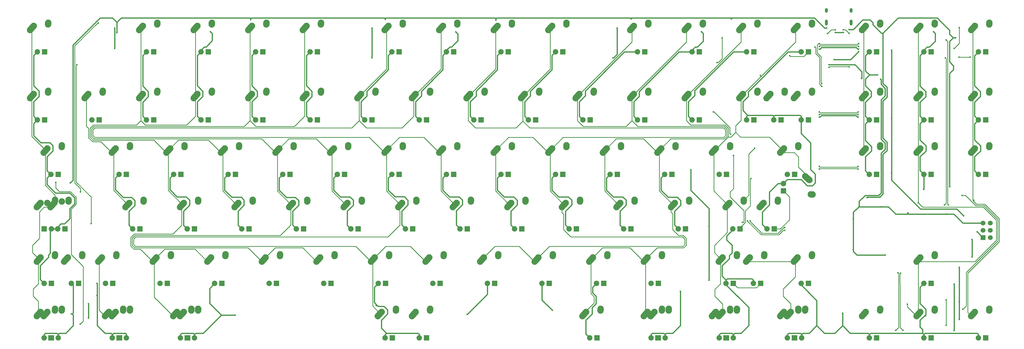
<source format=gtl>
G04 #@! TF.GenerationSoftware,KiCad,Pcbnew,(5.1.12)-1*
G04 #@! TF.CreationDate,2022-01-21T17:00:47-05:00*
G04 #@! TF.ProjectId,KBD8X-MK2,4b424438-582d-44d4-9b32-2e6b69636164,rev?*
G04 #@! TF.SameCoordinates,Original*
G04 #@! TF.FileFunction,Copper,L1,Top*
G04 #@! TF.FilePolarity,Positive*
%FSLAX46Y46*%
G04 Gerber Fmt 4.6, Leading zero omitted, Abs format (unit mm)*
G04 Created by KiCad (PCBNEW (5.1.12)-1) date 2022-01-21 17:00:47*
%MOMM*%
%LPD*%
G01*
G04 APERTURE LIST*
G04 #@! TA.AperFunction,ComponentPad*
%ADD10C,2.250000*%
G04 #@! TD*
G04 #@! TA.AperFunction,ComponentPad*
%ADD11R,1.905000X1.905000*%
G04 #@! TD*
G04 #@! TA.AperFunction,ComponentPad*
%ADD12C,1.905000*%
G04 #@! TD*
G04 #@! TA.AperFunction,ComponentPad*
%ADD13O,1.000000X1.600000*%
G04 #@! TD*
G04 #@! TA.AperFunction,ComponentPad*
%ADD14O,1.000000X2.100000*%
G04 #@! TD*
G04 #@! TA.AperFunction,ComponentPad*
%ADD15C,1.700000*%
G04 #@! TD*
G04 #@! TA.AperFunction,ComponentPad*
%ADD16R,1.700000X1.700000*%
G04 #@! TD*
G04 #@! TA.AperFunction,ViaPad*
%ADD17C,0.600000*%
G04 #@! TD*
G04 #@! TA.AperFunction,Conductor*
%ADD18C,0.381000*%
G04 #@! TD*
G04 #@! TA.AperFunction,Conductor*
%ADD19C,0.254000*%
G04 #@! TD*
G04 APERTURE END LIST*
D10*
X49887500Y-97600000D03*
X54887500Y-97100000D03*
D11*
X48736250Y-106680000D03*
D12*
X51276250Y-106680000D03*
D10*
X47506250Y-97600000D03*
G04 #@! TA.AperFunction,ComponentPad*
G36*
G01*
X45443478Y-99896038D02*
X45443478Y-99896038D01*
G75*
G02*
X45360212Y-98307228I752772J836038D01*
G01*
X46672750Y-96849508D01*
G75*
G02*
X48261560Y-96766242I836038J-752772D01*
G01*
X48261560Y-96766242D01*
G75*
G02*
X48344826Y-98355052I-752772J-836038D01*
G01*
X47032288Y-99812772D01*
G75*
G02*
X45443478Y-99896038I-836038J752772D01*
G01*
G37*
G04 #@! TD.AperFunction*
X52546250Y-96520000D03*
G04 #@! TA.AperFunction,ComponentPad*
G36*
G01*
X52427774Y-98222260D02*
X52427774Y-98222260D01*
G75*
G02*
X51383990Y-97021524I78476J1122260D01*
G01*
X51424544Y-96441562D01*
G75*
G02*
X52625280Y-95397778I1122260J-78476D01*
G01*
X52625280Y-95397778D01*
G75*
G02*
X53669064Y-96598514I-78476J-1122260D01*
G01*
X53628510Y-97178476D01*
G75*
G02*
X52427774Y-98222260I-1122260J78476D01*
G01*
G37*
G04 #@! TD.AperFunction*
D11*
X277495000Y-68580000D03*
D12*
X274955000Y-68580000D03*
D10*
X273725000Y-59500000D03*
G04 #@! TA.AperFunction,ComponentPad*
G36*
G01*
X271663688Y-61797350D02*
X271663683Y-61797345D01*
G75*
G02*
X271577655Y-60208683I751317J837345D01*
G01*
X272887657Y-58748683D01*
G75*
G02*
X274476319Y-58662655I837345J-751317D01*
G01*
X274476319Y-58662655D01*
G75*
G02*
X274562347Y-60251317I-751317J-837345D01*
G01*
X273252345Y-61711317D01*
G75*
G02*
X271663683Y-61797345I-837345J751317D01*
G01*
G37*
G04 #@! TD.AperFunction*
X278765000Y-58420000D03*
G04 #@! TA.AperFunction,ComponentPad*
G36*
G01*
X278648483Y-60122395D02*
X278647597Y-60122334D01*
G75*
G02*
X277602666Y-58922597I77403J1122334D01*
G01*
X277642666Y-58342597D01*
G75*
G02*
X278842403Y-57297666I1122334J-77403D01*
G01*
X278842403Y-57297666D01*
G75*
G02*
X279887334Y-58497403I-77403J-1122334D01*
G01*
X279847334Y-59077403D01*
G75*
G02*
X278647597Y-60122334I-1122334J77403D01*
G01*
G37*
G04 #@! TD.AperFunction*
D11*
X48895000Y-44767500D03*
D12*
X46355000Y-44767500D03*
D10*
X45125000Y-35687500D03*
G04 #@! TA.AperFunction,ComponentPad*
G36*
G01*
X43063688Y-37984850D02*
X43063683Y-37984845D01*
G75*
G02*
X42977655Y-36396183I751317J837345D01*
G01*
X44287657Y-34936183D01*
G75*
G02*
X45876319Y-34850155I837345J-751317D01*
G01*
X45876319Y-34850155D01*
G75*
G02*
X45962347Y-36438817I-751317J-837345D01*
G01*
X44652345Y-37898817D01*
G75*
G02*
X43063683Y-37984845I-837345J751317D01*
G01*
G37*
G04 #@! TD.AperFunction*
X50165000Y-34607500D03*
G04 #@! TA.AperFunction,ComponentPad*
G36*
G01*
X50048483Y-36309895D02*
X50047597Y-36309834D01*
G75*
G02*
X49002666Y-35110097I77403J1122334D01*
G01*
X49042666Y-34530097D01*
G75*
G02*
X50242403Y-33485166I1122334J-77403D01*
G01*
X50242403Y-33485166D01*
G75*
G02*
X51287334Y-34684903I-77403J-1122334D01*
G01*
X51247334Y-35264903D01*
G75*
G02*
X50047597Y-36309834I-1122334J77403D01*
G01*
G37*
G04 #@! TD.AperFunction*
D11*
X182245000Y-144780000D03*
D12*
X179705000Y-144780000D03*
D10*
X178475000Y-135700000D03*
G04 #@! TA.AperFunction,ComponentPad*
G36*
G01*
X176413688Y-137997350D02*
X176413683Y-137997345D01*
G75*
G02*
X176327655Y-136408683I751317J837345D01*
G01*
X177637657Y-134948683D01*
G75*
G02*
X179226319Y-134862655I837345J-751317D01*
G01*
X179226319Y-134862655D01*
G75*
G02*
X179312347Y-136451317I-751317J-837345D01*
G01*
X178002345Y-137911317D01*
G75*
G02*
X176413683Y-137997345I-837345J751317D01*
G01*
G37*
G04 #@! TD.AperFunction*
X183515000Y-134620000D03*
G04 #@! TA.AperFunction,ComponentPad*
G36*
G01*
X183398483Y-136322395D02*
X183397597Y-136322334D01*
G75*
G02*
X182352666Y-135122597I77403J1122334D01*
G01*
X182392666Y-134542597D01*
G75*
G02*
X183592403Y-133497666I1122334J-77403D01*
G01*
X183592403Y-133497666D01*
G75*
G02*
X184637334Y-134697403I-77403J-1122334D01*
G01*
X184597334Y-135277403D01*
G75*
G02*
X183397597Y-136322334I-1122334J77403D01*
G01*
G37*
G04 #@! TD.AperFunction*
D11*
X170338750Y-144780000D03*
D12*
X167798750Y-144780000D03*
D10*
X166568750Y-135700000D03*
G04 #@! TA.AperFunction,ComponentPad*
G36*
G01*
X164507438Y-137997350D02*
X164507433Y-137997345D01*
G75*
G02*
X164421405Y-136408683I751317J837345D01*
G01*
X165731407Y-134948683D01*
G75*
G02*
X167320069Y-134862655I837345J-751317D01*
G01*
X167320069Y-134862655D01*
G75*
G02*
X167406097Y-136451317I-751317J-837345D01*
G01*
X166096095Y-137911317D01*
G75*
G02*
X164507433Y-137997345I-837345J751317D01*
G01*
G37*
G04 #@! TD.AperFunction*
X171608750Y-134620000D03*
G04 #@! TA.AperFunction,ComponentPad*
G36*
G01*
X171492233Y-136322395D02*
X171491347Y-136322334D01*
G75*
G02*
X170446416Y-135122597I77403J1122334D01*
G01*
X170486416Y-134542597D01*
G75*
G02*
X171686153Y-133497666I1122334J-77403D01*
G01*
X171686153Y-133497666D01*
G75*
G02*
X172731084Y-134697403I-77403J-1122334D01*
G01*
X172691084Y-135277403D01*
G75*
G02*
X171491347Y-136322334I-1122334J77403D01*
G01*
G37*
G04 #@! TD.AperFunction*
D11*
X377507500Y-144780000D03*
D12*
X374967500Y-144780000D03*
D10*
X373737500Y-135700000D03*
G04 #@! TA.AperFunction,ComponentPad*
G36*
G01*
X371676188Y-137997350D02*
X371676183Y-137997345D01*
G75*
G02*
X371590155Y-136408683I751317J837345D01*
G01*
X372900157Y-134948683D01*
G75*
G02*
X374488819Y-134862655I837345J-751317D01*
G01*
X374488819Y-134862655D01*
G75*
G02*
X374574847Y-136451317I-751317J-837345D01*
G01*
X373264845Y-137911317D01*
G75*
G02*
X371676183Y-137997345I-837345J751317D01*
G01*
G37*
G04 #@! TD.AperFunction*
X378777500Y-134620000D03*
G04 #@! TA.AperFunction,ComponentPad*
G36*
G01*
X378660983Y-136322395D02*
X378660097Y-136322334D01*
G75*
G02*
X377615166Y-135122597I77403J1122334D01*
G01*
X377655166Y-134542597D01*
G75*
G02*
X378854903Y-133497666I1122334J-77403D01*
G01*
X378854903Y-133497666D01*
G75*
G02*
X379899834Y-134697403I-77403J-1122334D01*
G01*
X379859834Y-135277403D01*
G75*
G02*
X378660097Y-136322334I-1122334J77403D01*
G01*
G37*
G04 #@! TD.AperFunction*
D11*
X286861250Y-144780000D03*
D12*
X289401250Y-144780000D03*
D10*
X285631250Y-135700000D03*
G04 #@! TA.AperFunction,ComponentPad*
G36*
G01*
X283569938Y-137997350D02*
X283569933Y-137997345D01*
G75*
G02*
X283483905Y-136408683I751317J837345D01*
G01*
X284793907Y-134948683D01*
G75*
G02*
X286382569Y-134862655I837345J-751317D01*
G01*
X286382569Y-134862655D01*
G75*
G02*
X286468597Y-136451317I-751317J-837345D01*
G01*
X285158595Y-137911317D01*
G75*
G02*
X283569933Y-137997345I-837345J751317D01*
G01*
G37*
G04 #@! TD.AperFunction*
X290671250Y-134620000D03*
G04 #@! TA.AperFunction,ComponentPad*
G36*
G01*
X290554733Y-136322395D02*
X290553847Y-136322334D01*
G75*
G02*
X289508916Y-135122597I77403J1122334D01*
G01*
X289548916Y-134542597D01*
G75*
G02*
X290748653Y-133497666I1122334J-77403D01*
G01*
X290748653Y-133497666D01*
G75*
G02*
X291793584Y-134697403I-77403J-1122334D01*
G01*
X291753584Y-135277403D01*
G75*
G02*
X290553847Y-136322334I-1122334J77403D01*
G01*
G37*
G04 #@! TD.AperFunction*
D11*
X287020000Y-144780000D03*
D12*
X284480000Y-144780000D03*
D10*
X283250000Y-135700000D03*
G04 #@! TA.AperFunction,ComponentPad*
G36*
G01*
X281188688Y-137997350D02*
X281188683Y-137997345D01*
G75*
G02*
X281102655Y-136408683I751317J837345D01*
G01*
X282412657Y-134948683D01*
G75*
G02*
X284001319Y-134862655I837345J-751317D01*
G01*
X284001319Y-134862655D01*
G75*
G02*
X284087347Y-136451317I-751317J-837345D01*
G01*
X282777345Y-137911317D01*
G75*
G02*
X281188683Y-137997345I-837345J751317D01*
G01*
G37*
G04 #@! TD.AperFunction*
X288290000Y-134620000D03*
G04 #@! TA.AperFunction,ComponentPad*
G36*
G01*
X288173483Y-136322395D02*
X288172597Y-136322334D01*
G75*
G02*
X287127666Y-135122597I77403J1122334D01*
G01*
X287167666Y-134542597D01*
G75*
G02*
X288367403Y-133497666I1122334J-77403D01*
G01*
X288367403Y-133497666D01*
G75*
G02*
X289412334Y-134697403I-77403J-1122334D01*
G01*
X289372334Y-135277403D01*
G75*
G02*
X288172597Y-136322334I-1122334J77403D01*
G01*
G37*
G04 #@! TD.AperFunction*
D11*
X263048750Y-144780000D03*
D12*
X265588750Y-144780000D03*
D10*
X261818750Y-135700000D03*
G04 #@! TA.AperFunction,ComponentPad*
G36*
G01*
X259757438Y-137997350D02*
X259757433Y-137997345D01*
G75*
G02*
X259671405Y-136408683I751317J837345D01*
G01*
X260981407Y-134948683D01*
G75*
G02*
X262570069Y-134862655I837345J-751317D01*
G01*
X262570069Y-134862655D01*
G75*
G02*
X262656097Y-136451317I-751317J-837345D01*
G01*
X261346095Y-137911317D01*
G75*
G02*
X259757433Y-137997345I-837345J751317D01*
G01*
G37*
G04 #@! TD.AperFunction*
X266858750Y-134620000D03*
G04 #@! TA.AperFunction,ComponentPad*
G36*
G01*
X266742233Y-136322395D02*
X266741347Y-136322334D01*
G75*
G02*
X265696416Y-135122597I77403J1122334D01*
G01*
X265736416Y-134542597D01*
G75*
G02*
X266936153Y-133497666I1122334J-77403D01*
G01*
X266936153Y-133497666D01*
G75*
G02*
X267981084Y-134697403I-77403J-1122334D01*
G01*
X267941084Y-135277403D01*
G75*
G02*
X266741347Y-136322334I-1122334J77403D01*
G01*
G37*
G04 #@! TD.AperFunction*
D11*
X310832500Y-144780000D03*
D12*
X308292500Y-144780000D03*
D10*
X307062500Y-135700000D03*
G04 #@! TA.AperFunction,ComponentPad*
G36*
G01*
X305001188Y-137997350D02*
X305001183Y-137997345D01*
G75*
G02*
X304915155Y-136408683I751317J837345D01*
G01*
X306225157Y-134948683D01*
G75*
G02*
X307813819Y-134862655I837345J-751317D01*
G01*
X307813819Y-134862655D01*
G75*
G02*
X307899847Y-136451317I-751317J-837345D01*
G01*
X306589845Y-137911317D01*
G75*
G02*
X305001183Y-137997345I-837345J751317D01*
G01*
G37*
G04 #@! TD.AperFunction*
X312102500Y-134620000D03*
G04 #@! TA.AperFunction,ComponentPad*
G36*
G01*
X311985983Y-136322395D02*
X311985097Y-136322334D01*
G75*
G02*
X310940166Y-135122597I77403J1122334D01*
G01*
X310980166Y-134542597D01*
G75*
G02*
X312179903Y-133497666I1122334J-77403D01*
G01*
X312179903Y-133497666D01*
G75*
G02*
X313224834Y-134697403I-77403J-1122334D01*
G01*
X313184834Y-135277403D01*
G75*
G02*
X311985097Y-136322334I-1122334J77403D01*
G01*
G37*
G04 #@! TD.AperFunction*
D11*
X310673750Y-144780000D03*
D12*
X313213750Y-144780000D03*
D10*
X309443750Y-135700000D03*
G04 #@! TA.AperFunction,ComponentPad*
G36*
G01*
X307382438Y-137997350D02*
X307382433Y-137997345D01*
G75*
G02*
X307296405Y-136408683I751317J837345D01*
G01*
X308606407Y-134948683D01*
G75*
G02*
X310195069Y-134862655I837345J-751317D01*
G01*
X310195069Y-134862655D01*
G75*
G02*
X310281097Y-136451317I-751317J-837345D01*
G01*
X308971095Y-137911317D01*
G75*
G02*
X307382433Y-137997345I-837345J751317D01*
G01*
G37*
G04 #@! TD.AperFunction*
X314483750Y-134620000D03*
G04 #@! TA.AperFunction,ComponentPad*
G36*
G01*
X314367233Y-136322395D02*
X314366347Y-136322334D01*
G75*
G02*
X313321416Y-135122597I77403J1122334D01*
G01*
X313361416Y-134542597D01*
G75*
G02*
X314561153Y-133497666I1122334J-77403D01*
G01*
X314561153Y-133497666D01*
G75*
G02*
X315606084Y-134697403I-77403J-1122334D01*
G01*
X315566084Y-135277403D01*
G75*
G02*
X314366347Y-136322334I-1122334J77403D01*
G01*
G37*
G04 #@! TD.AperFunction*
D11*
X263207500Y-144780000D03*
D12*
X260667500Y-144780000D03*
D10*
X259437500Y-135700000D03*
G04 #@! TA.AperFunction,ComponentPad*
G36*
G01*
X257376188Y-137997350D02*
X257376183Y-137997345D01*
G75*
G02*
X257290155Y-136408683I751317J837345D01*
G01*
X258600157Y-134948683D01*
G75*
G02*
X260188819Y-134862655I837345J-751317D01*
G01*
X260188819Y-134862655D01*
G75*
G02*
X260274847Y-136451317I-751317J-837345D01*
G01*
X258964845Y-137911317D01*
G75*
G02*
X257376183Y-137997345I-837345J751317D01*
G01*
G37*
G04 #@! TD.AperFunction*
X264477500Y-134620000D03*
G04 #@! TA.AperFunction,ComponentPad*
G36*
G01*
X264360983Y-136322395D02*
X264360097Y-136322334D01*
G75*
G02*
X263315166Y-135122597I77403J1122334D01*
G01*
X263355166Y-134542597D01*
G75*
G02*
X264554903Y-133497666I1122334J-77403D01*
G01*
X264554903Y-133497666D01*
G75*
G02*
X265599834Y-134697403I-77403J-1122334D01*
G01*
X265559834Y-135277403D01*
G75*
G02*
X264360097Y-136322334I-1122334J77403D01*
G01*
G37*
G04 #@! TD.AperFunction*
D11*
X241776250Y-144780000D03*
D12*
X239236250Y-144780000D03*
D10*
X238006250Y-135700000D03*
G04 #@! TA.AperFunction,ComponentPad*
G36*
G01*
X235944938Y-137997350D02*
X235944933Y-137997345D01*
G75*
G02*
X235858905Y-136408683I751317J837345D01*
G01*
X237168907Y-134948683D01*
G75*
G02*
X238757569Y-134862655I837345J-751317D01*
G01*
X238757569Y-134862655D01*
G75*
G02*
X238843597Y-136451317I-751317J-837345D01*
G01*
X237533595Y-137911317D01*
G75*
G02*
X235944933Y-137997345I-837345J751317D01*
G01*
G37*
G04 #@! TD.AperFunction*
X243046250Y-134620000D03*
G04 #@! TA.AperFunction,ComponentPad*
G36*
G01*
X242929733Y-136322395D02*
X242928847Y-136322334D01*
G75*
G02*
X241883916Y-135122597I77403J1122334D01*
G01*
X241923916Y-134542597D01*
G75*
G02*
X243123653Y-133497666I1122334J-77403D01*
G01*
X243123653Y-133497666D01*
G75*
G02*
X244168584Y-134697403I-77403J-1122334D01*
G01*
X244128584Y-135277403D01*
G75*
G02*
X242928847Y-136322334I-1122334J77403D01*
G01*
G37*
G04 #@! TD.AperFunction*
D11*
X74930000Y-144780000D03*
D12*
X77470000Y-144780000D03*
D10*
X73700000Y-135700000D03*
G04 #@! TA.AperFunction,ComponentPad*
G36*
G01*
X71638688Y-137997350D02*
X71638683Y-137997345D01*
G75*
G02*
X71552655Y-136408683I751317J837345D01*
G01*
X72862657Y-134948683D01*
G75*
G02*
X74451319Y-134862655I837345J-751317D01*
G01*
X74451319Y-134862655D01*
G75*
G02*
X74537347Y-136451317I-751317J-837345D01*
G01*
X73227345Y-137911317D01*
G75*
G02*
X71638683Y-137997345I-837345J751317D01*
G01*
G37*
G04 #@! TD.AperFunction*
X78740000Y-134620000D03*
G04 #@! TA.AperFunction,ComponentPad*
G36*
G01*
X78623483Y-136322395D02*
X78622597Y-136322334D01*
G75*
G02*
X77577666Y-135122597I77403J1122334D01*
G01*
X77617666Y-134542597D01*
G75*
G02*
X78817403Y-133497666I1122334J-77403D01*
G01*
X78817403Y-133497666D01*
G75*
G02*
X79862334Y-134697403I-77403J-1122334D01*
G01*
X79822334Y-135277403D01*
G75*
G02*
X78622597Y-136322334I-1122334J77403D01*
G01*
G37*
G04 #@! TD.AperFunction*
D11*
X75088750Y-144780000D03*
D12*
X72548750Y-144780000D03*
D10*
X71318750Y-135700000D03*
G04 #@! TA.AperFunction,ComponentPad*
G36*
G01*
X69257438Y-137997350D02*
X69257433Y-137997345D01*
G75*
G02*
X69171405Y-136408683I751317J837345D01*
G01*
X70481407Y-134948683D01*
G75*
G02*
X72070069Y-134862655I837345J-751317D01*
G01*
X72070069Y-134862655D01*
G75*
G02*
X72156097Y-136451317I-751317J-837345D01*
G01*
X70846095Y-137911317D01*
G75*
G02*
X69257433Y-137997345I-837345J751317D01*
G01*
G37*
G04 #@! TD.AperFunction*
X76358750Y-134620000D03*
G04 #@! TA.AperFunction,ComponentPad*
G36*
G01*
X76242233Y-136322395D02*
X76241347Y-136322334D01*
G75*
G02*
X75196416Y-135122597I77403J1122334D01*
G01*
X75236416Y-134542597D01*
G75*
G02*
X76436153Y-133497666I1122334J-77403D01*
G01*
X76436153Y-133497666D01*
G75*
G02*
X77481084Y-134697403I-77403J-1122334D01*
G01*
X77441084Y-135277403D01*
G75*
G02*
X76241347Y-136322334I-1122334J77403D01*
G01*
G37*
G04 #@! TD.AperFunction*
D11*
X339407500Y-144780000D03*
D12*
X336867500Y-144780000D03*
D10*
X335637500Y-135700000D03*
G04 #@! TA.AperFunction,ComponentPad*
G36*
G01*
X333576188Y-137997350D02*
X333576183Y-137997345D01*
G75*
G02*
X333490155Y-136408683I751317J837345D01*
G01*
X334800157Y-134948683D01*
G75*
G02*
X336388819Y-134862655I837345J-751317D01*
G01*
X336388819Y-134862655D01*
G75*
G02*
X336474847Y-136451317I-751317J-837345D01*
G01*
X335164845Y-137911317D01*
G75*
G02*
X333576183Y-137997345I-837345J751317D01*
G01*
G37*
G04 #@! TD.AperFunction*
X340677500Y-134620000D03*
G04 #@! TA.AperFunction,ComponentPad*
G36*
G01*
X340560983Y-136322395D02*
X340560097Y-136322334D01*
G75*
G02*
X339515166Y-135122597I77403J1122334D01*
G01*
X339555166Y-134542597D01*
G75*
G02*
X340754903Y-133497666I1122334J-77403D01*
G01*
X340754903Y-133497666D01*
G75*
G02*
X341799834Y-134697403I-77403J-1122334D01*
G01*
X341759834Y-135277403D01*
G75*
G02*
X340560097Y-136322334I-1122334J77403D01*
G01*
G37*
G04 #@! TD.AperFunction*
D11*
X51117500Y-144780000D03*
D12*
X53657500Y-144780000D03*
D10*
X49887500Y-135700000D03*
G04 #@! TA.AperFunction,ComponentPad*
G36*
G01*
X47826188Y-137997350D02*
X47826183Y-137997345D01*
G75*
G02*
X47740155Y-136408683I751317J837345D01*
G01*
X49050157Y-134948683D01*
G75*
G02*
X50638819Y-134862655I837345J-751317D01*
G01*
X50638819Y-134862655D01*
G75*
G02*
X50724847Y-136451317I-751317J-837345D01*
G01*
X49414845Y-137911317D01*
G75*
G02*
X47826183Y-137997345I-837345J751317D01*
G01*
G37*
G04 #@! TD.AperFunction*
X54927500Y-134620000D03*
G04 #@! TA.AperFunction,ComponentPad*
G36*
G01*
X54810983Y-136322395D02*
X54810097Y-136322334D01*
G75*
G02*
X53765166Y-135122597I77403J1122334D01*
G01*
X53805166Y-134542597D01*
G75*
G02*
X55004903Y-133497666I1122334J-77403D01*
G01*
X55004903Y-133497666D01*
G75*
G02*
X56049834Y-134697403I-77403J-1122334D01*
G01*
X56009834Y-135277403D01*
G75*
G02*
X54810097Y-136322334I-1122334J77403D01*
G01*
G37*
G04 #@! TD.AperFunction*
D11*
X51276250Y-144780000D03*
D12*
X48736250Y-144780000D03*
D10*
X47506250Y-135700000D03*
G04 #@! TA.AperFunction,ComponentPad*
G36*
G01*
X45444938Y-137997350D02*
X45444933Y-137997345D01*
G75*
G02*
X45358905Y-136408683I751317J837345D01*
G01*
X46668907Y-134948683D01*
G75*
G02*
X48257569Y-134862655I837345J-751317D01*
G01*
X48257569Y-134862655D01*
G75*
G02*
X48343597Y-136451317I-751317J-837345D01*
G01*
X47033595Y-137911317D01*
G75*
G02*
X45444933Y-137997345I-837345J751317D01*
G01*
G37*
G04 #@! TD.AperFunction*
X52546250Y-134620000D03*
G04 #@! TA.AperFunction,ComponentPad*
G36*
G01*
X52429733Y-136322395D02*
X52428847Y-136322334D01*
G75*
G02*
X51383916Y-135122597I77403J1122334D01*
G01*
X51423916Y-134542597D01*
G75*
G02*
X52623653Y-133497666I1122334J-77403D01*
G01*
X52623653Y-133497666D01*
G75*
G02*
X53668584Y-134697403I-77403J-1122334D01*
G01*
X53628584Y-135277403D01*
G75*
G02*
X52428847Y-136322334I-1122334J77403D01*
G01*
G37*
G04 #@! TD.AperFunction*
D11*
X98742500Y-144780000D03*
D12*
X101282500Y-144780000D03*
D10*
X97512500Y-135700000D03*
G04 #@! TA.AperFunction,ComponentPad*
G36*
G01*
X95451188Y-137997350D02*
X95451183Y-137997345D01*
G75*
G02*
X95365155Y-136408683I751317J837345D01*
G01*
X96675157Y-134948683D01*
G75*
G02*
X98263819Y-134862655I837345J-751317D01*
G01*
X98263819Y-134862655D01*
G75*
G02*
X98349847Y-136451317I-751317J-837345D01*
G01*
X97039845Y-137911317D01*
G75*
G02*
X95451183Y-137997345I-837345J751317D01*
G01*
G37*
G04 #@! TD.AperFunction*
X102552500Y-134620000D03*
G04 #@! TA.AperFunction,ComponentPad*
G36*
G01*
X102435983Y-136322395D02*
X102435097Y-136322334D01*
G75*
G02*
X101390166Y-135122597I77403J1122334D01*
G01*
X101430166Y-134542597D01*
G75*
G02*
X102629903Y-133497666I1122334J-77403D01*
G01*
X102629903Y-133497666D01*
G75*
G02*
X103674834Y-134697403I-77403J-1122334D01*
G01*
X103634834Y-135277403D01*
G75*
G02*
X102435097Y-136322334I-1122334J77403D01*
G01*
G37*
G04 #@! TD.AperFunction*
D11*
X98901250Y-144780000D03*
D12*
X96361250Y-144780000D03*
D10*
X95131250Y-135700000D03*
G04 #@! TA.AperFunction,ComponentPad*
G36*
G01*
X93069938Y-137997350D02*
X93069933Y-137997345D01*
G75*
G02*
X92983905Y-136408683I751317J837345D01*
G01*
X94293907Y-134948683D01*
G75*
G02*
X95882569Y-134862655I837345J-751317D01*
G01*
X95882569Y-134862655D01*
G75*
G02*
X95968597Y-136451317I-751317J-837345D01*
G01*
X94658595Y-137911317D01*
G75*
G02*
X93069933Y-137997345I-837345J751317D01*
G01*
G37*
G04 #@! TD.AperFunction*
X100171250Y-134620000D03*
G04 #@! TA.AperFunction,ComponentPad*
G36*
G01*
X100054733Y-136322395D02*
X100053847Y-136322334D01*
G75*
G02*
X99008916Y-135122597I77403J1122334D01*
G01*
X99048916Y-134542597D01*
G75*
G02*
X100248653Y-133497666I1122334J-77403D01*
G01*
X100248653Y-133497666D01*
G75*
G02*
X101293584Y-134697403I-77403J-1122334D01*
G01*
X101253584Y-135277403D01*
G75*
G02*
X100053847Y-136322334I-1122334J77403D01*
G01*
G37*
G04 #@! TD.AperFunction*
D11*
X358457500Y-144780000D03*
D12*
X355917500Y-144780000D03*
D10*
X354687500Y-135700000D03*
G04 #@! TA.AperFunction,ComponentPad*
G36*
G01*
X352626188Y-137997350D02*
X352626183Y-137997345D01*
G75*
G02*
X352540155Y-136408683I751317J837345D01*
G01*
X353850157Y-134948683D01*
G75*
G02*
X355438819Y-134862655I837345J-751317D01*
G01*
X355438819Y-134862655D01*
G75*
G02*
X355524847Y-136451317I-751317J-837345D01*
G01*
X354214845Y-137911317D01*
G75*
G02*
X352626183Y-137997345I-837345J751317D01*
G01*
G37*
G04 #@! TD.AperFunction*
X359727500Y-134620000D03*
G04 #@! TA.AperFunction,ComponentPad*
G36*
G01*
X359610983Y-136322395D02*
X359610097Y-136322334D01*
G75*
G02*
X358565166Y-135122597I77403J1122334D01*
G01*
X358605166Y-134542597D01*
G75*
G02*
X359804903Y-133497666I1122334J-77403D01*
G01*
X359804903Y-133497666D01*
G75*
G02*
X360849834Y-134697403I-77403J-1122334D01*
G01*
X360809834Y-135277403D01*
G75*
G02*
X359610097Y-136322334I-1122334J77403D01*
G01*
G37*
G04 #@! TD.AperFunction*
D11*
X91757500Y-125730000D03*
D12*
X89217500Y-125730000D03*
D10*
X87987500Y-116650000D03*
G04 #@! TA.AperFunction,ComponentPad*
G36*
G01*
X85926188Y-118947350D02*
X85926183Y-118947345D01*
G75*
G02*
X85840155Y-117358683I751317J837345D01*
G01*
X87150157Y-115898683D01*
G75*
G02*
X88738819Y-115812655I837345J-751317D01*
G01*
X88738819Y-115812655D01*
G75*
G02*
X88824847Y-117401317I-751317J-837345D01*
G01*
X87514845Y-118861317D01*
G75*
G02*
X85926183Y-118947345I-837345J751317D01*
G01*
G37*
G04 #@! TD.AperFunction*
X93027500Y-115570000D03*
G04 #@! TA.AperFunction,ComponentPad*
G36*
G01*
X92910983Y-117272395D02*
X92910097Y-117272334D01*
G75*
G02*
X91865166Y-116072597I77403J1122334D01*
G01*
X91905166Y-115492597D01*
G75*
G02*
X93104903Y-114447666I1122334J-77403D01*
G01*
X93104903Y-114447666D01*
G75*
G02*
X94149834Y-115647403I-77403J-1122334D01*
G01*
X94109834Y-116227403D01*
G75*
G02*
X92910097Y-117272334I-1122334J77403D01*
G01*
G37*
G04 #@! TD.AperFunction*
D11*
X110807500Y-125730000D03*
D12*
X108267500Y-125730000D03*
D10*
X107037500Y-116650000D03*
G04 #@! TA.AperFunction,ComponentPad*
G36*
G01*
X104976188Y-118947350D02*
X104976183Y-118947345D01*
G75*
G02*
X104890155Y-117358683I751317J837345D01*
G01*
X106200157Y-115898683D01*
G75*
G02*
X107788819Y-115812655I837345J-751317D01*
G01*
X107788819Y-115812655D01*
G75*
G02*
X107874847Y-117401317I-751317J-837345D01*
G01*
X106564845Y-118861317D01*
G75*
G02*
X104976183Y-118947345I-837345J751317D01*
G01*
G37*
G04 #@! TD.AperFunction*
X112077500Y-115570000D03*
G04 #@! TA.AperFunction,ComponentPad*
G36*
G01*
X111960983Y-117272395D02*
X111960097Y-117272334D01*
G75*
G02*
X110915166Y-116072597I77403J1122334D01*
G01*
X110955166Y-115492597D01*
G75*
G02*
X112154903Y-114447666I1122334J-77403D01*
G01*
X112154903Y-114447666D01*
G75*
G02*
X113199834Y-115647403I-77403J-1122334D01*
G01*
X113159834Y-116227403D01*
G75*
G02*
X111960097Y-117272334I-1122334J77403D01*
G01*
G37*
G04 #@! TD.AperFunction*
D11*
X148907500Y-125730000D03*
D12*
X146367500Y-125730000D03*
D10*
X145137500Y-116650000D03*
G04 #@! TA.AperFunction,ComponentPad*
G36*
G01*
X143076188Y-118947350D02*
X143076183Y-118947345D01*
G75*
G02*
X142990155Y-117358683I751317J837345D01*
G01*
X144300157Y-115898683D01*
G75*
G02*
X145888819Y-115812655I837345J-751317D01*
G01*
X145888819Y-115812655D01*
G75*
G02*
X145974847Y-117401317I-751317J-837345D01*
G01*
X144664845Y-118861317D01*
G75*
G02*
X143076183Y-118947345I-837345J751317D01*
G01*
G37*
G04 #@! TD.AperFunction*
X150177500Y-115570000D03*
G04 #@! TA.AperFunction,ComponentPad*
G36*
G01*
X150060983Y-117272395D02*
X150060097Y-117272334D01*
G75*
G02*
X149015166Y-116072597I77403J1122334D01*
G01*
X149055166Y-115492597D01*
G75*
G02*
X150254903Y-114447666I1122334J-77403D01*
G01*
X150254903Y-114447666D01*
G75*
G02*
X151299834Y-115647403I-77403J-1122334D01*
G01*
X151259834Y-116227403D01*
G75*
G02*
X150060097Y-117272334I-1122334J77403D01*
G01*
G37*
G04 #@! TD.AperFunction*
D11*
X358457500Y-125730000D03*
D12*
X355917500Y-125730000D03*
D10*
X354687500Y-116650000D03*
G04 #@! TA.AperFunction,ComponentPad*
G36*
G01*
X352626188Y-118947350D02*
X352626183Y-118947345D01*
G75*
G02*
X352540155Y-117358683I751317J837345D01*
G01*
X353850157Y-115898683D01*
G75*
G02*
X355438819Y-115812655I837345J-751317D01*
G01*
X355438819Y-115812655D01*
G75*
G02*
X355524847Y-117401317I-751317J-837345D01*
G01*
X354214845Y-118861317D01*
G75*
G02*
X352626183Y-118947345I-837345J751317D01*
G01*
G37*
G04 #@! TD.AperFunction*
X359727500Y-115570000D03*
G04 #@! TA.AperFunction,ComponentPad*
G36*
G01*
X359610983Y-117272395D02*
X359610097Y-117272334D01*
G75*
G02*
X358565166Y-116072597I77403J1122334D01*
G01*
X358605166Y-115492597D01*
G75*
G02*
X359804903Y-114447666I1122334J-77403D01*
G01*
X359804903Y-114447666D01*
G75*
G02*
X360849834Y-115647403I-77403J-1122334D01*
G01*
X360809834Y-116227403D01*
G75*
G02*
X359610097Y-117272334I-1122334J77403D01*
G01*
G37*
G04 #@! TD.AperFunction*
D11*
X315595000Y-125730000D03*
D12*
X313055000Y-125730000D03*
D10*
X311825000Y-116650000D03*
G04 #@! TA.AperFunction,ComponentPad*
G36*
G01*
X309763688Y-118947350D02*
X309763683Y-118947345D01*
G75*
G02*
X309677655Y-117358683I751317J837345D01*
G01*
X310987657Y-115898683D01*
G75*
G02*
X312576319Y-115812655I837345J-751317D01*
G01*
X312576319Y-115812655D01*
G75*
G02*
X312662347Y-117401317I-751317J-837345D01*
G01*
X311352345Y-118861317D01*
G75*
G02*
X309763683Y-118947345I-837345J751317D01*
G01*
G37*
G04 #@! TD.AperFunction*
X316865000Y-115570000D03*
G04 #@! TA.AperFunction,ComponentPad*
G36*
G01*
X316748483Y-117272395D02*
X316747597Y-117272334D01*
G75*
G02*
X315702666Y-116072597I77403J1122334D01*
G01*
X315742666Y-115492597D01*
G75*
G02*
X316942403Y-114447666I1122334J-77403D01*
G01*
X316942403Y-114447666D01*
G75*
G02*
X317987334Y-115647403I-77403J-1122334D01*
G01*
X317947334Y-116227403D01*
G75*
G02*
X316747597Y-117272334I-1122334J77403D01*
G01*
G37*
G04 #@! TD.AperFunction*
D11*
X289401250Y-125730000D03*
D12*
X286861250Y-125730000D03*
D10*
X285631250Y-116650000D03*
G04 #@! TA.AperFunction,ComponentPad*
G36*
G01*
X283569938Y-118947350D02*
X283569933Y-118947345D01*
G75*
G02*
X283483905Y-117358683I751317J837345D01*
G01*
X284793907Y-115898683D01*
G75*
G02*
X286382569Y-115812655I837345J-751317D01*
G01*
X286382569Y-115812655D01*
G75*
G02*
X286468597Y-117401317I-751317J-837345D01*
G01*
X285158595Y-118861317D01*
G75*
G02*
X283569933Y-118947345I-837345J751317D01*
G01*
G37*
G04 #@! TD.AperFunction*
X290671250Y-115570000D03*
G04 #@! TA.AperFunction,ComponentPad*
G36*
G01*
X290554733Y-117272395D02*
X290553847Y-117272334D01*
G75*
G02*
X289508916Y-116072597I77403J1122334D01*
G01*
X289548916Y-115492597D01*
G75*
G02*
X290748653Y-114447666I1122334J-77403D01*
G01*
X290748653Y-114447666D01*
G75*
G02*
X291793584Y-115647403I-77403J-1122334D01*
G01*
X291753584Y-116227403D01*
G75*
G02*
X290553847Y-117272334I-1122334J77403D01*
G01*
G37*
G04 #@! TD.AperFunction*
D11*
X298926250Y-125730000D03*
D12*
X296386250Y-125730000D03*
D10*
X295156250Y-116650000D03*
G04 #@! TA.AperFunction,ComponentPad*
G36*
G01*
X293094938Y-118947350D02*
X293094933Y-118947345D01*
G75*
G02*
X293008905Y-117358683I751317J837345D01*
G01*
X294318907Y-115898683D01*
G75*
G02*
X295907569Y-115812655I837345J-751317D01*
G01*
X295907569Y-115812655D01*
G75*
G02*
X295993597Y-117401317I-751317J-837345D01*
G01*
X294683595Y-118861317D01*
G75*
G02*
X293094933Y-118947345I-837345J751317D01*
G01*
G37*
G04 #@! TD.AperFunction*
X300196250Y-115570000D03*
G04 #@! TA.AperFunction,ComponentPad*
G36*
G01*
X300079733Y-117272395D02*
X300078847Y-117272334D01*
G75*
G02*
X299033916Y-116072597I77403J1122334D01*
G01*
X299073916Y-115492597D01*
G75*
G02*
X300273653Y-114447666I1122334J-77403D01*
G01*
X300273653Y-114447666D01*
G75*
G02*
X301318584Y-115647403I-77403J-1122334D01*
G01*
X301278584Y-116227403D01*
G75*
G02*
X300078847Y-117272334I-1122334J77403D01*
G01*
G37*
G04 #@! TD.AperFunction*
D11*
X187007500Y-125730000D03*
D12*
X184467500Y-125730000D03*
D10*
X183237500Y-116650000D03*
G04 #@! TA.AperFunction,ComponentPad*
G36*
G01*
X181176188Y-118947350D02*
X181176183Y-118947345D01*
G75*
G02*
X181090155Y-117358683I751317J837345D01*
G01*
X182400157Y-115898683D01*
G75*
G02*
X183988819Y-115812655I837345J-751317D01*
G01*
X183988819Y-115812655D01*
G75*
G02*
X184074847Y-117401317I-751317J-837345D01*
G01*
X182764845Y-118861317D01*
G75*
G02*
X181176183Y-118947345I-837345J751317D01*
G01*
G37*
G04 #@! TD.AperFunction*
X188277500Y-115570000D03*
G04 #@! TA.AperFunction,ComponentPad*
G36*
G01*
X188160983Y-117272395D02*
X188160097Y-117272334D01*
G75*
G02*
X187115166Y-116072597I77403J1122334D01*
G01*
X187155166Y-115492597D01*
G75*
G02*
X188354903Y-114447666I1122334J-77403D01*
G01*
X188354903Y-114447666D01*
G75*
G02*
X189399834Y-115647403I-77403J-1122334D01*
G01*
X189359834Y-116227403D01*
G75*
G02*
X188160097Y-117272334I-1122334J77403D01*
G01*
G37*
G04 #@! TD.AperFunction*
D11*
X206057500Y-125730000D03*
D12*
X203517500Y-125730000D03*
D10*
X202287500Y-116650000D03*
G04 #@! TA.AperFunction,ComponentPad*
G36*
G01*
X200226188Y-118947350D02*
X200226183Y-118947345D01*
G75*
G02*
X200140155Y-117358683I751317J837345D01*
G01*
X201450157Y-115898683D01*
G75*
G02*
X203038819Y-115812655I837345J-751317D01*
G01*
X203038819Y-115812655D01*
G75*
G02*
X203124847Y-117401317I-751317J-837345D01*
G01*
X201814845Y-118861317D01*
G75*
G02*
X200226183Y-118947345I-837345J751317D01*
G01*
G37*
G04 #@! TD.AperFunction*
X207327500Y-115570000D03*
G04 #@! TA.AperFunction,ComponentPad*
G36*
G01*
X207210983Y-117272395D02*
X207210097Y-117272334D01*
G75*
G02*
X206165166Y-116072597I77403J1122334D01*
G01*
X206205166Y-115492597D01*
G75*
G02*
X207404903Y-114447666I1122334J-77403D01*
G01*
X207404903Y-114447666D01*
G75*
G02*
X208449834Y-115647403I-77403J-1122334D01*
G01*
X208409834Y-116227403D01*
G75*
G02*
X207210097Y-117272334I-1122334J77403D01*
G01*
G37*
G04 #@! TD.AperFunction*
D11*
X72707500Y-125730000D03*
D12*
X70167500Y-125730000D03*
D10*
X68937500Y-116650000D03*
G04 #@! TA.AperFunction,ComponentPad*
G36*
G01*
X66876188Y-118947350D02*
X66876183Y-118947345D01*
G75*
G02*
X66790155Y-117358683I751317J837345D01*
G01*
X68100157Y-115898683D01*
G75*
G02*
X69688819Y-115812655I837345J-751317D01*
G01*
X69688819Y-115812655D01*
G75*
G02*
X69774847Y-117401317I-751317J-837345D01*
G01*
X68464845Y-118861317D01*
G75*
G02*
X66876183Y-118947345I-837345J751317D01*
G01*
G37*
G04 #@! TD.AperFunction*
X73977500Y-115570000D03*
G04 #@! TA.AperFunction,ComponentPad*
G36*
G01*
X73860983Y-117272395D02*
X73860097Y-117272334D01*
G75*
G02*
X72815166Y-116072597I77403J1122334D01*
G01*
X72855166Y-115492597D01*
G75*
G02*
X74054903Y-114447666I1122334J-77403D01*
G01*
X74054903Y-114447666D01*
G75*
G02*
X75099834Y-115647403I-77403J-1122334D01*
G01*
X75059834Y-116227403D01*
G75*
G02*
X73860097Y-117272334I-1122334J77403D01*
G01*
G37*
G04 #@! TD.AperFunction*
D11*
X51276250Y-125730000D03*
D12*
X48736250Y-125730000D03*
D10*
X47506250Y-116650000D03*
G04 #@! TA.AperFunction,ComponentPad*
G36*
G01*
X45444938Y-118947350D02*
X45444933Y-118947345D01*
G75*
G02*
X45358905Y-117358683I751317J837345D01*
G01*
X46668907Y-115898683D01*
G75*
G02*
X48257569Y-115812655I837345J-751317D01*
G01*
X48257569Y-115812655D01*
G75*
G02*
X48343597Y-117401317I-751317J-837345D01*
G01*
X47033595Y-118861317D01*
G75*
G02*
X45444933Y-118947345I-837345J751317D01*
G01*
G37*
G04 #@! TD.AperFunction*
X52546250Y-115570000D03*
G04 #@! TA.AperFunction,ComponentPad*
G36*
G01*
X52429733Y-117272395D02*
X52428847Y-117272334D01*
G75*
G02*
X51383916Y-116072597I77403J1122334D01*
G01*
X51423916Y-115492597D01*
G75*
G02*
X52623653Y-114447666I1122334J-77403D01*
G01*
X52623653Y-114447666D01*
G75*
G02*
X53668584Y-115647403I-77403J-1122334D01*
G01*
X53628584Y-116227403D01*
G75*
G02*
X52428847Y-117272334I-1122334J77403D01*
G01*
G37*
G04 #@! TD.AperFunction*
D11*
X60801250Y-125730000D03*
D12*
X58261250Y-125730000D03*
D10*
X57031250Y-116650000D03*
G04 #@! TA.AperFunction,ComponentPad*
G36*
G01*
X54969938Y-118947350D02*
X54969933Y-118947345D01*
G75*
G02*
X54883905Y-117358683I751317J837345D01*
G01*
X56193907Y-115898683D01*
G75*
G02*
X57782569Y-115812655I837345J-751317D01*
G01*
X57782569Y-115812655D01*
G75*
G02*
X57868597Y-117401317I-751317J-837345D01*
G01*
X56558595Y-118861317D01*
G75*
G02*
X54969933Y-118947345I-837345J751317D01*
G01*
G37*
G04 #@! TD.AperFunction*
X62071250Y-115570000D03*
G04 #@! TA.AperFunction,ComponentPad*
G36*
G01*
X61954733Y-117272395D02*
X61953847Y-117272334D01*
G75*
G02*
X60908916Y-116072597I77403J1122334D01*
G01*
X60948916Y-115492597D01*
G75*
G02*
X62148653Y-114447666I1122334J-77403D01*
G01*
X62148653Y-114447666D01*
G75*
G02*
X63193584Y-115647403I-77403J-1122334D01*
G01*
X63153584Y-116227403D01*
G75*
G02*
X61953847Y-117272334I-1122334J77403D01*
G01*
G37*
G04 #@! TD.AperFunction*
D11*
X129857500Y-125730000D03*
D12*
X127317500Y-125730000D03*
D10*
X126087500Y-116650000D03*
G04 #@! TA.AperFunction,ComponentPad*
G36*
G01*
X124026188Y-118947350D02*
X124026183Y-118947345D01*
G75*
G02*
X123940155Y-117358683I751317J837345D01*
G01*
X125250157Y-115898683D01*
G75*
G02*
X126838819Y-115812655I837345J-751317D01*
G01*
X126838819Y-115812655D01*
G75*
G02*
X126924847Y-117401317I-751317J-837345D01*
G01*
X125614845Y-118861317D01*
G75*
G02*
X124026183Y-118947345I-837345J751317D01*
G01*
G37*
G04 #@! TD.AperFunction*
X131127500Y-115570000D03*
G04 #@! TA.AperFunction,ComponentPad*
G36*
G01*
X131010983Y-117272395D02*
X131010097Y-117272334D01*
G75*
G02*
X129965166Y-116072597I77403J1122334D01*
G01*
X130005166Y-115492597D01*
G75*
G02*
X131204903Y-114447666I1122334J-77403D01*
G01*
X131204903Y-114447666D01*
G75*
G02*
X132249834Y-115647403I-77403J-1122334D01*
G01*
X132209834Y-116227403D01*
G75*
G02*
X131010097Y-117272334I-1122334J77403D01*
G01*
G37*
G04 #@! TD.AperFunction*
D11*
X167957500Y-125730000D03*
D12*
X165417500Y-125730000D03*
D10*
X164187500Y-116650000D03*
G04 #@! TA.AperFunction,ComponentPad*
G36*
G01*
X162126188Y-118947350D02*
X162126183Y-118947345D01*
G75*
G02*
X162040155Y-117358683I751317J837345D01*
G01*
X163350157Y-115898683D01*
G75*
G02*
X164938819Y-115812655I837345J-751317D01*
G01*
X164938819Y-115812655D01*
G75*
G02*
X165024847Y-117401317I-751317J-837345D01*
G01*
X163714845Y-118861317D01*
G75*
G02*
X162126183Y-118947345I-837345J751317D01*
G01*
G37*
G04 #@! TD.AperFunction*
X169227500Y-115570000D03*
G04 #@! TA.AperFunction,ComponentPad*
G36*
G01*
X169110983Y-117272395D02*
X169110097Y-117272334D01*
G75*
G02*
X168065166Y-116072597I77403J1122334D01*
G01*
X168105166Y-115492597D01*
G75*
G02*
X169304903Y-114447666I1122334J-77403D01*
G01*
X169304903Y-114447666D01*
G75*
G02*
X170349834Y-115647403I-77403J-1122334D01*
G01*
X170309834Y-116227403D01*
G75*
G02*
X169110097Y-117272334I-1122334J77403D01*
G01*
G37*
G04 #@! TD.AperFunction*
D11*
X263207500Y-125730000D03*
D12*
X260667500Y-125730000D03*
D10*
X259437500Y-116650000D03*
G04 #@! TA.AperFunction,ComponentPad*
G36*
G01*
X257376188Y-118947350D02*
X257376183Y-118947345D01*
G75*
G02*
X257290155Y-117358683I751317J837345D01*
G01*
X258600157Y-115898683D01*
G75*
G02*
X260188819Y-115812655I837345J-751317D01*
G01*
X260188819Y-115812655D01*
G75*
G02*
X260274847Y-117401317I-751317J-837345D01*
G01*
X258964845Y-118861317D01*
G75*
G02*
X257376183Y-118947345I-837345J751317D01*
G01*
G37*
G04 #@! TD.AperFunction*
X264477500Y-115570000D03*
G04 #@! TA.AperFunction,ComponentPad*
G36*
G01*
X264360983Y-117272395D02*
X264360097Y-117272334D01*
G75*
G02*
X263315166Y-116072597I77403J1122334D01*
G01*
X263355166Y-115492597D01*
G75*
G02*
X264554903Y-114447666I1122334J-77403D01*
G01*
X264554903Y-114447666D01*
G75*
G02*
X265599834Y-115647403I-77403J-1122334D01*
G01*
X265559834Y-116227403D01*
G75*
G02*
X264360097Y-117272334I-1122334J77403D01*
G01*
G37*
G04 #@! TD.AperFunction*
D11*
X225107500Y-125730000D03*
D12*
X222567500Y-125730000D03*
D10*
X221337500Y-116650000D03*
G04 #@! TA.AperFunction,ComponentPad*
G36*
G01*
X219276188Y-118947350D02*
X219276183Y-118947345D01*
G75*
G02*
X219190155Y-117358683I751317J837345D01*
G01*
X220500157Y-115898683D01*
G75*
G02*
X222088819Y-115812655I837345J-751317D01*
G01*
X222088819Y-115812655D01*
G75*
G02*
X222174847Y-117401317I-751317J-837345D01*
G01*
X220864845Y-118861317D01*
G75*
G02*
X219276183Y-118947345I-837345J751317D01*
G01*
G37*
G04 #@! TD.AperFunction*
X226377500Y-115570000D03*
G04 #@! TA.AperFunction,ComponentPad*
G36*
G01*
X226260983Y-117272395D02*
X226260097Y-117272334D01*
G75*
G02*
X225215166Y-116072597I77403J1122334D01*
G01*
X225255166Y-115492597D01*
G75*
G02*
X226454903Y-114447666I1122334J-77403D01*
G01*
X226454903Y-114447666D01*
G75*
G02*
X227499834Y-115647403I-77403J-1122334D01*
G01*
X227459834Y-116227403D01*
G75*
G02*
X226260097Y-117272334I-1122334J77403D01*
G01*
G37*
G04 #@! TD.AperFunction*
D11*
X244157500Y-125730000D03*
D12*
X241617500Y-125730000D03*
D10*
X240387500Y-116650000D03*
G04 #@! TA.AperFunction,ComponentPad*
G36*
G01*
X238326188Y-118947350D02*
X238326183Y-118947345D01*
G75*
G02*
X238240155Y-117358683I751317J837345D01*
G01*
X239550157Y-115898683D01*
G75*
G02*
X241138819Y-115812655I837345J-751317D01*
G01*
X241138819Y-115812655D01*
G75*
G02*
X241224847Y-117401317I-751317J-837345D01*
G01*
X239914845Y-118861317D01*
G75*
G02*
X238326183Y-118947345I-837345J751317D01*
G01*
G37*
G04 #@! TD.AperFunction*
X245427500Y-115570000D03*
G04 #@! TA.AperFunction,ComponentPad*
G36*
G01*
X245310983Y-117272395D02*
X245310097Y-117272334D01*
G75*
G02*
X244265166Y-116072597I77403J1122334D01*
G01*
X244305166Y-115492597D01*
G75*
G02*
X245504903Y-114447666I1122334J-77403D01*
G01*
X245504903Y-114447666D01*
G75*
G02*
X246549834Y-115647403I-77403J-1122334D01*
G01*
X246509834Y-116227403D01*
G75*
G02*
X245310097Y-117272334I-1122334J77403D01*
G01*
G37*
G04 #@! TD.AperFunction*
D12*
X306863750Y-90805000D03*
D11*
X306863750Y-93345000D03*
D10*
X315943750Y-89575000D03*
G04 #@! TA.AperFunction,ComponentPad*
G36*
G01*
X313646400Y-87513688D02*
X313646400Y-87513688D01*
G75*
G02*
X315235062Y-87427650I837350J-751312D01*
G01*
X316695070Y-88737640D01*
G75*
G02*
X316781108Y-90326302I-751312J-837350D01*
G01*
X316781108Y-90326302D01*
G75*
G02*
X315192446Y-90412340I-837350J751312D01*
G01*
X313732438Y-89102350D01*
G75*
G02*
X313646400Y-87513688I751312J837350D01*
G01*
G37*
G04 #@! TD.AperFunction*
X317023750Y-94615000D03*
G04 #@! TA.AperFunction,ComponentPad*
G36*
G01*
X315321355Y-94498483D02*
X315321355Y-94498483D01*
G75*
G02*
X316520267Y-93452605I1122395J-76517D01*
G01*
X317100299Y-93492147D01*
G75*
G02*
X318146177Y-94691059I-76517J-1122395D01*
G01*
X318146177Y-94691059D01*
G75*
G02*
X316947265Y-95736937I-1122395J76517D01*
G01*
X316367233Y-95697395D01*
G75*
G02*
X315321355Y-94498483I76517J1122395D01*
G01*
G37*
G04 #@! TD.AperFunction*
D11*
X303688750Y-106680000D03*
D12*
X301148750Y-106680000D03*
D10*
X299918750Y-97600000D03*
G04 #@! TA.AperFunction,ComponentPad*
G36*
G01*
X297857438Y-99897350D02*
X297857433Y-99897345D01*
G75*
G02*
X297771405Y-98308683I751317J837345D01*
G01*
X299081407Y-96848683D01*
G75*
G02*
X300670069Y-96762655I837345J-751317D01*
G01*
X300670069Y-96762655D01*
G75*
G02*
X300756097Y-98351317I-751317J-837345D01*
G01*
X299446095Y-99811317D01*
G75*
G02*
X297857433Y-99897345I-837345J751317D01*
G01*
G37*
G04 #@! TD.AperFunction*
X304958750Y-96520000D03*
G04 #@! TA.AperFunction,ComponentPad*
G36*
G01*
X304842233Y-98222395D02*
X304841347Y-98222334D01*
G75*
G02*
X303796416Y-97022597I77403J1122334D01*
G01*
X303836416Y-96442597D01*
G75*
G02*
X305036153Y-95397666I1122334J-77403D01*
G01*
X305036153Y-95397666D01*
G75*
G02*
X306081084Y-96597403I-77403J-1122334D01*
G01*
X306041084Y-97177403D01*
G75*
G02*
X304841347Y-98222334I-1122334J77403D01*
G01*
G37*
G04 #@! TD.AperFunction*
D11*
X315595000Y-68580000D03*
D12*
X313055000Y-68580000D03*
D10*
X311825000Y-59500000D03*
G04 #@! TA.AperFunction,ComponentPad*
G36*
G01*
X309763688Y-61797350D02*
X309763683Y-61797345D01*
G75*
G02*
X309677655Y-60208683I751317J837345D01*
G01*
X310987657Y-58748683D01*
G75*
G02*
X312576319Y-58662655I837345J-751317D01*
G01*
X312576319Y-58662655D01*
G75*
G02*
X312662347Y-60251317I-751317J-837345D01*
G01*
X311352345Y-61711317D01*
G75*
G02*
X309763683Y-61797345I-837345J751317D01*
G01*
G37*
G04 #@! TD.AperFunction*
X316865000Y-58420000D03*
G04 #@! TA.AperFunction,ComponentPad*
G36*
G01*
X316748483Y-60122395D02*
X316747597Y-60122334D01*
G75*
G02*
X315702666Y-58922597I77403J1122334D01*
G01*
X315742666Y-58342597D01*
G75*
G02*
X316942403Y-57297666I1122334J-77403D01*
G01*
X316942403Y-57297666D01*
G75*
G02*
X317987334Y-58497403I-77403J-1122334D01*
G01*
X317947334Y-59077403D01*
G75*
G02*
X316747597Y-60122334I-1122334J77403D01*
G01*
G37*
G04 #@! TD.AperFunction*
D11*
X101282500Y-106680000D03*
D12*
X98742500Y-106680000D03*
D10*
X97512500Y-97600000D03*
G04 #@! TA.AperFunction,ComponentPad*
G36*
G01*
X95451188Y-99897350D02*
X95451183Y-99897345D01*
G75*
G02*
X95365155Y-98308683I751317J837345D01*
G01*
X96675157Y-96848683D01*
G75*
G02*
X98263819Y-96762655I837345J-751317D01*
G01*
X98263819Y-96762655D01*
G75*
G02*
X98349847Y-98351317I-751317J-837345D01*
G01*
X97039845Y-99811317D01*
G75*
G02*
X95451183Y-99897345I-837345J751317D01*
G01*
G37*
G04 #@! TD.AperFunction*
X102552500Y-96520000D03*
G04 #@! TA.AperFunction,ComponentPad*
G36*
G01*
X102435983Y-98222395D02*
X102435097Y-98222334D01*
G75*
G02*
X101390166Y-97022597I77403J1122334D01*
G01*
X101430166Y-96442597D01*
G75*
G02*
X102629903Y-95397666I1122334J-77403D01*
G01*
X102629903Y-95397666D01*
G75*
G02*
X103674834Y-96597403I-77403J-1122334D01*
G01*
X103634834Y-97177403D01*
G75*
G02*
X102435097Y-98222334I-1122334J77403D01*
G01*
G37*
G04 #@! TD.AperFunction*
D11*
X234632500Y-106680000D03*
D12*
X232092500Y-106680000D03*
D10*
X230862500Y-97600000D03*
G04 #@! TA.AperFunction,ComponentPad*
G36*
G01*
X228801188Y-99897350D02*
X228801183Y-99897345D01*
G75*
G02*
X228715155Y-98308683I751317J837345D01*
G01*
X230025157Y-96848683D01*
G75*
G02*
X231613819Y-96762655I837345J-751317D01*
G01*
X231613819Y-96762655D01*
G75*
G02*
X231699847Y-98351317I-751317J-837345D01*
G01*
X230389845Y-99811317D01*
G75*
G02*
X228801183Y-99897345I-837345J751317D01*
G01*
G37*
G04 #@! TD.AperFunction*
X235902500Y-96520000D03*
G04 #@! TA.AperFunction,ComponentPad*
G36*
G01*
X235785983Y-98222395D02*
X235785097Y-98222334D01*
G75*
G02*
X234740166Y-97022597I77403J1122334D01*
G01*
X234780166Y-96442597D01*
G75*
G02*
X235979903Y-95397666I1122334J-77403D01*
G01*
X235979903Y-95397666D01*
G75*
G02*
X237024834Y-96597403I-77403J-1122334D01*
G01*
X236984834Y-97177403D01*
G75*
G02*
X235785097Y-98222334I-1122334J77403D01*
G01*
G37*
G04 #@! TD.AperFunction*
D11*
X215582500Y-106680000D03*
D12*
X213042500Y-106680000D03*
D10*
X211812500Y-97600000D03*
G04 #@! TA.AperFunction,ComponentPad*
G36*
G01*
X209751188Y-99897350D02*
X209751183Y-99897345D01*
G75*
G02*
X209665155Y-98308683I751317J837345D01*
G01*
X210975157Y-96848683D01*
G75*
G02*
X212563819Y-96762655I837345J-751317D01*
G01*
X212563819Y-96762655D01*
G75*
G02*
X212649847Y-98351317I-751317J-837345D01*
G01*
X211339845Y-99811317D01*
G75*
G02*
X209751183Y-99897345I-837345J751317D01*
G01*
G37*
G04 #@! TD.AperFunction*
X216852500Y-96520000D03*
G04 #@! TA.AperFunction,ComponentPad*
G36*
G01*
X216735983Y-98222395D02*
X216735097Y-98222334D01*
G75*
G02*
X215690166Y-97022597I77403J1122334D01*
G01*
X215730166Y-96442597D01*
G75*
G02*
X216929903Y-95397666I1122334J-77403D01*
G01*
X216929903Y-95397666D01*
G75*
G02*
X217974834Y-96597403I-77403J-1122334D01*
G01*
X217934834Y-97177403D01*
G75*
G02*
X216735097Y-98222334I-1122334J77403D01*
G01*
G37*
G04 #@! TD.AperFunction*
D11*
X196532500Y-106680000D03*
D12*
X193992500Y-106680000D03*
D10*
X192762500Y-97600000D03*
G04 #@! TA.AperFunction,ComponentPad*
G36*
G01*
X190701188Y-99897350D02*
X190701183Y-99897345D01*
G75*
G02*
X190615155Y-98308683I751317J837345D01*
G01*
X191925157Y-96848683D01*
G75*
G02*
X193513819Y-96762655I837345J-751317D01*
G01*
X193513819Y-96762655D01*
G75*
G02*
X193599847Y-98351317I-751317J-837345D01*
G01*
X192289845Y-99811317D01*
G75*
G02*
X190701183Y-99897345I-837345J751317D01*
G01*
G37*
G04 #@! TD.AperFunction*
X197802500Y-96520000D03*
G04 #@! TA.AperFunction,ComponentPad*
G36*
G01*
X197685983Y-98222395D02*
X197685097Y-98222334D01*
G75*
G02*
X196640166Y-97022597I77403J1122334D01*
G01*
X196680166Y-96442597D01*
G75*
G02*
X197879903Y-95397666I1122334J-77403D01*
G01*
X197879903Y-95397666D01*
G75*
G02*
X198924834Y-96597403I-77403J-1122334D01*
G01*
X198884834Y-97177403D01*
G75*
G02*
X197685097Y-98222334I-1122334J77403D01*
G01*
G37*
G04 #@! TD.AperFunction*
D11*
X177482500Y-106680000D03*
D12*
X174942500Y-106680000D03*
D10*
X173712500Y-97600000D03*
G04 #@! TA.AperFunction,ComponentPad*
G36*
G01*
X171651188Y-99897350D02*
X171651183Y-99897345D01*
G75*
G02*
X171565155Y-98308683I751317J837345D01*
G01*
X172875157Y-96848683D01*
G75*
G02*
X174463819Y-96762655I837345J-751317D01*
G01*
X174463819Y-96762655D01*
G75*
G02*
X174549847Y-98351317I-751317J-837345D01*
G01*
X173239845Y-99811317D01*
G75*
G02*
X171651183Y-99897345I-837345J751317D01*
G01*
G37*
G04 #@! TD.AperFunction*
X178752500Y-96520000D03*
G04 #@! TA.AperFunction,ComponentPad*
G36*
G01*
X178635983Y-98222395D02*
X178635097Y-98222334D01*
G75*
G02*
X177590166Y-97022597I77403J1122334D01*
G01*
X177630166Y-96442597D01*
G75*
G02*
X178829903Y-95397666I1122334J-77403D01*
G01*
X178829903Y-95397666D01*
G75*
G02*
X179874834Y-96597403I-77403J-1122334D01*
G01*
X179834834Y-97177403D01*
G75*
G02*
X178635097Y-98222334I-1122334J77403D01*
G01*
G37*
G04 #@! TD.AperFunction*
D11*
X158432500Y-106680000D03*
D12*
X155892500Y-106680000D03*
D10*
X154662500Y-97600000D03*
G04 #@! TA.AperFunction,ComponentPad*
G36*
G01*
X152601188Y-99897350D02*
X152601183Y-99897345D01*
G75*
G02*
X152515155Y-98308683I751317J837345D01*
G01*
X153825157Y-96848683D01*
G75*
G02*
X155413819Y-96762655I837345J-751317D01*
G01*
X155413819Y-96762655D01*
G75*
G02*
X155499847Y-98351317I-751317J-837345D01*
G01*
X154189845Y-99811317D01*
G75*
G02*
X152601183Y-99897345I-837345J751317D01*
G01*
G37*
G04 #@! TD.AperFunction*
X159702500Y-96520000D03*
G04 #@! TA.AperFunction,ComponentPad*
G36*
G01*
X159585983Y-98222395D02*
X159585097Y-98222334D01*
G75*
G02*
X158540166Y-97022597I77403J1122334D01*
G01*
X158580166Y-96442597D01*
G75*
G02*
X159779903Y-95397666I1122334J-77403D01*
G01*
X159779903Y-95397666D01*
G75*
G02*
X160824834Y-96597403I-77403J-1122334D01*
G01*
X160784834Y-97177403D01*
G75*
G02*
X159585097Y-98222334I-1122334J77403D01*
G01*
G37*
G04 #@! TD.AperFunction*
D11*
X139382500Y-106680000D03*
D12*
X136842500Y-106680000D03*
D10*
X135612500Y-97600000D03*
G04 #@! TA.AperFunction,ComponentPad*
G36*
G01*
X133551188Y-99897350D02*
X133551183Y-99897345D01*
G75*
G02*
X133465155Y-98308683I751317J837345D01*
G01*
X134775157Y-96848683D01*
G75*
G02*
X136363819Y-96762655I837345J-751317D01*
G01*
X136363819Y-96762655D01*
G75*
G02*
X136449847Y-98351317I-751317J-837345D01*
G01*
X135139845Y-99811317D01*
G75*
G02*
X133551183Y-99897345I-837345J751317D01*
G01*
G37*
G04 #@! TD.AperFunction*
X140652500Y-96520000D03*
G04 #@! TA.AperFunction,ComponentPad*
G36*
G01*
X140535983Y-98222395D02*
X140535097Y-98222334D01*
G75*
G02*
X139490166Y-97022597I77403J1122334D01*
G01*
X139530166Y-96442597D01*
G75*
G02*
X140729903Y-95397666I1122334J-77403D01*
G01*
X140729903Y-95397666D01*
G75*
G02*
X141774834Y-96597403I-77403J-1122334D01*
G01*
X141734834Y-97177403D01*
G75*
G02*
X140535097Y-98222334I-1122334J77403D01*
G01*
G37*
G04 #@! TD.AperFunction*
D11*
X120332500Y-106680000D03*
D12*
X117792500Y-106680000D03*
D10*
X116562500Y-97600000D03*
G04 #@! TA.AperFunction,ComponentPad*
G36*
G01*
X114501188Y-99897350D02*
X114501183Y-99897345D01*
G75*
G02*
X114415155Y-98308683I751317J837345D01*
G01*
X115725157Y-96848683D01*
G75*
G02*
X117313819Y-96762655I837345J-751317D01*
G01*
X117313819Y-96762655D01*
G75*
G02*
X117399847Y-98351317I-751317J-837345D01*
G01*
X116089845Y-99811317D01*
G75*
G02*
X114501183Y-99897345I-837345J751317D01*
G01*
G37*
G04 #@! TD.AperFunction*
X121602500Y-96520000D03*
G04 #@! TA.AperFunction,ComponentPad*
G36*
G01*
X121485983Y-98222395D02*
X121485097Y-98222334D01*
G75*
G02*
X120440166Y-97022597I77403J1122334D01*
G01*
X120480166Y-96442597D01*
G75*
G02*
X121679903Y-95397666I1122334J-77403D01*
G01*
X121679903Y-95397666D01*
G75*
G02*
X122724834Y-96597403I-77403J-1122334D01*
G01*
X122684834Y-97177403D01*
G75*
G02*
X121485097Y-98222334I-1122334J77403D01*
G01*
G37*
G04 #@! TD.AperFunction*
D11*
X56038750Y-106680000D03*
D12*
X53498750Y-106680000D03*
D10*
X52268750Y-97600000D03*
G04 #@! TA.AperFunction,ComponentPad*
G36*
G01*
X50207438Y-99897350D02*
X50207433Y-99897345D01*
G75*
G02*
X50121405Y-98308683I751317J837345D01*
G01*
X51431407Y-96848683D01*
G75*
G02*
X53020069Y-96762655I837345J-751317D01*
G01*
X53020069Y-96762655D01*
G75*
G02*
X53106097Y-98351317I-751317J-837345D01*
G01*
X51796095Y-99811317D01*
G75*
G02*
X50207433Y-99897345I-837345J751317D01*
G01*
G37*
G04 #@! TD.AperFunction*
X57308750Y-96520000D03*
G04 #@! TA.AperFunction,ComponentPad*
G36*
G01*
X57192233Y-98222395D02*
X57191347Y-98222334D01*
G75*
G02*
X56146416Y-97022597I77403J1122334D01*
G01*
X56186416Y-96442597D01*
G75*
G02*
X57386153Y-95397666I1122334J-77403D01*
G01*
X57386153Y-95397666D01*
G75*
G02*
X58431084Y-96597403I-77403J-1122334D01*
G01*
X58391084Y-97177403D01*
G75*
G02*
X57191347Y-98222334I-1122334J77403D01*
G01*
G37*
G04 #@! TD.AperFunction*
D11*
X82232500Y-106680000D03*
D12*
X79692500Y-106680000D03*
D10*
X78462500Y-97600000D03*
G04 #@! TA.AperFunction,ComponentPad*
G36*
G01*
X76401188Y-99897350D02*
X76401183Y-99897345D01*
G75*
G02*
X76315155Y-98308683I751317J837345D01*
G01*
X77625157Y-96848683D01*
G75*
G02*
X79213819Y-96762655I837345J-751317D01*
G01*
X79213819Y-96762655D01*
G75*
G02*
X79299847Y-98351317I-751317J-837345D01*
G01*
X77989845Y-99811317D01*
G75*
G02*
X76401183Y-99897345I-837345J751317D01*
G01*
G37*
G04 #@! TD.AperFunction*
X83502500Y-96520000D03*
G04 #@! TA.AperFunction,ComponentPad*
G36*
G01*
X83385983Y-98222395D02*
X83385097Y-98222334D01*
G75*
G02*
X82340166Y-97022597I77403J1122334D01*
G01*
X82380166Y-96442597D01*
G75*
G02*
X83579903Y-95397666I1122334J-77403D01*
G01*
X83579903Y-95397666D01*
G75*
G02*
X84624834Y-96597403I-77403J-1122334D01*
G01*
X84584834Y-97177403D01*
G75*
G02*
X83385097Y-98222334I-1122334J77403D01*
G01*
G37*
G04 #@! TD.AperFunction*
D11*
X253682500Y-106680000D03*
D12*
X251142500Y-106680000D03*
D10*
X249912500Y-97600000D03*
G04 #@! TA.AperFunction,ComponentPad*
G36*
G01*
X247851188Y-99897350D02*
X247851183Y-99897345D01*
G75*
G02*
X247765155Y-98308683I751317J837345D01*
G01*
X249075157Y-96848683D01*
G75*
G02*
X250663819Y-96762655I837345J-751317D01*
G01*
X250663819Y-96762655D01*
G75*
G02*
X250749847Y-98351317I-751317J-837345D01*
G01*
X249439845Y-99811317D01*
G75*
G02*
X247851183Y-99897345I-837345J751317D01*
G01*
G37*
G04 #@! TD.AperFunction*
X254952500Y-96520000D03*
G04 #@! TA.AperFunction,ComponentPad*
G36*
G01*
X254835983Y-98222395D02*
X254835097Y-98222334D01*
G75*
G02*
X253790166Y-97022597I77403J1122334D01*
G01*
X253830166Y-96442597D01*
G75*
G02*
X255029903Y-95397666I1122334J-77403D01*
G01*
X255029903Y-95397666D01*
G75*
G02*
X256074834Y-96597403I-77403J-1122334D01*
G01*
X256034834Y-97177403D01*
G75*
G02*
X254835097Y-98222334I-1122334J77403D01*
G01*
G37*
G04 #@! TD.AperFunction*
D11*
X272732500Y-106680000D03*
D12*
X270192500Y-106680000D03*
D10*
X268962500Y-97600000D03*
G04 #@! TA.AperFunction,ComponentPad*
G36*
G01*
X266901188Y-99897350D02*
X266901183Y-99897345D01*
G75*
G02*
X266815155Y-98308683I751317J837345D01*
G01*
X268125157Y-96848683D01*
G75*
G02*
X269713819Y-96762655I837345J-751317D01*
G01*
X269713819Y-96762655D01*
G75*
G02*
X269799847Y-98351317I-751317J-837345D01*
G01*
X268489845Y-99811317D01*
G75*
G02*
X266901183Y-99897345I-837345J751317D01*
G01*
G37*
G04 #@! TD.AperFunction*
X274002500Y-96520000D03*
G04 #@! TA.AperFunction,ComponentPad*
G36*
G01*
X273885983Y-98222395D02*
X273885097Y-98222334D01*
G75*
G02*
X272840166Y-97022597I77403J1122334D01*
G01*
X272880166Y-96442597D01*
G75*
G02*
X274079903Y-95397666I1122334J-77403D01*
G01*
X274079903Y-95397666D01*
G75*
G02*
X275124834Y-96597403I-77403J-1122334D01*
G01*
X275084834Y-97177403D01*
G75*
G02*
X273885097Y-98222334I-1122334J77403D01*
G01*
G37*
G04 #@! TD.AperFunction*
D11*
X53657500Y-87630000D03*
D12*
X51117500Y-87630000D03*
D10*
X49887500Y-78550000D03*
G04 #@! TA.AperFunction,ComponentPad*
G36*
G01*
X47826188Y-80847350D02*
X47826183Y-80847345D01*
G75*
G02*
X47740155Y-79258683I751317J837345D01*
G01*
X49050157Y-77798683D01*
G75*
G02*
X50638819Y-77712655I837345J-751317D01*
G01*
X50638819Y-77712655D01*
G75*
G02*
X50724847Y-79301317I-751317J-837345D01*
G01*
X49414845Y-80761317D01*
G75*
G02*
X47826183Y-80847345I-837345J751317D01*
G01*
G37*
G04 #@! TD.AperFunction*
X54927500Y-77470000D03*
G04 #@! TA.AperFunction,ComponentPad*
G36*
G01*
X54810983Y-79172395D02*
X54810097Y-79172334D01*
G75*
G02*
X53765166Y-77972597I77403J1122334D01*
G01*
X53805166Y-77392597D01*
G75*
G02*
X55004903Y-76347666I1122334J-77403D01*
G01*
X55004903Y-76347666D01*
G75*
G02*
X56049834Y-77547403I-77403J-1122334D01*
G01*
X56009834Y-78127403D01*
G75*
G02*
X54810097Y-79172334I-1122334J77403D01*
G01*
G37*
G04 #@! TD.AperFunction*
D11*
X172720000Y-87630000D03*
D12*
X170180000Y-87630000D03*
D10*
X168950000Y-78550000D03*
G04 #@! TA.AperFunction,ComponentPad*
G36*
G01*
X166888688Y-80847350D02*
X166888683Y-80847345D01*
G75*
G02*
X166802655Y-79258683I751317J837345D01*
G01*
X168112657Y-77798683D01*
G75*
G02*
X169701319Y-77712655I837345J-751317D01*
G01*
X169701319Y-77712655D01*
G75*
G02*
X169787347Y-79301317I-751317J-837345D01*
G01*
X168477345Y-80761317D01*
G75*
G02*
X166888683Y-80847345I-837345J751317D01*
G01*
G37*
G04 #@! TD.AperFunction*
X173990000Y-77470000D03*
G04 #@! TA.AperFunction,ComponentPad*
G36*
G01*
X173873483Y-79172395D02*
X173872597Y-79172334D01*
G75*
G02*
X172827666Y-77972597I77403J1122334D01*
G01*
X172867666Y-77392597D01*
G75*
G02*
X174067403Y-76347666I1122334J-77403D01*
G01*
X174067403Y-76347666D01*
G75*
G02*
X175112334Y-77547403I-77403J-1122334D01*
G01*
X175072334Y-78127403D01*
G75*
G02*
X173872597Y-79172334I-1122334J77403D01*
G01*
G37*
G04 #@! TD.AperFunction*
D11*
X96520000Y-87630000D03*
D12*
X93980000Y-87630000D03*
D10*
X92750000Y-78550000D03*
G04 #@! TA.AperFunction,ComponentPad*
G36*
G01*
X90688688Y-80847350D02*
X90688683Y-80847345D01*
G75*
G02*
X90602655Y-79258683I751317J837345D01*
G01*
X91912657Y-77798683D01*
G75*
G02*
X93501319Y-77712655I837345J-751317D01*
G01*
X93501319Y-77712655D01*
G75*
G02*
X93587347Y-79301317I-751317J-837345D01*
G01*
X92277345Y-80761317D01*
G75*
G02*
X90688683Y-80847345I-837345J751317D01*
G01*
G37*
G04 #@! TD.AperFunction*
X97790000Y-77470000D03*
G04 #@! TA.AperFunction,ComponentPad*
G36*
G01*
X97673483Y-79172395D02*
X97672597Y-79172334D01*
G75*
G02*
X96627666Y-77972597I77403J1122334D01*
G01*
X96667666Y-77392597D01*
G75*
G02*
X97867403Y-76347666I1122334J-77403D01*
G01*
X97867403Y-76347666D01*
G75*
G02*
X98912334Y-77547403I-77403J-1122334D01*
G01*
X98872334Y-78127403D01*
G75*
G02*
X97672597Y-79172334I-1122334J77403D01*
G01*
G37*
G04 #@! TD.AperFunction*
D11*
X191770000Y-87630000D03*
D12*
X189230000Y-87630000D03*
D10*
X188000000Y-78550000D03*
G04 #@! TA.AperFunction,ComponentPad*
G36*
G01*
X185938688Y-80847350D02*
X185938683Y-80847345D01*
G75*
G02*
X185852655Y-79258683I751317J837345D01*
G01*
X187162657Y-77798683D01*
G75*
G02*
X188751319Y-77712655I837345J-751317D01*
G01*
X188751319Y-77712655D01*
G75*
G02*
X188837347Y-79301317I-751317J-837345D01*
G01*
X187527345Y-80761317D01*
G75*
G02*
X185938683Y-80847345I-837345J751317D01*
G01*
G37*
G04 #@! TD.AperFunction*
X193040000Y-77470000D03*
G04 #@! TA.AperFunction,ComponentPad*
G36*
G01*
X192923483Y-79172395D02*
X192922597Y-79172334D01*
G75*
G02*
X191877666Y-77972597I77403J1122334D01*
G01*
X191917666Y-77392597D01*
G75*
G02*
X193117403Y-76347666I1122334J-77403D01*
G01*
X193117403Y-76347666D01*
G75*
G02*
X194162334Y-77547403I-77403J-1122334D01*
G01*
X194122334Y-78127403D01*
G75*
G02*
X192922597Y-79172334I-1122334J77403D01*
G01*
G37*
G04 #@! TD.AperFunction*
D11*
X153670000Y-87630000D03*
D12*
X151130000Y-87630000D03*
D10*
X149900000Y-78550000D03*
G04 #@! TA.AperFunction,ComponentPad*
G36*
G01*
X147838688Y-80847350D02*
X147838683Y-80847345D01*
G75*
G02*
X147752655Y-79258683I751317J837345D01*
G01*
X149062657Y-77798683D01*
G75*
G02*
X150651319Y-77712655I837345J-751317D01*
G01*
X150651319Y-77712655D01*
G75*
G02*
X150737347Y-79301317I-751317J-837345D01*
G01*
X149427345Y-80761317D01*
G75*
G02*
X147838683Y-80847345I-837345J751317D01*
G01*
G37*
G04 #@! TD.AperFunction*
X154940000Y-77470000D03*
G04 #@! TA.AperFunction,ComponentPad*
G36*
G01*
X154823483Y-79172395D02*
X154822597Y-79172334D01*
G75*
G02*
X153777666Y-77972597I77403J1122334D01*
G01*
X153817666Y-77392597D01*
G75*
G02*
X155017403Y-76347666I1122334J-77403D01*
G01*
X155017403Y-76347666D01*
G75*
G02*
X156062334Y-77547403I-77403J-1122334D01*
G01*
X156022334Y-78127403D01*
G75*
G02*
X154822597Y-79172334I-1122334J77403D01*
G01*
G37*
G04 #@! TD.AperFunction*
D11*
X134620000Y-87630000D03*
D12*
X132080000Y-87630000D03*
D10*
X130850000Y-78550000D03*
G04 #@! TA.AperFunction,ComponentPad*
G36*
G01*
X128788688Y-80847350D02*
X128788683Y-80847345D01*
G75*
G02*
X128702655Y-79258683I751317J837345D01*
G01*
X130012657Y-77798683D01*
G75*
G02*
X131601319Y-77712655I837345J-751317D01*
G01*
X131601319Y-77712655D01*
G75*
G02*
X131687347Y-79301317I-751317J-837345D01*
G01*
X130377345Y-80761317D01*
G75*
G02*
X128788683Y-80847345I-837345J751317D01*
G01*
G37*
G04 #@! TD.AperFunction*
X135890000Y-77470000D03*
G04 #@! TA.AperFunction,ComponentPad*
G36*
G01*
X135773483Y-79172395D02*
X135772597Y-79172334D01*
G75*
G02*
X134727666Y-77972597I77403J1122334D01*
G01*
X134767666Y-77392597D01*
G75*
G02*
X135967403Y-76347666I1122334J-77403D01*
G01*
X135967403Y-76347666D01*
G75*
G02*
X137012334Y-77547403I-77403J-1122334D01*
G01*
X136972334Y-78127403D01*
G75*
G02*
X135772597Y-79172334I-1122334J77403D01*
G01*
G37*
G04 #@! TD.AperFunction*
D11*
X77470000Y-87630000D03*
D12*
X74930000Y-87630000D03*
D10*
X73700000Y-78550000D03*
G04 #@! TA.AperFunction,ComponentPad*
G36*
G01*
X71638688Y-80847350D02*
X71638683Y-80847345D01*
G75*
G02*
X71552655Y-79258683I751317J837345D01*
G01*
X72862657Y-77798683D01*
G75*
G02*
X74451319Y-77712655I837345J-751317D01*
G01*
X74451319Y-77712655D01*
G75*
G02*
X74537347Y-79301317I-751317J-837345D01*
G01*
X73227345Y-80761317D01*
G75*
G02*
X71638683Y-80847345I-837345J751317D01*
G01*
G37*
G04 #@! TD.AperFunction*
X78740000Y-77470000D03*
G04 #@! TA.AperFunction,ComponentPad*
G36*
G01*
X78623483Y-79172395D02*
X78622597Y-79172334D01*
G75*
G02*
X77577666Y-77972597I77403J1122334D01*
G01*
X77617666Y-77392597D01*
G75*
G02*
X78817403Y-76347666I1122334J-77403D01*
G01*
X78817403Y-76347666D01*
G75*
G02*
X79862334Y-77547403I-77403J-1122334D01*
G01*
X79822334Y-78127403D01*
G75*
G02*
X78622597Y-79172334I-1122334J77403D01*
G01*
G37*
G04 #@! TD.AperFunction*
D11*
X377507500Y-87630000D03*
D12*
X374967500Y-87630000D03*
D10*
X373737500Y-78550000D03*
G04 #@! TA.AperFunction,ComponentPad*
G36*
G01*
X371676188Y-80847350D02*
X371676183Y-80847345D01*
G75*
G02*
X371590155Y-79258683I751317J837345D01*
G01*
X372900157Y-77798683D01*
G75*
G02*
X374488819Y-77712655I837345J-751317D01*
G01*
X374488819Y-77712655D01*
G75*
G02*
X374574847Y-79301317I-751317J-837345D01*
G01*
X373264845Y-80761317D01*
G75*
G02*
X371676183Y-80847345I-837345J751317D01*
G01*
G37*
G04 #@! TD.AperFunction*
X378777500Y-77470000D03*
G04 #@! TA.AperFunction,ComponentPad*
G36*
G01*
X378660983Y-79172395D02*
X378660097Y-79172334D01*
G75*
G02*
X377615166Y-77972597I77403J1122334D01*
G01*
X377655166Y-77392597D01*
G75*
G02*
X378854903Y-76347666I1122334J-77403D01*
G01*
X378854903Y-76347666D01*
G75*
G02*
X379899834Y-77547403I-77403J-1122334D01*
G01*
X379859834Y-78127403D01*
G75*
G02*
X378660097Y-79172334I-1122334J77403D01*
G01*
G37*
G04 #@! TD.AperFunction*
D11*
X248920000Y-87630000D03*
D12*
X246380000Y-87630000D03*
D10*
X245150000Y-78550000D03*
G04 #@! TA.AperFunction,ComponentPad*
G36*
G01*
X243088688Y-80847350D02*
X243088683Y-80847345D01*
G75*
G02*
X243002655Y-79258683I751317J837345D01*
G01*
X244312657Y-77798683D01*
G75*
G02*
X245901319Y-77712655I837345J-751317D01*
G01*
X245901319Y-77712655D01*
G75*
G02*
X245987347Y-79301317I-751317J-837345D01*
G01*
X244677345Y-80761317D01*
G75*
G02*
X243088683Y-80847345I-837345J751317D01*
G01*
G37*
G04 #@! TD.AperFunction*
X250190000Y-77470000D03*
G04 #@! TA.AperFunction,ComponentPad*
G36*
G01*
X250073483Y-79172395D02*
X250072597Y-79172334D01*
G75*
G02*
X249027666Y-77972597I77403J1122334D01*
G01*
X249067666Y-77392597D01*
G75*
G02*
X250267403Y-76347666I1122334J-77403D01*
G01*
X250267403Y-76347666D01*
G75*
G02*
X251312334Y-77547403I-77403J-1122334D01*
G01*
X251272334Y-78127403D01*
G75*
G02*
X250072597Y-79172334I-1122334J77403D01*
G01*
G37*
G04 #@! TD.AperFunction*
D11*
X229870000Y-87630000D03*
D12*
X227330000Y-87630000D03*
D10*
X226100000Y-78550000D03*
G04 #@! TA.AperFunction,ComponentPad*
G36*
G01*
X224038688Y-80847350D02*
X224038683Y-80847345D01*
G75*
G02*
X223952655Y-79258683I751317J837345D01*
G01*
X225262657Y-77798683D01*
G75*
G02*
X226851319Y-77712655I837345J-751317D01*
G01*
X226851319Y-77712655D01*
G75*
G02*
X226937347Y-79301317I-751317J-837345D01*
G01*
X225627345Y-80761317D01*
G75*
G02*
X224038683Y-80847345I-837345J751317D01*
G01*
G37*
G04 #@! TD.AperFunction*
X231140000Y-77470000D03*
G04 #@! TA.AperFunction,ComponentPad*
G36*
G01*
X231023483Y-79172395D02*
X231022597Y-79172334D01*
G75*
G02*
X229977666Y-77972597I77403J1122334D01*
G01*
X230017666Y-77392597D01*
G75*
G02*
X231217403Y-76347666I1122334J-77403D01*
G01*
X231217403Y-76347666D01*
G75*
G02*
X232262334Y-77547403I-77403J-1122334D01*
G01*
X232222334Y-78127403D01*
G75*
G02*
X231022597Y-79172334I-1122334J77403D01*
G01*
G37*
G04 #@! TD.AperFunction*
D11*
X210820000Y-87630000D03*
D12*
X208280000Y-87630000D03*
D10*
X207050000Y-78550000D03*
G04 #@! TA.AperFunction,ComponentPad*
G36*
G01*
X204988688Y-80847350D02*
X204988683Y-80847345D01*
G75*
G02*
X204902655Y-79258683I751317J837345D01*
G01*
X206212657Y-77798683D01*
G75*
G02*
X207801319Y-77712655I837345J-751317D01*
G01*
X207801319Y-77712655D01*
G75*
G02*
X207887347Y-79301317I-751317J-837345D01*
G01*
X206577345Y-80761317D01*
G75*
G02*
X204988683Y-80847345I-837345J751317D01*
G01*
G37*
G04 #@! TD.AperFunction*
X212090000Y-77470000D03*
G04 #@! TA.AperFunction,ComponentPad*
G36*
G01*
X211973483Y-79172395D02*
X211972597Y-79172334D01*
G75*
G02*
X210927666Y-77972597I77403J1122334D01*
G01*
X210967666Y-77392597D01*
G75*
G02*
X212167403Y-76347666I1122334J-77403D01*
G01*
X212167403Y-76347666D01*
G75*
G02*
X213212334Y-77547403I-77403J-1122334D01*
G01*
X213172334Y-78127403D01*
G75*
G02*
X211972597Y-79172334I-1122334J77403D01*
G01*
G37*
G04 #@! TD.AperFunction*
D11*
X358457500Y-87630000D03*
D12*
X355917500Y-87630000D03*
D10*
X354687500Y-78550000D03*
G04 #@! TA.AperFunction,ComponentPad*
G36*
G01*
X352626188Y-80847350D02*
X352626183Y-80847345D01*
G75*
G02*
X352540155Y-79258683I751317J837345D01*
G01*
X353850157Y-77798683D01*
G75*
G02*
X355438819Y-77712655I837345J-751317D01*
G01*
X355438819Y-77712655D01*
G75*
G02*
X355524847Y-79301317I-751317J-837345D01*
G01*
X354214845Y-80761317D01*
G75*
G02*
X352626183Y-80847345I-837345J751317D01*
G01*
G37*
G04 #@! TD.AperFunction*
X359727500Y-77470000D03*
G04 #@! TA.AperFunction,ComponentPad*
G36*
G01*
X359610983Y-79172395D02*
X359610097Y-79172334D01*
G75*
G02*
X358565166Y-77972597I77403J1122334D01*
G01*
X358605166Y-77392597D01*
G75*
G02*
X359804903Y-76347666I1122334J-77403D01*
G01*
X359804903Y-76347666D01*
G75*
G02*
X360849834Y-77547403I-77403J-1122334D01*
G01*
X360809834Y-78127403D01*
G75*
G02*
X359610097Y-79172334I-1122334J77403D01*
G01*
G37*
G04 #@! TD.AperFunction*
D11*
X115570000Y-87630000D03*
D12*
X113030000Y-87630000D03*
D10*
X111800000Y-78550000D03*
G04 #@! TA.AperFunction,ComponentPad*
G36*
G01*
X109738688Y-80847350D02*
X109738683Y-80847345D01*
G75*
G02*
X109652655Y-79258683I751317J837345D01*
G01*
X110962657Y-77798683D01*
G75*
G02*
X112551319Y-77712655I837345J-751317D01*
G01*
X112551319Y-77712655D01*
G75*
G02*
X112637347Y-79301317I-751317J-837345D01*
G01*
X111327345Y-80761317D01*
G75*
G02*
X109738683Y-80847345I-837345J751317D01*
G01*
G37*
G04 #@! TD.AperFunction*
X116840000Y-77470000D03*
G04 #@! TA.AperFunction,ComponentPad*
G36*
G01*
X116723483Y-79172395D02*
X116722597Y-79172334D01*
G75*
G02*
X115677666Y-77972597I77403J1122334D01*
G01*
X115717666Y-77392597D01*
G75*
G02*
X116917403Y-76347666I1122334J-77403D01*
G01*
X116917403Y-76347666D01*
G75*
G02*
X117962334Y-77547403I-77403J-1122334D01*
G01*
X117922334Y-78127403D01*
G75*
G02*
X116722597Y-79172334I-1122334J77403D01*
G01*
G37*
G04 #@! TD.AperFunction*
D11*
X339407500Y-87630000D03*
D12*
X336867500Y-87630000D03*
D10*
X335637500Y-78550000D03*
G04 #@! TA.AperFunction,ComponentPad*
G36*
G01*
X333576188Y-80847350D02*
X333576183Y-80847345D01*
G75*
G02*
X333490155Y-79258683I751317J837345D01*
G01*
X334800157Y-77798683D01*
G75*
G02*
X336388819Y-77712655I837345J-751317D01*
G01*
X336388819Y-77712655D01*
G75*
G02*
X336474847Y-79301317I-751317J-837345D01*
G01*
X335164845Y-80761317D01*
G75*
G02*
X333576183Y-80847345I-837345J751317D01*
G01*
G37*
G04 #@! TD.AperFunction*
X340677500Y-77470000D03*
G04 #@! TA.AperFunction,ComponentPad*
G36*
G01*
X340560983Y-79172395D02*
X340560097Y-79172334D01*
G75*
G02*
X339515166Y-77972597I77403J1122334D01*
G01*
X339555166Y-77392597D01*
G75*
G02*
X340754903Y-76347666I1122334J-77403D01*
G01*
X340754903Y-76347666D01*
G75*
G02*
X341799834Y-77547403I-77403J-1122334D01*
G01*
X341759834Y-78127403D01*
G75*
G02*
X340560097Y-79172334I-1122334J77403D01*
G01*
G37*
G04 #@! TD.AperFunction*
D11*
X287020000Y-87630000D03*
D12*
X284480000Y-87630000D03*
D10*
X283250000Y-78550000D03*
G04 #@! TA.AperFunction,ComponentPad*
G36*
G01*
X281188688Y-80847350D02*
X281188683Y-80847345D01*
G75*
G02*
X281102655Y-79258683I751317J837345D01*
G01*
X282412657Y-77798683D01*
G75*
G02*
X284001319Y-77712655I837345J-751317D01*
G01*
X284001319Y-77712655D01*
G75*
G02*
X284087347Y-79301317I-751317J-837345D01*
G01*
X282777345Y-80761317D01*
G75*
G02*
X281188683Y-80847345I-837345J751317D01*
G01*
G37*
G04 #@! TD.AperFunction*
X288290000Y-77470000D03*
G04 #@! TA.AperFunction,ComponentPad*
G36*
G01*
X288173483Y-79172395D02*
X288172597Y-79172334D01*
G75*
G02*
X287127666Y-77972597I77403J1122334D01*
G01*
X287167666Y-77392597D01*
G75*
G02*
X288367403Y-76347666I1122334J-77403D01*
G01*
X288367403Y-76347666D01*
G75*
G02*
X289412334Y-77547403I-77403J-1122334D01*
G01*
X289372334Y-78127403D01*
G75*
G02*
X288172597Y-79172334I-1122334J77403D01*
G01*
G37*
G04 #@! TD.AperFunction*
D11*
X291782500Y-106680000D03*
D12*
X289242500Y-106680000D03*
D10*
X288012500Y-97600000D03*
G04 #@! TA.AperFunction,ComponentPad*
G36*
G01*
X285951188Y-99897350D02*
X285951183Y-99897345D01*
G75*
G02*
X285865155Y-98308683I751317J837345D01*
G01*
X287175157Y-96848683D01*
G75*
G02*
X288763819Y-96762655I837345J-751317D01*
G01*
X288763819Y-96762655D01*
G75*
G02*
X288849847Y-98351317I-751317J-837345D01*
G01*
X287539845Y-99811317D01*
G75*
G02*
X285951183Y-99897345I-837345J751317D01*
G01*
G37*
G04 #@! TD.AperFunction*
X293052500Y-96520000D03*
G04 #@! TA.AperFunction,ComponentPad*
G36*
G01*
X292935983Y-98222395D02*
X292935097Y-98222334D01*
G75*
G02*
X291890166Y-97022597I77403J1122334D01*
G01*
X291930166Y-96442597D01*
G75*
G02*
X293129903Y-95397666I1122334J-77403D01*
G01*
X293129903Y-95397666D01*
G75*
G02*
X294174834Y-96597403I-77403J-1122334D01*
G01*
X294134834Y-97177403D01*
G75*
G02*
X292935097Y-98222334I-1122334J77403D01*
G01*
G37*
G04 #@! TD.AperFunction*
D11*
X310832500Y-87630000D03*
D12*
X308292500Y-87630000D03*
D10*
X307062500Y-78550000D03*
G04 #@! TA.AperFunction,ComponentPad*
G36*
G01*
X305001188Y-80847350D02*
X305001183Y-80847345D01*
G75*
G02*
X304915155Y-79258683I751317J837345D01*
G01*
X306225157Y-77798683D01*
G75*
G02*
X307813819Y-77712655I837345J-751317D01*
G01*
X307813819Y-77712655D01*
G75*
G02*
X307899847Y-79301317I-751317J-837345D01*
G01*
X306589845Y-80761317D01*
G75*
G02*
X305001183Y-80847345I-837345J751317D01*
G01*
G37*
G04 #@! TD.AperFunction*
X312102500Y-77470000D03*
G04 #@! TA.AperFunction,ComponentPad*
G36*
G01*
X311985983Y-79172395D02*
X311985097Y-79172334D01*
G75*
G02*
X310940166Y-77972597I77403J1122334D01*
G01*
X310980166Y-77392597D01*
G75*
G02*
X312179903Y-76347666I1122334J-77403D01*
G01*
X312179903Y-76347666D01*
G75*
G02*
X313224834Y-77547403I-77403J-1122334D01*
G01*
X313184834Y-78127403D01*
G75*
G02*
X311985097Y-79172334I-1122334J77403D01*
G01*
G37*
G04 #@! TD.AperFunction*
D11*
X267970000Y-87630000D03*
D12*
X265430000Y-87630000D03*
D10*
X264200000Y-78550000D03*
G04 #@! TA.AperFunction,ComponentPad*
G36*
G01*
X262138688Y-80847350D02*
X262138683Y-80847345D01*
G75*
G02*
X262052655Y-79258683I751317J837345D01*
G01*
X263362657Y-77798683D01*
G75*
G02*
X264951319Y-77712655I837345J-751317D01*
G01*
X264951319Y-77712655D01*
G75*
G02*
X265037347Y-79301317I-751317J-837345D01*
G01*
X263727345Y-80761317D01*
G75*
G02*
X262138683Y-80847345I-837345J751317D01*
G01*
G37*
G04 #@! TD.AperFunction*
X269240000Y-77470000D03*
G04 #@! TA.AperFunction,ComponentPad*
G36*
G01*
X269123483Y-79172395D02*
X269122597Y-79172334D01*
G75*
G02*
X268077666Y-77972597I77403J1122334D01*
G01*
X268117666Y-77392597D01*
G75*
G02*
X269317403Y-76347666I1122334J-77403D01*
G01*
X269317403Y-76347666D01*
G75*
G02*
X270362334Y-77547403I-77403J-1122334D01*
G01*
X270322334Y-78127403D01*
G75*
G02*
X269122597Y-79172334I-1122334J77403D01*
G01*
G37*
G04 #@! TD.AperFunction*
D11*
X339407500Y-68580000D03*
D12*
X336867500Y-68580000D03*
D10*
X335637500Y-59500000D03*
G04 #@! TA.AperFunction,ComponentPad*
G36*
G01*
X333576188Y-61797350D02*
X333576183Y-61797345D01*
G75*
G02*
X333490155Y-60208683I751317J837345D01*
G01*
X334800157Y-58748683D01*
G75*
G02*
X336388819Y-58662655I837345J-751317D01*
G01*
X336388819Y-58662655D01*
G75*
G02*
X336474847Y-60251317I-751317J-837345D01*
G01*
X335164845Y-61711317D01*
G75*
G02*
X333576183Y-61797345I-837345J751317D01*
G01*
G37*
G04 #@! TD.AperFunction*
X340677500Y-58420000D03*
G04 #@! TA.AperFunction,ComponentPad*
G36*
G01*
X340560983Y-60122395D02*
X340560097Y-60122334D01*
G75*
G02*
X339515166Y-58922597I77403J1122334D01*
G01*
X339555166Y-58342597D01*
G75*
G02*
X340754903Y-57297666I1122334J-77403D01*
G01*
X340754903Y-57297666D01*
G75*
G02*
X341799834Y-58497403I-77403J-1122334D01*
G01*
X341759834Y-59077403D01*
G75*
G02*
X340560097Y-60122334I-1122334J77403D01*
G01*
G37*
G04 #@! TD.AperFunction*
D11*
X377507500Y-68580000D03*
D12*
X374967500Y-68580000D03*
D10*
X373737500Y-59500000D03*
G04 #@! TA.AperFunction,ComponentPad*
G36*
G01*
X371676188Y-61797350D02*
X371676183Y-61797345D01*
G75*
G02*
X371590155Y-60208683I751317J837345D01*
G01*
X372900157Y-58748683D01*
G75*
G02*
X374488819Y-58662655I837345J-751317D01*
G01*
X374488819Y-58662655D01*
G75*
G02*
X374574847Y-60251317I-751317J-837345D01*
G01*
X373264845Y-61711317D01*
G75*
G02*
X371676183Y-61797345I-837345J751317D01*
G01*
G37*
G04 #@! TD.AperFunction*
X378777500Y-58420000D03*
G04 #@! TA.AperFunction,ComponentPad*
G36*
G01*
X378660983Y-60122395D02*
X378660097Y-60122334D01*
G75*
G02*
X377615166Y-58922597I77403J1122334D01*
G01*
X377655166Y-58342597D01*
G75*
G02*
X378854903Y-57297666I1122334J-77403D01*
G01*
X378854903Y-57297666D01*
G75*
G02*
X379899834Y-58497403I-77403J-1122334D01*
G01*
X379859834Y-59077403D01*
G75*
G02*
X378660097Y-60122334I-1122334J77403D01*
G01*
G37*
G04 #@! TD.AperFunction*
D11*
X358457500Y-68580000D03*
D12*
X355917500Y-68580000D03*
D10*
X354687500Y-59500000D03*
G04 #@! TA.AperFunction,ComponentPad*
G36*
G01*
X352626188Y-61797350D02*
X352626183Y-61797345D01*
G75*
G02*
X352540155Y-60208683I751317J837345D01*
G01*
X353850157Y-58748683D01*
G75*
G02*
X355438819Y-58662655I837345J-751317D01*
G01*
X355438819Y-58662655D01*
G75*
G02*
X355524847Y-60251317I-751317J-837345D01*
G01*
X354214845Y-61711317D01*
G75*
G02*
X352626183Y-61797345I-837345J751317D01*
G01*
G37*
G04 #@! TD.AperFunction*
X359727500Y-58420000D03*
G04 #@! TA.AperFunction,ComponentPad*
G36*
G01*
X359610983Y-60122395D02*
X359610097Y-60122334D01*
G75*
G02*
X358565166Y-58922597I77403J1122334D01*
G01*
X358605166Y-58342597D01*
G75*
G02*
X359804903Y-57297666I1122334J-77403D01*
G01*
X359804903Y-57297666D01*
G75*
G02*
X360849834Y-58497403I-77403J-1122334D01*
G01*
X360809834Y-59077403D01*
G75*
G02*
X359610097Y-60122334I-1122334J77403D01*
G01*
G37*
G04 #@! TD.AperFunction*
D11*
X296545000Y-68580000D03*
D12*
X294005000Y-68580000D03*
D10*
X292775000Y-59500000D03*
G04 #@! TA.AperFunction,ComponentPad*
G36*
G01*
X290713688Y-61797350D02*
X290713683Y-61797345D01*
G75*
G02*
X290627655Y-60208683I751317J837345D01*
G01*
X291937657Y-58748683D01*
G75*
G02*
X293526319Y-58662655I837345J-751317D01*
G01*
X293526319Y-58662655D01*
G75*
G02*
X293612347Y-60251317I-751317J-837345D01*
G01*
X292302345Y-61711317D01*
G75*
G02*
X290713683Y-61797345I-837345J751317D01*
G01*
G37*
G04 #@! TD.AperFunction*
X297815000Y-58420000D03*
G04 #@! TA.AperFunction,ComponentPad*
G36*
G01*
X297698483Y-60122395D02*
X297697597Y-60122334D01*
G75*
G02*
X296652666Y-58922597I77403J1122334D01*
G01*
X296692666Y-58342597D01*
G75*
G02*
X297892403Y-57297666I1122334J-77403D01*
G01*
X297892403Y-57297666D01*
G75*
G02*
X298937334Y-58497403I-77403J-1122334D01*
G01*
X298897334Y-59077403D01*
G75*
G02*
X297697597Y-60122334I-1122334J77403D01*
G01*
G37*
G04 #@! TD.AperFunction*
D11*
X306070000Y-68580000D03*
D12*
X303530000Y-68580000D03*
D10*
X302300000Y-59500000D03*
G04 #@! TA.AperFunction,ComponentPad*
G36*
G01*
X300238688Y-61797350D02*
X300238683Y-61797345D01*
G75*
G02*
X300152655Y-60208683I751317J837345D01*
G01*
X301462657Y-58748683D01*
G75*
G02*
X303051319Y-58662655I837345J-751317D01*
G01*
X303051319Y-58662655D01*
G75*
G02*
X303137347Y-60251317I-751317J-837345D01*
G01*
X301827345Y-61711317D01*
G75*
G02*
X300238683Y-61797345I-837345J751317D01*
G01*
G37*
G04 #@! TD.AperFunction*
X307340000Y-58420000D03*
G04 #@! TA.AperFunction,ComponentPad*
G36*
G01*
X307223483Y-60122395D02*
X307222597Y-60122334D01*
G75*
G02*
X306177666Y-58922597I77403J1122334D01*
G01*
X306217666Y-58342597D01*
G75*
G02*
X307417403Y-57297666I1122334J-77403D01*
G01*
X307417403Y-57297666D01*
G75*
G02*
X308462334Y-58497403I-77403J-1122334D01*
G01*
X308422334Y-59077403D01*
G75*
G02*
X307222597Y-60122334I-1122334J77403D01*
G01*
G37*
G04 #@! TD.AperFunction*
D11*
X48895000Y-68580000D03*
D12*
X46355000Y-68580000D03*
D10*
X45125000Y-59500000D03*
G04 #@! TA.AperFunction,ComponentPad*
G36*
G01*
X43063688Y-61797350D02*
X43063683Y-61797345D01*
G75*
G02*
X42977655Y-60208683I751317J837345D01*
G01*
X44287657Y-58748683D01*
G75*
G02*
X45876319Y-58662655I837345J-751317D01*
G01*
X45876319Y-58662655D01*
G75*
G02*
X45962347Y-60251317I-751317J-837345D01*
G01*
X44652345Y-61711317D01*
G75*
G02*
X43063683Y-61797345I-837345J751317D01*
G01*
G37*
G04 #@! TD.AperFunction*
X50165000Y-58420000D03*
G04 #@! TA.AperFunction,ComponentPad*
G36*
G01*
X50048483Y-60122395D02*
X50047597Y-60122334D01*
G75*
G02*
X49002666Y-58922597I77403J1122334D01*
G01*
X49042666Y-58342597D01*
G75*
G02*
X50242403Y-57297666I1122334J-77403D01*
G01*
X50242403Y-57297666D01*
G75*
G02*
X51287334Y-58497403I-77403J-1122334D01*
G01*
X51247334Y-59077403D01*
G75*
G02*
X50047597Y-60122334I-1122334J77403D01*
G01*
G37*
G04 #@! TD.AperFunction*
D11*
X258445000Y-68580000D03*
D12*
X255905000Y-68580000D03*
D10*
X254675000Y-59500000D03*
G04 #@! TA.AperFunction,ComponentPad*
G36*
G01*
X252613688Y-61797350D02*
X252613683Y-61797345D01*
G75*
G02*
X252527655Y-60208683I751317J837345D01*
G01*
X253837657Y-58748683D01*
G75*
G02*
X255426319Y-58662655I837345J-751317D01*
G01*
X255426319Y-58662655D01*
G75*
G02*
X255512347Y-60251317I-751317J-837345D01*
G01*
X254202345Y-61711317D01*
G75*
G02*
X252613683Y-61797345I-837345J751317D01*
G01*
G37*
G04 #@! TD.AperFunction*
X259715000Y-58420000D03*
G04 #@! TA.AperFunction,ComponentPad*
G36*
G01*
X259598483Y-60122395D02*
X259597597Y-60122334D01*
G75*
G02*
X258552666Y-58922597I77403J1122334D01*
G01*
X258592666Y-58342597D01*
G75*
G02*
X259792403Y-57297666I1122334J-77403D01*
G01*
X259792403Y-57297666D01*
G75*
G02*
X260837334Y-58497403I-77403J-1122334D01*
G01*
X260797334Y-59077403D01*
G75*
G02*
X259597597Y-60122334I-1122334J77403D01*
G01*
G37*
G04 #@! TD.AperFunction*
D11*
X239395000Y-68580000D03*
D12*
X236855000Y-68580000D03*
D10*
X235625000Y-59500000D03*
G04 #@! TA.AperFunction,ComponentPad*
G36*
G01*
X233563688Y-61797350D02*
X233563683Y-61797345D01*
G75*
G02*
X233477655Y-60208683I751317J837345D01*
G01*
X234787657Y-58748683D01*
G75*
G02*
X236376319Y-58662655I837345J-751317D01*
G01*
X236376319Y-58662655D01*
G75*
G02*
X236462347Y-60251317I-751317J-837345D01*
G01*
X235152345Y-61711317D01*
G75*
G02*
X233563683Y-61797345I-837345J751317D01*
G01*
G37*
G04 #@! TD.AperFunction*
X240665000Y-58420000D03*
G04 #@! TA.AperFunction,ComponentPad*
G36*
G01*
X240548483Y-60122395D02*
X240547597Y-60122334D01*
G75*
G02*
X239502666Y-58922597I77403J1122334D01*
G01*
X239542666Y-58342597D01*
G75*
G02*
X240742403Y-57297666I1122334J-77403D01*
G01*
X240742403Y-57297666D01*
G75*
G02*
X241787334Y-58497403I-77403J-1122334D01*
G01*
X241747334Y-59077403D01*
G75*
G02*
X240547597Y-60122334I-1122334J77403D01*
G01*
G37*
G04 #@! TD.AperFunction*
D11*
X220345000Y-68580000D03*
D12*
X217805000Y-68580000D03*
D10*
X216575000Y-59500000D03*
G04 #@! TA.AperFunction,ComponentPad*
G36*
G01*
X214513688Y-61797350D02*
X214513683Y-61797345D01*
G75*
G02*
X214427655Y-60208683I751317J837345D01*
G01*
X215737657Y-58748683D01*
G75*
G02*
X217326319Y-58662655I837345J-751317D01*
G01*
X217326319Y-58662655D01*
G75*
G02*
X217412347Y-60251317I-751317J-837345D01*
G01*
X216102345Y-61711317D01*
G75*
G02*
X214513683Y-61797345I-837345J751317D01*
G01*
G37*
G04 #@! TD.AperFunction*
X221615000Y-58420000D03*
G04 #@! TA.AperFunction,ComponentPad*
G36*
G01*
X221498483Y-60122395D02*
X221497597Y-60122334D01*
G75*
G02*
X220452666Y-58922597I77403J1122334D01*
G01*
X220492666Y-58342597D01*
G75*
G02*
X221692403Y-57297666I1122334J-77403D01*
G01*
X221692403Y-57297666D01*
G75*
G02*
X222737334Y-58497403I-77403J-1122334D01*
G01*
X222697334Y-59077403D01*
G75*
G02*
X221497597Y-60122334I-1122334J77403D01*
G01*
G37*
G04 #@! TD.AperFunction*
D11*
X201295000Y-68580000D03*
D12*
X198755000Y-68580000D03*
D10*
X197525000Y-59500000D03*
G04 #@! TA.AperFunction,ComponentPad*
G36*
G01*
X195463688Y-61797350D02*
X195463683Y-61797345D01*
G75*
G02*
X195377655Y-60208683I751317J837345D01*
G01*
X196687657Y-58748683D01*
G75*
G02*
X198276319Y-58662655I837345J-751317D01*
G01*
X198276319Y-58662655D01*
G75*
G02*
X198362347Y-60251317I-751317J-837345D01*
G01*
X197052345Y-61711317D01*
G75*
G02*
X195463683Y-61797345I-837345J751317D01*
G01*
G37*
G04 #@! TD.AperFunction*
X202565000Y-58420000D03*
G04 #@! TA.AperFunction,ComponentPad*
G36*
G01*
X202448483Y-60122395D02*
X202447597Y-60122334D01*
G75*
G02*
X201402666Y-58922597I77403J1122334D01*
G01*
X201442666Y-58342597D01*
G75*
G02*
X202642403Y-57297666I1122334J-77403D01*
G01*
X202642403Y-57297666D01*
G75*
G02*
X203687334Y-58497403I-77403J-1122334D01*
G01*
X203647334Y-59077403D01*
G75*
G02*
X202447597Y-60122334I-1122334J77403D01*
G01*
G37*
G04 #@! TD.AperFunction*
D11*
X182245000Y-68580000D03*
D12*
X179705000Y-68580000D03*
D10*
X178475000Y-59500000D03*
G04 #@! TA.AperFunction,ComponentPad*
G36*
G01*
X176413688Y-61797350D02*
X176413683Y-61797345D01*
G75*
G02*
X176327655Y-60208683I751317J837345D01*
G01*
X177637657Y-58748683D01*
G75*
G02*
X179226319Y-58662655I837345J-751317D01*
G01*
X179226319Y-58662655D01*
G75*
G02*
X179312347Y-60251317I-751317J-837345D01*
G01*
X178002345Y-61711317D01*
G75*
G02*
X176413683Y-61797345I-837345J751317D01*
G01*
G37*
G04 #@! TD.AperFunction*
X183515000Y-58420000D03*
G04 #@! TA.AperFunction,ComponentPad*
G36*
G01*
X183398483Y-60122395D02*
X183397597Y-60122334D01*
G75*
G02*
X182352666Y-58922597I77403J1122334D01*
G01*
X182392666Y-58342597D01*
G75*
G02*
X183592403Y-57297666I1122334J-77403D01*
G01*
X183592403Y-57297666D01*
G75*
G02*
X184637334Y-58497403I-77403J-1122334D01*
G01*
X184597334Y-59077403D01*
G75*
G02*
X183397597Y-60122334I-1122334J77403D01*
G01*
G37*
G04 #@! TD.AperFunction*
D11*
X163195000Y-68580000D03*
D12*
X160655000Y-68580000D03*
D10*
X159425000Y-59500000D03*
G04 #@! TA.AperFunction,ComponentPad*
G36*
G01*
X157363688Y-61797350D02*
X157363683Y-61797345D01*
G75*
G02*
X157277655Y-60208683I751317J837345D01*
G01*
X158587657Y-58748683D01*
G75*
G02*
X160176319Y-58662655I837345J-751317D01*
G01*
X160176319Y-58662655D01*
G75*
G02*
X160262347Y-60251317I-751317J-837345D01*
G01*
X158952345Y-61711317D01*
G75*
G02*
X157363683Y-61797345I-837345J751317D01*
G01*
G37*
G04 #@! TD.AperFunction*
X164465000Y-58420000D03*
G04 #@! TA.AperFunction,ComponentPad*
G36*
G01*
X164348483Y-60122395D02*
X164347597Y-60122334D01*
G75*
G02*
X163302666Y-58922597I77403J1122334D01*
G01*
X163342666Y-58342597D01*
G75*
G02*
X164542403Y-57297666I1122334J-77403D01*
G01*
X164542403Y-57297666D01*
G75*
G02*
X165587334Y-58497403I-77403J-1122334D01*
G01*
X165547334Y-59077403D01*
G75*
G02*
X164347597Y-60122334I-1122334J77403D01*
G01*
G37*
G04 #@! TD.AperFunction*
D11*
X144145000Y-68580000D03*
D12*
X141605000Y-68580000D03*
D10*
X140375000Y-59500000D03*
G04 #@! TA.AperFunction,ComponentPad*
G36*
G01*
X138313688Y-61797350D02*
X138313683Y-61797345D01*
G75*
G02*
X138227655Y-60208683I751317J837345D01*
G01*
X139537657Y-58748683D01*
G75*
G02*
X141126319Y-58662655I837345J-751317D01*
G01*
X141126319Y-58662655D01*
G75*
G02*
X141212347Y-60251317I-751317J-837345D01*
G01*
X139902345Y-61711317D01*
G75*
G02*
X138313683Y-61797345I-837345J751317D01*
G01*
G37*
G04 #@! TD.AperFunction*
X145415000Y-58420000D03*
G04 #@! TA.AperFunction,ComponentPad*
G36*
G01*
X145298483Y-60122395D02*
X145297597Y-60122334D01*
G75*
G02*
X144252666Y-58922597I77403J1122334D01*
G01*
X144292666Y-58342597D01*
G75*
G02*
X145492403Y-57297666I1122334J-77403D01*
G01*
X145492403Y-57297666D01*
G75*
G02*
X146537334Y-58497403I-77403J-1122334D01*
G01*
X146497334Y-59077403D01*
G75*
G02*
X145297597Y-60122334I-1122334J77403D01*
G01*
G37*
G04 #@! TD.AperFunction*
D11*
X125095000Y-68580000D03*
D12*
X122555000Y-68580000D03*
D10*
X121325000Y-59500000D03*
G04 #@! TA.AperFunction,ComponentPad*
G36*
G01*
X119263688Y-61797350D02*
X119263683Y-61797345D01*
G75*
G02*
X119177655Y-60208683I751317J837345D01*
G01*
X120487657Y-58748683D01*
G75*
G02*
X122076319Y-58662655I837345J-751317D01*
G01*
X122076319Y-58662655D01*
G75*
G02*
X122162347Y-60251317I-751317J-837345D01*
G01*
X120852345Y-61711317D01*
G75*
G02*
X119263683Y-61797345I-837345J751317D01*
G01*
G37*
G04 #@! TD.AperFunction*
X126365000Y-58420000D03*
G04 #@! TA.AperFunction,ComponentPad*
G36*
G01*
X126248483Y-60122395D02*
X126247597Y-60122334D01*
G75*
G02*
X125202666Y-58922597I77403J1122334D01*
G01*
X125242666Y-58342597D01*
G75*
G02*
X126442403Y-57297666I1122334J-77403D01*
G01*
X126442403Y-57297666D01*
G75*
G02*
X127487334Y-58497403I-77403J-1122334D01*
G01*
X127447334Y-59077403D01*
G75*
G02*
X126247597Y-60122334I-1122334J77403D01*
G01*
G37*
G04 #@! TD.AperFunction*
D11*
X106045000Y-68580000D03*
D12*
X103505000Y-68580000D03*
D10*
X102275000Y-59500000D03*
G04 #@! TA.AperFunction,ComponentPad*
G36*
G01*
X100213688Y-61797350D02*
X100213683Y-61797345D01*
G75*
G02*
X100127655Y-60208683I751317J837345D01*
G01*
X101437657Y-58748683D01*
G75*
G02*
X103026319Y-58662655I837345J-751317D01*
G01*
X103026319Y-58662655D01*
G75*
G02*
X103112347Y-60251317I-751317J-837345D01*
G01*
X101802345Y-61711317D01*
G75*
G02*
X100213683Y-61797345I-837345J751317D01*
G01*
G37*
G04 #@! TD.AperFunction*
X107315000Y-58420000D03*
G04 #@! TA.AperFunction,ComponentPad*
G36*
G01*
X107198483Y-60122395D02*
X107197597Y-60122334D01*
G75*
G02*
X106152666Y-58922597I77403J1122334D01*
G01*
X106192666Y-58342597D01*
G75*
G02*
X107392403Y-57297666I1122334J-77403D01*
G01*
X107392403Y-57297666D01*
G75*
G02*
X108437334Y-58497403I-77403J-1122334D01*
G01*
X108397334Y-59077403D01*
G75*
G02*
X107197597Y-60122334I-1122334J77403D01*
G01*
G37*
G04 #@! TD.AperFunction*
D11*
X86995000Y-68580000D03*
D12*
X84455000Y-68580000D03*
D10*
X83225000Y-59500000D03*
G04 #@! TA.AperFunction,ComponentPad*
G36*
G01*
X81163688Y-61797350D02*
X81163683Y-61797345D01*
G75*
G02*
X81077655Y-60208683I751317J837345D01*
G01*
X82387657Y-58748683D01*
G75*
G02*
X83976319Y-58662655I837345J-751317D01*
G01*
X83976319Y-58662655D01*
G75*
G02*
X84062347Y-60251317I-751317J-837345D01*
G01*
X82752345Y-61711317D01*
G75*
G02*
X81163683Y-61797345I-837345J751317D01*
G01*
G37*
G04 #@! TD.AperFunction*
X88265000Y-58420000D03*
G04 #@! TA.AperFunction,ComponentPad*
G36*
G01*
X88148483Y-60122395D02*
X88147597Y-60122334D01*
G75*
G02*
X87102666Y-58922597I77403J1122334D01*
G01*
X87142666Y-58342597D01*
G75*
G02*
X88342403Y-57297666I1122334J-77403D01*
G01*
X88342403Y-57297666D01*
G75*
G02*
X89387334Y-58497403I-77403J-1122334D01*
G01*
X89347334Y-59077403D01*
G75*
G02*
X88147597Y-60122334I-1122334J77403D01*
G01*
G37*
G04 #@! TD.AperFunction*
D11*
X67945000Y-68580000D03*
D12*
X65405000Y-68580000D03*
D10*
X64175000Y-59500000D03*
G04 #@! TA.AperFunction,ComponentPad*
G36*
G01*
X62113688Y-61797350D02*
X62113683Y-61797345D01*
G75*
G02*
X62027655Y-60208683I751317J837345D01*
G01*
X63337657Y-58748683D01*
G75*
G02*
X64926319Y-58662655I837345J-751317D01*
G01*
X64926319Y-58662655D01*
G75*
G02*
X65012347Y-60251317I-751317J-837345D01*
G01*
X63702345Y-61711317D01*
G75*
G02*
X62113683Y-61797345I-837345J751317D01*
G01*
G37*
G04 #@! TD.AperFunction*
X69215000Y-58420000D03*
G04 #@! TA.AperFunction,ComponentPad*
G36*
G01*
X69098483Y-60122395D02*
X69097597Y-60122334D01*
G75*
G02*
X68052666Y-58922597I77403J1122334D01*
G01*
X68092666Y-58342597D01*
G75*
G02*
X69292403Y-57297666I1122334J-77403D01*
G01*
X69292403Y-57297666D01*
G75*
G02*
X70337334Y-58497403I-77403J-1122334D01*
G01*
X70297334Y-59077403D01*
G75*
G02*
X69097597Y-60122334I-1122334J77403D01*
G01*
G37*
G04 #@! TD.AperFunction*
D11*
X339407500Y-44767500D03*
D12*
X336867500Y-44767500D03*
D10*
X335637500Y-35687500D03*
G04 #@! TA.AperFunction,ComponentPad*
G36*
G01*
X333576188Y-37984850D02*
X333576183Y-37984845D01*
G75*
G02*
X333490155Y-36396183I751317J837345D01*
G01*
X334800157Y-34936183D01*
G75*
G02*
X336388819Y-34850155I837345J-751317D01*
G01*
X336388819Y-34850155D01*
G75*
G02*
X336474847Y-36438817I-751317J-837345D01*
G01*
X335164845Y-37898817D01*
G75*
G02*
X333576183Y-37984845I-837345J751317D01*
G01*
G37*
G04 #@! TD.AperFunction*
X340677500Y-34607500D03*
G04 #@! TA.AperFunction,ComponentPad*
G36*
G01*
X340560983Y-36309895D02*
X340560097Y-36309834D01*
G75*
G02*
X339515166Y-35110097I77403J1122334D01*
G01*
X339555166Y-34530097D01*
G75*
G02*
X340754903Y-33485166I1122334J-77403D01*
G01*
X340754903Y-33485166D01*
G75*
G02*
X341799834Y-34684903I-77403J-1122334D01*
G01*
X341759834Y-35264903D01*
G75*
G02*
X340560097Y-36309834I-1122334J77403D01*
G01*
G37*
G04 #@! TD.AperFunction*
D11*
X191770000Y-44767500D03*
D12*
X189230000Y-44767500D03*
D10*
X188000000Y-35687500D03*
G04 #@! TA.AperFunction,ComponentPad*
G36*
G01*
X185938688Y-37984850D02*
X185938683Y-37984845D01*
G75*
G02*
X185852655Y-36396183I751317J837345D01*
G01*
X187162657Y-34936183D01*
G75*
G02*
X188751319Y-34850155I837345J-751317D01*
G01*
X188751319Y-34850155D01*
G75*
G02*
X188837347Y-36438817I-751317J-837345D01*
G01*
X187527345Y-37898817D01*
G75*
G02*
X185938683Y-37984845I-837345J751317D01*
G01*
G37*
G04 #@! TD.AperFunction*
X193040000Y-34607500D03*
G04 #@! TA.AperFunction,ComponentPad*
G36*
G01*
X192923483Y-36309895D02*
X192922597Y-36309834D01*
G75*
G02*
X191877666Y-35110097I77403J1122334D01*
G01*
X191917666Y-34530097D01*
G75*
G02*
X193117403Y-33485166I1122334J-77403D01*
G01*
X193117403Y-33485166D01*
G75*
G02*
X194162334Y-34684903I-77403J-1122334D01*
G01*
X194122334Y-35264903D01*
G75*
G02*
X192922597Y-36309834I-1122334J77403D01*
G01*
G37*
G04 #@! TD.AperFunction*
D11*
X106045000Y-44767500D03*
D12*
X103505000Y-44767500D03*
D10*
X102275000Y-35687500D03*
G04 #@! TA.AperFunction,ComponentPad*
G36*
G01*
X100213688Y-37984850D02*
X100213683Y-37984845D01*
G75*
G02*
X100127655Y-36396183I751317J837345D01*
G01*
X101437657Y-34936183D01*
G75*
G02*
X103026319Y-34850155I837345J-751317D01*
G01*
X103026319Y-34850155D01*
G75*
G02*
X103112347Y-36438817I-751317J-837345D01*
G01*
X101802345Y-37898817D01*
G75*
G02*
X100213683Y-37984845I-837345J751317D01*
G01*
G37*
G04 #@! TD.AperFunction*
X107315000Y-34607500D03*
G04 #@! TA.AperFunction,ComponentPad*
G36*
G01*
X107198483Y-36309895D02*
X107197597Y-36309834D01*
G75*
G02*
X106152666Y-35110097I77403J1122334D01*
G01*
X106192666Y-34530097D01*
G75*
G02*
X107392403Y-33485166I1122334J-77403D01*
G01*
X107392403Y-33485166D01*
G75*
G02*
X108437334Y-34684903I-77403J-1122334D01*
G01*
X108397334Y-35264903D01*
G75*
G02*
X107197597Y-36309834I-1122334J77403D01*
G01*
G37*
G04 #@! TD.AperFunction*
D11*
X358457500Y-44767500D03*
D12*
X355917500Y-44767500D03*
D10*
X354687500Y-35687500D03*
G04 #@! TA.AperFunction,ComponentPad*
G36*
G01*
X352626188Y-37984850D02*
X352626183Y-37984845D01*
G75*
G02*
X352540155Y-36396183I751317J837345D01*
G01*
X353850157Y-34936183D01*
G75*
G02*
X355438819Y-34850155I837345J-751317D01*
G01*
X355438819Y-34850155D01*
G75*
G02*
X355524847Y-36438817I-751317J-837345D01*
G01*
X354214845Y-37898817D01*
G75*
G02*
X352626183Y-37984845I-837345J751317D01*
G01*
G37*
G04 #@! TD.AperFunction*
X359727500Y-34607500D03*
G04 #@! TA.AperFunction,ComponentPad*
G36*
G01*
X359610983Y-36309895D02*
X359610097Y-36309834D01*
G75*
G02*
X358565166Y-35110097I77403J1122334D01*
G01*
X358605166Y-34530097D01*
G75*
G02*
X359804903Y-33485166I1122334J-77403D01*
G01*
X359804903Y-33485166D01*
G75*
G02*
X360849834Y-34684903I-77403J-1122334D01*
G01*
X360809834Y-35264903D01*
G75*
G02*
X359610097Y-36309834I-1122334J77403D01*
G01*
G37*
G04 #@! TD.AperFunction*
D11*
X377507500Y-44767500D03*
D12*
X374967500Y-44767500D03*
D10*
X373737500Y-35687500D03*
G04 #@! TA.AperFunction,ComponentPad*
G36*
G01*
X371676188Y-37984850D02*
X371676183Y-37984845D01*
G75*
G02*
X371590155Y-36396183I751317J837345D01*
G01*
X372900157Y-34936183D01*
G75*
G02*
X374488819Y-34850155I837345J-751317D01*
G01*
X374488819Y-34850155D01*
G75*
G02*
X374574847Y-36438817I-751317J-837345D01*
G01*
X373264845Y-37898817D01*
G75*
G02*
X371676183Y-37984845I-837345J751317D01*
G01*
G37*
G04 #@! TD.AperFunction*
X378777500Y-34607500D03*
G04 #@! TA.AperFunction,ComponentPad*
G36*
G01*
X378660983Y-36309895D02*
X378660097Y-36309834D01*
G75*
G02*
X377615166Y-35110097I77403J1122334D01*
G01*
X377655166Y-34530097D01*
G75*
G02*
X378854903Y-33485166I1122334J-77403D01*
G01*
X378854903Y-33485166D01*
G75*
G02*
X379899834Y-34684903I-77403J-1122334D01*
G01*
X379859834Y-35264903D01*
G75*
G02*
X378660097Y-36309834I-1122334J77403D01*
G01*
G37*
G04 #@! TD.AperFunction*
D11*
X315595000Y-44767500D03*
D12*
X313055000Y-44767500D03*
D10*
X311825000Y-35687500D03*
G04 #@! TA.AperFunction,ComponentPad*
G36*
G01*
X309763688Y-37984850D02*
X309763683Y-37984845D01*
G75*
G02*
X309677655Y-36396183I751317J837345D01*
G01*
X310987657Y-34936183D01*
G75*
G02*
X312576319Y-34850155I837345J-751317D01*
G01*
X312576319Y-34850155D01*
G75*
G02*
X312662347Y-36438817I-751317J-837345D01*
G01*
X311352345Y-37898817D01*
G75*
G02*
X309763683Y-37984845I-837345J751317D01*
G01*
G37*
G04 #@! TD.AperFunction*
X316865000Y-34607500D03*
G04 #@! TA.AperFunction,ComponentPad*
G36*
G01*
X316748483Y-36309895D02*
X316747597Y-36309834D01*
G75*
G02*
X315702666Y-35110097I77403J1122334D01*
G01*
X315742666Y-34530097D01*
G75*
G02*
X316942403Y-33485166I1122334J-77403D01*
G01*
X316942403Y-33485166D01*
G75*
G02*
X317987334Y-34684903I-77403J-1122334D01*
G01*
X317947334Y-35264903D01*
G75*
G02*
X316747597Y-36309834I-1122334J77403D01*
G01*
G37*
G04 #@! TD.AperFunction*
D11*
X296545000Y-44767500D03*
D12*
X294005000Y-44767500D03*
D10*
X292775000Y-35687500D03*
G04 #@! TA.AperFunction,ComponentPad*
G36*
G01*
X290713688Y-37984850D02*
X290713683Y-37984845D01*
G75*
G02*
X290627655Y-36396183I751317J837345D01*
G01*
X291937657Y-34936183D01*
G75*
G02*
X293526319Y-34850155I837345J-751317D01*
G01*
X293526319Y-34850155D01*
G75*
G02*
X293612347Y-36438817I-751317J-837345D01*
G01*
X292302345Y-37898817D01*
G75*
G02*
X290713683Y-37984845I-837345J751317D01*
G01*
G37*
G04 #@! TD.AperFunction*
X297815000Y-34607500D03*
G04 #@! TA.AperFunction,ComponentPad*
G36*
G01*
X297698483Y-36309895D02*
X297697597Y-36309834D01*
G75*
G02*
X296652666Y-35110097I77403J1122334D01*
G01*
X296692666Y-34530097D01*
G75*
G02*
X297892403Y-33485166I1122334J-77403D01*
G01*
X297892403Y-33485166D01*
G75*
G02*
X298937334Y-34684903I-77403J-1122334D01*
G01*
X298897334Y-35264903D01*
G75*
G02*
X297697597Y-36309834I-1122334J77403D01*
G01*
G37*
G04 #@! TD.AperFunction*
D11*
X277495000Y-44767500D03*
D12*
X274955000Y-44767500D03*
D10*
X273725000Y-35687500D03*
G04 #@! TA.AperFunction,ComponentPad*
G36*
G01*
X271663688Y-37984850D02*
X271663683Y-37984845D01*
G75*
G02*
X271577655Y-36396183I751317J837345D01*
G01*
X272887657Y-34936183D01*
G75*
G02*
X274476319Y-34850155I837345J-751317D01*
G01*
X274476319Y-34850155D01*
G75*
G02*
X274562347Y-36438817I-751317J-837345D01*
G01*
X273252345Y-37898817D01*
G75*
G02*
X271663683Y-37984845I-837345J751317D01*
G01*
G37*
G04 #@! TD.AperFunction*
X278765000Y-34607500D03*
G04 #@! TA.AperFunction,ComponentPad*
G36*
G01*
X278648483Y-36309895D02*
X278647597Y-36309834D01*
G75*
G02*
X277602666Y-35110097I77403J1122334D01*
G01*
X277642666Y-34530097D01*
G75*
G02*
X278842403Y-33485166I1122334J-77403D01*
G01*
X278842403Y-33485166D01*
G75*
G02*
X279887334Y-34684903I-77403J-1122334D01*
G01*
X279847334Y-35264903D01*
G75*
G02*
X278647597Y-36309834I-1122334J77403D01*
G01*
G37*
G04 #@! TD.AperFunction*
D11*
X258445000Y-44767500D03*
D12*
X255905000Y-44767500D03*
D10*
X254675000Y-35687500D03*
G04 #@! TA.AperFunction,ComponentPad*
G36*
G01*
X252613688Y-37984850D02*
X252613683Y-37984845D01*
G75*
G02*
X252527655Y-36396183I751317J837345D01*
G01*
X253837657Y-34936183D01*
G75*
G02*
X255426319Y-34850155I837345J-751317D01*
G01*
X255426319Y-34850155D01*
G75*
G02*
X255512347Y-36438817I-751317J-837345D01*
G01*
X254202345Y-37898817D01*
G75*
G02*
X252613683Y-37984845I-837345J751317D01*
G01*
G37*
G04 #@! TD.AperFunction*
X259715000Y-34607500D03*
G04 #@! TA.AperFunction,ComponentPad*
G36*
G01*
X259598483Y-36309895D02*
X259597597Y-36309834D01*
G75*
G02*
X258552666Y-35110097I77403J1122334D01*
G01*
X258592666Y-34530097D01*
G75*
G02*
X259792403Y-33485166I1122334J-77403D01*
G01*
X259792403Y-33485166D01*
G75*
G02*
X260837334Y-34684903I-77403J-1122334D01*
G01*
X260797334Y-35264903D01*
G75*
G02*
X259597597Y-36309834I-1122334J77403D01*
G01*
G37*
G04 #@! TD.AperFunction*
D11*
X229870000Y-44767500D03*
D12*
X227330000Y-44767500D03*
D10*
X226100000Y-35687500D03*
G04 #@! TA.AperFunction,ComponentPad*
G36*
G01*
X224038688Y-37984850D02*
X224038683Y-37984845D01*
G75*
G02*
X223952655Y-36396183I751317J837345D01*
G01*
X225262657Y-34936183D01*
G75*
G02*
X226851319Y-34850155I837345J-751317D01*
G01*
X226851319Y-34850155D01*
G75*
G02*
X226937347Y-36438817I-751317J-837345D01*
G01*
X225627345Y-37898817D01*
G75*
G02*
X224038683Y-37984845I-837345J751317D01*
G01*
G37*
G04 #@! TD.AperFunction*
X231140000Y-34607500D03*
G04 #@! TA.AperFunction,ComponentPad*
G36*
G01*
X231023483Y-36309895D02*
X231022597Y-36309834D01*
G75*
G02*
X229977666Y-35110097I77403J1122334D01*
G01*
X230017666Y-34530097D01*
G75*
G02*
X231217403Y-33485166I1122334J-77403D01*
G01*
X231217403Y-33485166D01*
G75*
G02*
X232262334Y-34684903I-77403J-1122334D01*
G01*
X232222334Y-35264903D01*
G75*
G02*
X231022597Y-36309834I-1122334J77403D01*
G01*
G37*
G04 #@! TD.AperFunction*
D11*
X210820000Y-44767500D03*
D12*
X208280000Y-44767500D03*
D10*
X207050000Y-35687500D03*
G04 #@! TA.AperFunction,ComponentPad*
G36*
G01*
X204988688Y-37984850D02*
X204988683Y-37984845D01*
G75*
G02*
X204902655Y-36396183I751317J837345D01*
G01*
X206212657Y-34936183D01*
G75*
G02*
X207801319Y-34850155I837345J-751317D01*
G01*
X207801319Y-34850155D01*
G75*
G02*
X207887347Y-36438817I-751317J-837345D01*
G01*
X206577345Y-37898817D01*
G75*
G02*
X204988683Y-37984845I-837345J751317D01*
G01*
G37*
G04 #@! TD.AperFunction*
X212090000Y-34607500D03*
G04 #@! TA.AperFunction,ComponentPad*
G36*
G01*
X211973483Y-36309895D02*
X211972597Y-36309834D01*
G75*
G02*
X210927666Y-35110097I77403J1122334D01*
G01*
X210967666Y-34530097D01*
G75*
G02*
X212167403Y-33485166I1122334J-77403D01*
G01*
X212167403Y-33485166D01*
G75*
G02*
X213212334Y-34684903I-77403J-1122334D01*
G01*
X213172334Y-35264903D01*
G75*
G02*
X211972597Y-36309834I-1122334J77403D01*
G01*
G37*
G04 #@! TD.AperFunction*
D11*
X172720000Y-44767500D03*
D12*
X170180000Y-44767500D03*
D10*
X168950000Y-35687500D03*
G04 #@! TA.AperFunction,ComponentPad*
G36*
G01*
X166888688Y-37984850D02*
X166888683Y-37984845D01*
G75*
G02*
X166802655Y-36396183I751317J837345D01*
G01*
X168112657Y-34936183D01*
G75*
G02*
X169701319Y-34850155I837345J-751317D01*
G01*
X169701319Y-34850155D01*
G75*
G02*
X169787347Y-36438817I-751317J-837345D01*
G01*
X168477345Y-37898817D01*
G75*
G02*
X166888683Y-37984845I-837345J751317D01*
G01*
G37*
G04 #@! TD.AperFunction*
X173990000Y-34607500D03*
G04 #@! TA.AperFunction,ComponentPad*
G36*
G01*
X173873483Y-36309895D02*
X173872597Y-36309834D01*
G75*
G02*
X172827666Y-35110097I77403J1122334D01*
G01*
X172867666Y-34530097D01*
G75*
G02*
X174067403Y-33485166I1122334J-77403D01*
G01*
X174067403Y-33485166D01*
G75*
G02*
X175112334Y-34684903I-77403J-1122334D01*
G01*
X175072334Y-35264903D01*
G75*
G02*
X173872597Y-36309834I-1122334J77403D01*
G01*
G37*
G04 #@! TD.AperFunction*
D11*
X144145000Y-44767500D03*
D12*
X141605000Y-44767500D03*
D10*
X140375000Y-35687500D03*
G04 #@! TA.AperFunction,ComponentPad*
G36*
G01*
X138313688Y-37984850D02*
X138313683Y-37984845D01*
G75*
G02*
X138227655Y-36396183I751317J837345D01*
G01*
X139537657Y-34936183D01*
G75*
G02*
X141126319Y-34850155I837345J-751317D01*
G01*
X141126319Y-34850155D01*
G75*
G02*
X141212347Y-36438817I-751317J-837345D01*
G01*
X139902345Y-37898817D01*
G75*
G02*
X138313683Y-37984845I-837345J751317D01*
G01*
G37*
G04 #@! TD.AperFunction*
X145415000Y-34607500D03*
G04 #@! TA.AperFunction,ComponentPad*
G36*
G01*
X145298483Y-36309895D02*
X145297597Y-36309834D01*
G75*
G02*
X144252666Y-35110097I77403J1122334D01*
G01*
X144292666Y-34530097D01*
G75*
G02*
X145492403Y-33485166I1122334J-77403D01*
G01*
X145492403Y-33485166D01*
G75*
G02*
X146537334Y-34684903I-77403J-1122334D01*
G01*
X146497334Y-35264903D01*
G75*
G02*
X145297597Y-36309834I-1122334J77403D01*
G01*
G37*
G04 #@! TD.AperFunction*
D11*
X125095000Y-44767500D03*
D12*
X122555000Y-44767500D03*
D10*
X121325000Y-35687500D03*
G04 #@! TA.AperFunction,ComponentPad*
G36*
G01*
X119263688Y-37984850D02*
X119263683Y-37984845D01*
G75*
G02*
X119177655Y-36396183I751317J837345D01*
G01*
X120487657Y-34936183D01*
G75*
G02*
X122076319Y-34850155I837345J-751317D01*
G01*
X122076319Y-34850155D01*
G75*
G02*
X122162347Y-36438817I-751317J-837345D01*
G01*
X120852345Y-37898817D01*
G75*
G02*
X119263683Y-37984845I-837345J751317D01*
G01*
G37*
G04 #@! TD.AperFunction*
X126365000Y-34607500D03*
G04 #@! TA.AperFunction,ComponentPad*
G36*
G01*
X126248483Y-36309895D02*
X126247597Y-36309834D01*
G75*
G02*
X125202666Y-35110097I77403J1122334D01*
G01*
X125242666Y-34530097D01*
G75*
G02*
X126442403Y-33485166I1122334J-77403D01*
G01*
X126442403Y-33485166D01*
G75*
G02*
X127487334Y-34684903I-77403J-1122334D01*
G01*
X127447334Y-35264903D01*
G75*
G02*
X126247597Y-36309834I-1122334J77403D01*
G01*
G37*
G04 #@! TD.AperFunction*
D11*
X86995000Y-44767500D03*
D12*
X84455000Y-44767500D03*
D10*
X83225000Y-35687500D03*
G04 #@! TA.AperFunction,ComponentPad*
G36*
G01*
X81163688Y-37984850D02*
X81163683Y-37984845D01*
G75*
G02*
X81077655Y-36396183I751317J837345D01*
G01*
X82387657Y-34936183D01*
G75*
G02*
X83976319Y-34850155I837345J-751317D01*
G01*
X83976319Y-34850155D01*
G75*
G02*
X84062347Y-36438817I-751317J-837345D01*
G01*
X82752345Y-37898817D01*
G75*
G02*
X81163683Y-37984845I-837345J751317D01*
G01*
G37*
G04 #@! TD.AperFunction*
X88265000Y-34607500D03*
G04 #@! TA.AperFunction,ComponentPad*
G36*
G01*
X88148483Y-36309895D02*
X88147597Y-36309834D01*
G75*
G02*
X87102666Y-35110097I77403J1122334D01*
G01*
X87142666Y-34530097D01*
G75*
G02*
X88342403Y-33485166I1122334J-77403D01*
G01*
X88342403Y-33485166D01*
G75*
G02*
X89387334Y-34684903I-77403J-1122334D01*
G01*
X89347334Y-35264903D01*
G75*
G02*
X88147597Y-36309834I-1122334J77403D01*
G01*
G37*
G04 #@! TD.AperFunction*
D13*
X330551250Y-30287125D03*
X321911250Y-30287125D03*
D14*
X330551250Y-34467125D03*
X321911250Y-34467125D03*
D15*
X379095000Y-104616250D03*
X376555000Y-104616250D03*
X379095000Y-107156250D03*
X376555000Y-107156250D03*
X379095000Y-109696250D03*
D16*
X376555000Y-109696250D03*
D17*
X331317600Y-113919000D03*
X342417400Y-115747800D03*
X350342200Y-101092000D03*
X333349600Y-98907600D03*
X363855000Y-101473000D03*
X67183000Y-129921000D03*
X67183000Y-125730000D03*
X331317600Y-103047800D03*
X73406000Y-36449000D03*
X73406000Y-43561000D03*
X106807000Y-37719000D03*
X163195000Y-36449000D03*
X163195000Y-46863000D03*
X192532000Y-37846000D03*
X248793000Y-36449000D03*
X247396000Y-46863000D03*
X278257000Y-37719000D03*
X115443000Y-136779000D03*
X164719000Y-133477000D03*
X196469000Y-136525000D03*
X226187000Y-135128000D03*
X359283000Y-37719000D03*
X355854000Y-92837000D03*
X327533000Y-136144000D03*
X58293000Y-136398000D03*
X339725000Y-52832000D03*
X322834000Y-49276000D03*
X334137000Y-54102000D03*
X340868000Y-54356000D03*
X333121000Y-44704000D03*
X324612000Y-47498000D03*
X270891000Y-128524000D03*
X356514400Y-137033000D03*
X341045800Y-98933000D03*
X340664800Y-95453200D03*
X336067400Y-95732600D03*
X74168000Y-38100000D03*
X120904000Y-33528000D03*
X167894000Y-33401000D03*
X206502000Y-33655000D03*
X253746000Y-33274000D03*
X288671000Y-33274000D03*
X321945000Y-36449000D03*
X64262000Y-137795000D03*
X64262000Y-132842000D03*
X368300000Y-132080000D03*
X368300000Y-138303000D03*
X367030000Y-39878000D03*
X329819000Y-36957000D03*
X364998000Y-91948000D03*
X374523000Y-107696000D03*
X368300000Y-120142000D03*
X57912000Y-90551000D03*
X319405000Y-41910000D03*
X333121000Y-41910000D03*
X320294000Y-55880000D03*
X319405000Y-84836000D03*
X332994000Y-84836000D03*
X319405000Y-42926000D03*
X333121000Y-42926000D03*
X320294000Y-56769000D03*
X317881000Y-43053000D03*
X319405000Y-66675000D03*
X332994000Y-66675000D03*
X319405000Y-65786000D03*
X332994000Y-65786000D03*
X296799000Y-78486000D03*
X332994000Y-85725000D03*
X319405000Y-85725000D03*
X327787000Y-37973000D03*
X324993000Y-37973000D03*
X298831000Y-53086000D03*
X353949000Y-97536000D03*
X350139000Y-132969000D03*
X373380000Y-96647000D03*
X333121000Y-43815000D03*
X319405000Y-43815000D03*
X319405000Y-67564000D03*
X332994000Y-67564000D03*
X344678000Y-87122000D03*
X344678000Y-68072000D03*
X344678000Y-44196000D03*
X369824000Y-102108000D03*
X372745000Y-110363000D03*
X372745000Y-116459000D03*
X366522000Y-125984000D03*
X366522000Y-142240000D03*
X274574000Y-85979000D03*
X280924000Y-105791000D03*
X280924000Y-124587000D03*
X324993000Y-37084000D03*
X322326000Y-38354000D03*
X327787000Y-37084000D03*
X329819000Y-38354000D03*
X363474000Y-46863000D03*
X363093000Y-98298000D03*
X65151000Y-104775000D03*
X60198000Y-49276000D03*
X363728000Y-40640000D03*
X364490000Y-98298000D03*
X366522000Y-43561000D03*
X368300000Y-36322000D03*
X329819000Y-50038000D03*
X322834000Y-50165000D03*
X283718000Y-48514000D03*
X285496000Y-39878000D03*
X61468000Y-93726000D03*
X67691000Y-34671000D03*
X52832000Y-90424000D03*
X61341000Y-139954000D03*
X363728000Y-140335000D03*
X363728000Y-131445000D03*
X369570000Y-134747000D03*
X369316000Y-94996000D03*
X282448000Y-65786000D03*
X288417000Y-73533000D03*
X292608000Y-104394000D03*
X289433000Y-81026000D03*
X307340000Y-106172000D03*
X295275000Y-103886000D03*
X307340000Y-107188000D03*
X294386000Y-103886000D03*
X346862400Y-121945400D03*
X346075000Y-142113000D03*
X347827600Y-122123200D03*
X348615000Y-142113000D03*
X309118000Y-46101000D03*
X368173000Y-46609000D03*
X372110000Y-46609000D03*
X295529000Y-89027000D03*
D18*
X294005000Y-44767500D02*
X289496500Y-44767500D01*
X273685000Y-67310000D02*
X274955000Y-68580000D01*
X273685000Y-62230000D02*
X273685000Y-67310000D01*
X289242500Y-106680000D02*
X289242500Y-106616500D01*
X53498750Y-106680000D02*
X51276250Y-106680000D01*
X335534000Y-46101000D02*
X336867500Y-44767500D01*
X355917500Y-144780000D02*
X355917500Y-143573500D01*
X355917500Y-143573500D02*
X355473000Y-143129000D01*
X355473000Y-143129000D02*
X337312000Y-143129000D01*
X336867500Y-143573500D02*
X336867500Y-144780000D01*
X337312000Y-143129000D02*
X336867500Y-143573500D01*
X374967500Y-143573500D02*
X374967500Y-144780000D01*
X374523000Y-143129000D02*
X374967500Y-143573500D01*
X355917500Y-143573500D02*
X356362000Y-143129000D01*
X356362000Y-143129000D02*
X374523000Y-143129000D01*
X289242500Y-106870500D02*
X289242500Y-106680000D01*
X286861250Y-124491750D02*
X286861250Y-125730000D01*
X287274000Y-124079000D02*
X286861250Y-124491750D01*
X295910000Y-124079000D02*
X287274000Y-124079000D01*
X296386250Y-124555250D02*
X295910000Y-124079000D01*
X296386250Y-125730000D02*
X296386250Y-124555250D01*
X318516000Y-140462000D02*
X318516000Y-131699000D01*
X313055000Y-126238000D02*
X313055000Y-125730000D01*
X318516000Y-131699000D02*
X313055000Y-126238000D01*
X308292500Y-144780000D02*
X308292500Y-143573500D01*
X308292500Y-143573500D02*
X308737000Y-143129000D01*
X308737000Y-143129000D02*
X312801000Y-143129000D01*
X313213750Y-143541750D02*
X313213750Y-144780000D01*
X312801000Y-143129000D02*
X313213750Y-143541750D01*
X313626500Y-143129000D02*
X313213750Y-143541750D01*
X315849000Y-143129000D02*
X313626500Y-143129000D01*
X315849000Y-143129000D02*
X318516000Y-140462000D01*
X289401250Y-143605250D02*
X289401250Y-144780000D01*
X288925000Y-143129000D02*
X289401250Y-143605250D01*
X284988000Y-143129000D02*
X288925000Y-143129000D01*
X284480000Y-143637000D02*
X284988000Y-143129000D01*
X284480000Y-144780000D02*
X284480000Y-143637000D01*
X286861250Y-125730000D02*
X286861250Y-126206250D01*
X286861250Y-126206250D02*
X294767000Y-134112000D01*
X294767000Y-134112000D02*
X294767000Y-140462000D01*
X294767000Y-140462000D02*
X292100000Y-143129000D01*
X289877500Y-143129000D02*
X289401250Y-143605250D01*
X292100000Y-143129000D02*
X289877500Y-143129000D01*
X363855000Y-101473000D02*
X362966000Y-101473000D01*
X101282500Y-144780000D02*
X101282500Y-143573500D01*
X101282500Y-143573500D02*
X100838000Y-143129000D01*
X100838000Y-143129000D02*
X96774000Y-143129000D01*
X96361250Y-143541750D02*
X96361250Y-144780000D01*
X96774000Y-143129000D02*
X96361250Y-143541750D01*
X101600000Y-143256000D02*
X101282500Y-143573500D01*
X101727000Y-143129000D02*
X101600000Y-143256000D01*
X108267500Y-125730000D02*
X106553000Y-127444500D01*
X77470000Y-144780000D02*
X77470000Y-143510000D01*
X77470000Y-143510000D02*
X77089000Y-143129000D01*
X77089000Y-143129000D02*
X73025000Y-143129000D01*
X72548750Y-143605250D02*
X72548750Y-144780000D01*
X73025000Y-143129000D02*
X72548750Y-143605250D01*
X72548750Y-143541750D02*
X72548750Y-143605250D01*
X72136000Y-143129000D02*
X72548750Y-143541750D01*
X69977000Y-143129000D02*
X72136000Y-143129000D01*
X67310000Y-140462000D02*
X69977000Y-143129000D01*
X67183000Y-129921000D02*
X67310000Y-130048000D01*
X53657500Y-143573500D02*
X53657500Y-144780000D01*
X53213000Y-143129000D02*
X53657500Y-143573500D01*
X49149000Y-143129000D02*
X53213000Y-143129000D01*
X48736250Y-143541750D02*
X49149000Y-143129000D01*
X48736250Y-144780000D02*
X48736250Y-143541750D01*
X58928000Y-126396750D02*
X58261250Y-125730000D01*
X56261000Y-143129000D02*
X58928000Y-140462000D01*
X54102000Y-143129000D02*
X56261000Y-143129000D01*
X53657500Y-143573500D02*
X54102000Y-143129000D01*
X67310000Y-125857000D02*
X67183000Y-125730000D01*
X67310000Y-130556000D02*
X67310000Y-125857000D01*
X67310000Y-130556000D02*
X67310000Y-140462000D01*
X67310000Y-130048000D02*
X67310000Y-130556000D01*
X321183000Y-143129000D02*
X318516000Y-140462000D01*
X336867500Y-143573500D02*
X336423000Y-143129000D01*
X73406000Y-36449000D02*
X73406000Y-37211000D01*
X73406000Y-37211000D02*
X73406000Y-43561000D01*
X107442000Y-38354000D02*
X106807000Y-37719000D01*
X107442000Y-40894000D02*
X107442000Y-38354000D01*
X105283000Y-43053000D02*
X107442000Y-40894000D01*
X104648000Y-43053000D02*
X105283000Y-43053000D01*
X103505000Y-44767500D02*
X103505000Y-44196000D01*
X103505000Y-44196000D02*
X104648000Y-43053000D01*
X163195000Y-36449000D02*
X163195000Y-37084000D01*
X163195000Y-37084000D02*
X163195000Y-46863000D01*
X189230000Y-44196000D02*
X189230000Y-44767500D01*
X190373000Y-43053000D02*
X189230000Y-44196000D01*
X191008000Y-43053000D02*
X190373000Y-43053000D01*
X193167000Y-40894000D02*
X191008000Y-43053000D01*
X192532000Y-37846000D02*
X193167000Y-38481000D01*
X193167000Y-38481000D02*
X193167000Y-40894000D01*
X248793000Y-36449000D02*
X248793000Y-36957000D01*
X248793000Y-36957000D02*
X248793000Y-45593000D01*
X248793000Y-45593000D02*
X247523000Y-46863000D01*
X247523000Y-46863000D02*
X247396000Y-46863000D01*
X274955000Y-44196000D02*
X274955000Y-44767500D01*
X276098000Y-43053000D02*
X274955000Y-44196000D01*
X276860000Y-43053000D02*
X276098000Y-43053000D01*
X278892000Y-41021000D02*
X276860000Y-43053000D01*
X278257000Y-37719000D02*
X278892000Y-38354000D01*
X278892000Y-38354000D02*
X278892000Y-41021000D01*
X335534000Y-50165000D02*
X335534000Y-46101000D01*
X106553000Y-127444500D02*
X106553000Y-130683000D01*
X203517500Y-129476500D02*
X203517500Y-125730000D01*
X196469000Y-136525000D02*
X203517500Y-129476500D01*
X222567500Y-131508500D02*
X222567500Y-125730000D01*
X226187000Y-135128000D02*
X222567500Y-131508500D01*
X327533000Y-140462000D02*
X324866000Y-143129000D01*
X327533000Y-136525000D02*
X327533000Y-140462000D01*
X324866000Y-143129000D02*
X321183000Y-143129000D01*
X330200000Y-143129000D02*
X327533000Y-140462000D01*
X336423000Y-143129000D02*
X330200000Y-143129000D01*
X355917500Y-44132500D02*
X355917500Y-44767500D01*
X356997000Y-43053000D02*
X355917500Y-44132500D01*
X357886000Y-43053000D02*
X356997000Y-43053000D01*
X359918000Y-41021000D02*
X357886000Y-43053000D01*
X359283000Y-37719000D02*
X359918000Y-38354000D01*
X359918000Y-38354000D02*
X359918000Y-41021000D01*
X355917500Y-92773500D02*
X355917500Y-87630000D01*
X355854000Y-92837000D02*
X355917500Y-92773500D01*
X102870000Y-143129000D02*
X104267000Y-143129000D01*
X102870000Y-143129000D02*
X101727000Y-143129000D01*
X110617000Y-136779000D02*
X110744000Y-136779000D01*
X104267000Y-143129000D02*
X110617000Y-136779000D01*
X115443000Y-136779000D02*
X110744000Y-136779000D01*
X106553000Y-132715000D02*
X110617000Y-136779000D01*
X106553000Y-131064000D02*
X106553000Y-132715000D01*
X106553000Y-130683000D02*
X106553000Y-131064000D01*
X327533000Y-136144000D02*
X327533000Y-136525000D01*
X58547000Y-136398000D02*
X58928000Y-136017000D01*
X58293000Y-136398000D02*
X58547000Y-136398000D01*
X58928000Y-136017000D02*
X58928000Y-126396750D01*
X58928000Y-136779000D02*
X58547000Y-136398000D01*
X58928000Y-136906000D02*
X58928000Y-136779000D01*
X58928000Y-140462000D02*
X58928000Y-136906000D01*
X366426750Y-101473000D02*
X369570000Y-104616250D01*
X363855000Y-101473000D02*
X366426750Y-101473000D01*
X376555000Y-104616250D02*
X369570000Y-104616250D01*
X339725000Y-52832000D02*
X336931000Y-52832000D01*
X335534000Y-51435000D02*
X336931000Y-52832000D01*
X335534000Y-50165000D02*
X335534000Y-51435000D01*
X322834000Y-49276000D02*
X331851000Y-49276000D01*
X331851000Y-49276000D02*
X334264000Y-51689000D01*
X334264000Y-51689000D02*
X334264000Y-53975000D01*
X334264000Y-53975000D02*
X334137000Y-54102000D01*
X313055000Y-68580000D02*
X313055000Y-67310000D01*
X313055000Y-67310000D02*
X312674000Y-66929000D01*
X312674000Y-66929000D02*
X303911000Y-66929000D01*
X303530000Y-67310000D02*
X303530000Y-68580000D01*
X303911000Y-66929000D02*
X303530000Y-67310000D01*
X294005000Y-67310000D02*
X294005000Y-68580000D01*
X294386000Y-66929000D02*
X294005000Y-67310000D01*
X303530000Y-67310000D02*
X303149000Y-66929000D01*
X303149000Y-66929000D02*
X294386000Y-66929000D01*
X333121000Y-44704000D02*
X330327000Y-47498000D01*
X330327000Y-47498000D02*
X324612000Y-47498000D01*
X270891000Y-140462000D02*
X270891000Y-136144000D01*
X270891000Y-136144000D02*
X270891000Y-134366000D01*
X270891000Y-134366000D02*
X270891000Y-128524000D01*
X265588750Y-144780000D02*
X265588750Y-143541750D01*
X265588750Y-143541750D02*
X265176000Y-143129000D01*
X265176000Y-143129000D02*
X261112000Y-143129000D01*
X260667500Y-143573500D02*
X260667500Y-144780000D01*
X261112000Y-143129000D02*
X260667500Y-143573500D01*
X265588750Y-143541750D02*
X265588750Y-143478250D01*
X265588750Y-143478250D02*
X265938000Y-143129000D01*
X268224000Y-143129000D02*
X268986000Y-142367000D01*
X265938000Y-143129000D02*
X268224000Y-143129000D01*
X268986000Y-142367000D02*
X270891000Y-140462000D01*
X168275000Y-143129000D02*
X179324000Y-143129000D01*
X179705000Y-143510000D02*
X179705000Y-144780000D01*
X179324000Y-143129000D02*
X179705000Y-143510000D01*
X167798750Y-143605250D02*
X168275000Y-143129000D01*
X167798750Y-144780000D02*
X167798750Y-143605250D01*
X45085000Y-56591200D02*
X45085000Y-46037500D01*
X46990000Y-58496200D02*
X45085000Y-56591200D01*
X45085000Y-62230000D02*
X46990000Y-60325000D01*
X45085000Y-46037500D02*
X46355000Y-44767500D01*
X45085000Y-67310000D02*
X45085000Y-62230000D01*
X46990000Y-60325000D02*
X46990000Y-58496200D01*
X46355000Y-68580000D02*
X45085000Y-67310000D01*
X83185000Y-46037500D02*
X84455000Y-44767500D01*
X83185000Y-56692800D02*
X83185000Y-46037500D01*
X85090000Y-58597800D02*
X83185000Y-56692800D01*
X85090000Y-60426600D02*
X85090000Y-58597800D01*
X83185000Y-62331600D02*
X85090000Y-60426600D01*
X83185000Y-67310000D02*
X83185000Y-62331600D01*
X84455000Y-68580000D02*
X83185000Y-67310000D01*
X102235000Y-56616600D02*
X102235000Y-46037500D01*
X104140000Y-58521600D02*
X102235000Y-56616600D01*
X102235000Y-46037500D02*
X103505000Y-44767500D01*
X104140000Y-60325000D02*
X104140000Y-58521600D01*
X102235000Y-62230000D02*
X104140000Y-60325000D01*
X102235000Y-67310000D02*
X102235000Y-62230000D01*
X103505000Y-68580000D02*
X102235000Y-67310000D01*
X121285000Y-46037500D02*
X122555000Y-44767500D01*
X121285000Y-56616600D02*
X121285000Y-46037500D01*
X123190000Y-58521600D02*
X121285000Y-56616600D01*
X121285000Y-62230000D02*
X123190000Y-60325000D01*
X121285000Y-67310000D02*
X121285000Y-62230000D01*
X123190000Y-60325000D02*
X123190000Y-58521600D01*
X122555000Y-68580000D02*
X121285000Y-67310000D01*
X140335000Y-46037500D02*
X141605000Y-44767500D01*
X142240000Y-60452000D02*
X142240000Y-58547000D01*
X140335000Y-56642000D02*
X140335000Y-46037500D01*
X140335000Y-67310000D02*
X140335000Y-62357000D01*
X142240000Y-58547000D02*
X140335000Y-56642000D01*
X140335000Y-62357000D02*
X142240000Y-60452000D01*
X141605000Y-68580000D02*
X140335000Y-67310000D01*
X168910000Y-46037500D02*
X170180000Y-44767500D01*
X168910000Y-51054000D02*
X168910000Y-46037500D01*
X161417000Y-58547000D02*
X168910000Y-51054000D01*
X159385000Y-62230000D02*
X161417000Y-60198000D01*
X161417000Y-60198000D02*
X161417000Y-58547000D01*
X159385000Y-67310000D02*
X159385000Y-62230000D01*
X160655000Y-68580000D02*
X159385000Y-67310000D01*
X187960000Y-51054000D02*
X187960000Y-46037500D01*
X187960000Y-46037500D02*
X189230000Y-44767500D01*
X180492400Y-60172600D02*
X180492400Y-58521600D01*
X180492400Y-58521600D02*
X187960000Y-51054000D01*
X178435000Y-62230000D02*
X180492400Y-60172600D01*
X178435000Y-67310000D02*
X178435000Y-62230000D01*
X179705000Y-68580000D02*
X178435000Y-67310000D01*
X207327500Y-45720000D02*
X208280000Y-44767500D01*
X207010000Y-46037500D02*
X207327500Y-45720000D01*
X207010000Y-51054000D02*
X207010000Y-46037500D01*
X199593200Y-58470800D02*
X207010000Y-51054000D01*
X197485000Y-62230000D02*
X199593200Y-60121800D01*
X199593200Y-60121800D02*
X199593200Y-58470800D01*
X197485000Y-67310000D02*
X197485000Y-62230000D01*
X198755000Y-68580000D02*
X197485000Y-67310000D01*
X226060000Y-46037500D02*
X227330000Y-44767500D01*
X226060000Y-51054000D02*
X226060000Y-46037500D01*
X218541600Y-58572400D02*
X226060000Y-51054000D01*
X218541600Y-60198000D02*
X218541600Y-58572400D01*
X216535000Y-62204600D02*
X218541600Y-60198000D01*
X216535000Y-67310000D02*
X216535000Y-62204600D01*
X217805000Y-68580000D02*
X216535000Y-67310000D01*
X251396500Y-44767500D02*
X255905000Y-44767500D01*
X237718600Y-58445400D02*
X251396500Y-44767500D01*
X237718600Y-60096400D02*
X237718600Y-58445400D01*
X235585000Y-62230000D02*
X237718600Y-60096400D01*
X235585000Y-67310000D02*
X235585000Y-62230000D01*
X236855000Y-68580000D02*
X235585000Y-67310000D01*
X270446500Y-44767500D02*
X274955000Y-44767500D01*
X256540000Y-58674000D02*
X270446500Y-44767500D01*
X256540000Y-60325000D02*
X256540000Y-58674000D01*
X254635000Y-67310000D02*
X254635000Y-62230000D01*
X254635000Y-62230000D02*
X256540000Y-60325000D01*
X255905000Y-68580000D02*
X254635000Y-67310000D01*
X294640000Y-60325000D02*
X294640000Y-58699400D01*
X292735000Y-62230000D02*
X294640000Y-60325000D01*
X308546500Y-44767500D02*
X313055000Y-44767500D01*
X292735000Y-65278000D02*
X292735000Y-62230000D01*
X294640000Y-58699400D02*
X308546500Y-44767500D01*
X294386000Y-66929000D02*
X292735000Y-65278000D01*
X335534000Y-54229000D02*
X336931000Y-52832000D01*
X335534000Y-56642000D02*
X335534000Y-54229000D01*
X337566000Y-58674000D02*
X335534000Y-56642000D01*
X337566000Y-60325000D02*
X337566000Y-58674000D01*
X335534000Y-62357000D02*
X337566000Y-60325000D01*
X335534000Y-67310000D02*
X335534000Y-62357000D01*
X336804000Y-68580000D02*
X335534000Y-67310000D01*
X336867500Y-68580000D02*
X336804000Y-68580000D01*
X354584000Y-46101000D02*
X355917500Y-44767500D01*
X356565200Y-58648600D02*
X354584000Y-56667400D01*
X356565200Y-60375800D02*
X356565200Y-58648600D01*
X354584000Y-56667400D02*
X354584000Y-46101000D01*
X354584000Y-62357000D02*
X356565200Y-60375800D01*
X354584000Y-67183000D02*
X354584000Y-62357000D01*
X355917500Y-68516500D02*
X354584000Y-67183000D01*
X355917500Y-68580000D02*
X355917500Y-68516500D01*
X375640600Y-58623200D02*
X373634000Y-56616600D01*
X375640600Y-60350400D02*
X375640600Y-58623200D01*
X373634000Y-46101000D02*
X374967500Y-44767500D01*
X373634000Y-62357000D02*
X375640600Y-60350400D01*
X373634000Y-67183000D02*
X373634000Y-62357000D01*
X373634000Y-56616600D02*
X373634000Y-46101000D01*
X374967500Y-68516500D02*
X373634000Y-67183000D01*
X374967500Y-68580000D02*
X374967500Y-68516500D01*
X45085000Y-69850000D02*
X46355000Y-68580000D01*
X45085000Y-74041000D02*
X45085000Y-69850000D01*
X47523400Y-76479400D02*
X45085000Y-74041000D01*
X50749200Y-76479400D02*
X47523400Y-76479400D01*
X51816000Y-77546200D02*
X50749200Y-76479400D01*
X51816000Y-79375000D02*
X51816000Y-77546200D01*
X49784000Y-86296500D02*
X49784000Y-81407000D01*
X49784000Y-81407000D02*
X51816000Y-79375000D01*
X51117500Y-87630000D02*
X49784000Y-86296500D01*
X335534000Y-69913500D02*
X336867500Y-68580000D01*
X335534000Y-75768200D02*
X335534000Y-69913500D01*
X337591400Y-79349600D02*
X337591400Y-77825600D01*
X337591400Y-77825600D02*
X335534000Y-75768200D01*
X335534000Y-86360000D02*
X335534000Y-81407000D01*
X336804000Y-87630000D02*
X335534000Y-86360000D01*
X335534000Y-81407000D02*
X337591400Y-79349600D01*
X336867500Y-87630000D02*
X336804000Y-87630000D01*
X354584000Y-69913500D02*
X355917500Y-68580000D01*
X354584000Y-75565000D02*
X354584000Y-69913500D01*
X356641400Y-77622400D02*
X354584000Y-75565000D01*
X356641400Y-79349600D02*
X356641400Y-77622400D01*
X354584000Y-81407000D02*
X356641400Y-79349600D01*
X354584000Y-86233000D02*
X354584000Y-81407000D01*
X355917500Y-87566500D02*
X354584000Y-86233000D01*
X355917500Y-87630000D02*
X355917500Y-87566500D01*
X373634000Y-69913500D02*
X374967500Y-68580000D01*
X375691400Y-79349600D02*
X375691400Y-77622400D01*
X373634000Y-81407000D02*
X375691400Y-79349600D01*
X373634000Y-86360000D02*
X373634000Y-81407000D01*
X373634000Y-75565000D02*
X373634000Y-69913500D01*
X375691400Y-77622400D02*
X373634000Y-75565000D01*
X374904000Y-87630000D02*
X373634000Y-86360000D01*
X374967500Y-87630000D02*
X374904000Y-87630000D01*
X73660000Y-88900000D02*
X74930000Y-87630000D01*
X73660000Y-92964000D02*
X73660000Y-88900000D01*
X76327000Y-95631000D02*
X73660000Y-92964000D01*
X80416400Y-96697800D02*
X79349600Y-95631000D01*
X79349600Y-95631000D02*
X76327000Y-95631000D01*
X80416400Y-98399600D02*
X80416400Y-96697800D01*
X78359000Y-100457000D02*
X80416400Y-98399600D01*
X79629000Y-106680000D02*
X78359000Y-105410000D01*
X78359000Y-105410000D02*
X78359000Y-100457000D01*
X79692500Y-106680000D02*
X79629000Y-106680000D01*
X92710000Y-88900000D02*
X93980000Y-87630000D01*
X95173800Y-95427800D02*
X92710000Y-92964000D01*
X98399600Y-95427800D02*
X95173800Y-95427800D01*
X99517200Y-96545400D02*
X98399600Y-95427800D01*
X99517200Y-98348800D02*
X99517200Y-96545400D01*
X97409000Y-100457000D02*
X99517200Y-98348800D01*
X92710000Y-92964000D02*
X92710000Y-88900000D01*
X98679000Y-106680000D02*
X97409000Y-105410000D01*
X97409000Y-105410000D02*
X97409000Y-100457000D01*
X98742500Y-106680000D02*
X98679000Y-106680000D01*
X111760000Y-88900000D02*
X113030000Y-87630000D01*
X114249200Y-95580200D02*
X111760000Y-93091000D01*
X117551200Y-95580200D02*
X114249200Y-95580200D01*
X118541800Y-96570800D02*
X117551200Y-95580200D01*
X111760000Y-93091000D02*
X111760000Y-88900000D01*
X118541800Y-98374200D02*
X118541800Y-96570800D01*
X116459000Y-100457000D02*
X118541800Y-98374200D01*
X117729000Y-106680000D02*
X116459000Y-105410000D01*
X116459000Y-105410000D02*
X116459000Y-100457000D01*
X117792500Y-106680000D02*
X117729000Y-106680000D01*
X130810000Y-88900000D02*
X132080000Y-87630000D01*
X133324600Y-95605600D02*
X130810000Y-93091000D01*
X136499600Y-95605600D02*
X133324600Y-95605600D01*
X137617200Y-96723200D02*
X136499600Y-95605600D01*
X137617200Y-98348800D02*
X137617200Y-96723200D01*
X135509000Y-100457000D02*
X137617200Y-98348800D01*
X135509000Y-105283000D02*
X135509000Y-100457000D01*
X130810000Y-93091000D02*
X130810000Y-88900000D01*
X136842500Y-106616500D02*
X135509000Y-105283000D01*
X136842500Y-106680000D02*
X136842500Y-106616500D01*
X149860000Y-88900000D02*
X151130000Y-87630000D01*
X149860000Y-93091000D02*
X149860000Y-88900000D01*
X152222200Y-95453200D02*
X149860000Y-93091000D01*
X155549600Y-95453200D02*
X152222200Y-95453200D01*
X156667200Y-96570800D02*
X155549600Y-95453200D01*
X156667200Y-98348800D02*
X156667200Y-96570800D01*
X154559000Y-100457000D02*
X156667200Y-98348800D01*
X155829000Y-106680000D02*
X154559000Y-105410000D01*
X154559000Y-105410000D02*
X154559000Y-100457000D01*
X155892500Y-106680000D02*
X155829000Y-106680000D01*
X168910000Y-93091000D02*
X168910000Y-88900000D01*
X171221400Y-95402400D02*
X168910000Y-93091000D01*
X175768000Y-96621600D02*
X174548800Y-95402400D01*
X174548800Y-95402400D02*
X171221400Y-95402400D01*
X175768000Y-98298000D02*
X175768000Y-96621600D01*
X173609000Y-100457000D02*
X175768000Y-98298000D01*
X168910000Y-88900000D02*
X170180000Y-87630000D01*
X173609000Y-105283000D02*
X173609000Y-100457000D01*
X174942500Y-106616500D02*
X173609000Y-105283000D01*
X174942500Y-106680000D02*
X174942500Y-106616500D01*
X187960000Y-88900000D02*
X189230000Y-87630000D01*
X187960000Y-93091000D02*
X187960000Y-88900000D01*
X190347600Y-95478600D02*
X187960000Y-93091000D01*
X193700400Y-95478600D02*
X190347600Y-95478600D01*
X194818000Y-98171000D02*
X194818000Y-96596200D01*
X194818000Y-96596200D02*
X193700400Y-95478600D01*
X192659000Y-105283000D02*
X192659000Y-100330000D01*
X193992500Y-106616500D02*
X192659000Y-105283000D01*
X192659000Y-100330000D02*
X194818000Y-98171000D01*
X193992500Y-106680000D02*
X193992500Y-106616500D01*
X207010000Y-93091000D02*
X207010000Y-88900000D01*
X209372200Y-95453200D02*
X207010000Y-93091000D01*
X207010000Y-88900000D02*
X208280000Y-87630000D01*
X212725000Y-95453200D02*
X209372200Y-95453200D01*
X213893400Y-96621600D02*
X212725000Y-95453200D01*
X213893400Y-98272600D02*
X213893400Y-96621600D01*
X211709000Y-100457000D02*
X213893400Y-98272600D01*
X211709000Y-105283000D02*
X211709000Y-100457000D01*
X213042500Y-106616500D02*
X211709000Y-105283000D01*
X213042500Y-106680000D02*
X213042500Y-106616500D01*
X226060000Y-93091000D02*
X226060000Y-88900000D01*
X231825800Y-95478600D02*
X228447600Y-95478600D01*
X232943400Y-98272600D02*
X232943400Y-96596200D01*
X230759000Y-100457000D02*
X232943400Y-98272600D01*
X232943400Y-96596200D02*
X231825800Y-95478600D01*
X230759000Y-105283000D02*
X230759000Y-100457000D01*
X232092500Y-106616500D02*
X230759000Y-105283000D01*
X226060000Y-88900000D02*
X227330000Y-87630000D01*
X228447600Y-95478600D02*
X226060000Y-93091000D01*
X232092500Y-106680000D02*
X232092500Y-106616500D01*
X245110000Y-88900000D02*
X246380000Y-87630000D01*
X245110000Y-93091000D02*
X245110000Y-88900000D01*
X251917200Y-98348800D02*
X251917200Y-96596200D01*
X251917200Y-96596200D02*
X250774200Y-95453200D01*
X249809000Y-100457000D02*
X251917200Y-98348800D01*
X247472200Y-95453200D02*
X245110000Y-93091000D01*
X250774200Y-95453200D02*
X247472200Y-95453200D01*
X249809000Y-105410000D02*
X249809000Y-100457000D01*
X251079000Y-106680000D02*
X249809000Y-105410000D01*
X251142500Y-106680000D02*
X251079000Y-106680000D01*
X264160000Y-93091000D02*
X264160000Y-88900000D01*
X266623800Y-95554800D02*
X264160000Y-93091000D01*
X269773400Y-95554800D02*
X266623800Y-95554800D01*
X270967200Y-96748600D02*
X269773400Y-95554800D01*
X268859000Y-100457000D02*
X270967200Y-98348800D01*
X270967200Y-98348800D02*
X270967200Y-96748600D01*
X268859000Y-105283000D02*
X268859000Y-100457000D01*
X264160000Y-88900000D02*
X265430000Y-87630000D01*
X270192500Y-106616500D02*
X268859000Y-105283000D01*
X270192500Y-106680000D02*
X270192500Y-106616500D01*
X301148750Y-106680000D02*
X299567600Y-105098850D01*
X299567600Y-105098850D02*
X299567600Y-100711000D01*
X299567600Y-100711000D02*
X301980600Y-98298000D01*
X301980600Y-98298000D02*
X301980600Y-93751400D01*
X304927000Y-90805000D02*
X306863750Y-90805000D01*
X301980600Y-93751400D02*
X304927000Y-90805000D01*
X313055000Y-73279000D02*
X313055000Y-68580000D01*
X316357000Y-76581000D02*
X313055000Y-73279000D01*
X317957200Y-87477600D02*
X316357000Y-85877400D01*
X317957200Y-90551000D02*
X317957200Y-87477600D01*
X316941200Y-91567000D02*
X317957200Y-90551000D01*
X315214000Y-91567000D02*
X316941200Y-91567000D01*
X313055000Y-89408000D02*
X315214000Y-91567000D01*
X308260750Y-89408000D02*
X313055000Y-89408000D01*
X316357000Y-85877400D02*
X316357000Y-76581000D01*
X306863750Y-90805000D02*
X308260750Y-89408000D01*
X47371000Y-119481600D02*
X50292000Y-116560600D01*
X48736250Y-125698250D02*
X47371000Y-124333000D01*
X47371000Y-124333000D02*
X47371000Y-119481600D01*
X48736250Y-125730000D02*
X48736250Y-125698250D01*
X50292000Y-116560600D02*
X50292000Y-115798600D01*
X50292000Y-115798600D02*
X50901600Y-115189000D01*
X50901600Y-107054650D02*
X51276250Y-106680000D01*
X50901600Y-115189000D02*
X50901600Y-107054650D01*
X287096200Y-109118400D02*
X289242500Y-106972100D01*
X287096200Y-110515400D02*
X287096200Y-109118400D01*
X288925000Y-112344200D02*
X287096200Y-110515400D01*
X288925000Y-114985800D02*
X288925000Y-112344200D01*
X287985200Y-115925600D02*
X288925000Y-114985800D01*
X287985200Y-117017800D02*
X287985200Y-115925600D01*
X285496000Y-123126500D02*
X285496000Y-119507000D01*
X289242500Y-106972100D02*
X289242500Y-106680000D01*
X285496000Y-119507000D02*
X287985200Y-117017800D01*
X286861250Y-124491750D02*
X285496000Y-123126500D01*
X164084000Y-127063500D02*
X165417500Y-125730000D01*
X164084000Y-132410200D02*
X164084000Y-127063500D01*
X167436800Y-133705600D02*
X165379400Y-133705600D01*
X168656000Y-134924800D02*
X167436800Y-133705600D01*
X168656000Y-136398000D02*
X168656000Y-134924800D01*
X166497000Y-138557000D02*
X168656000Y-136398000D01*
X166497000Y-141351000D02*
X166497000Y-138557000D01*
X168275000Y-143129000D02*
X166497000Y-141351000D01*
X164744400Y-133477000D02*
X164947600Y-133273800D01*
X164719000Y-133477000D02*
X164744400Y-133477000D01*
X164947600Y-133273800D02*
X164084000Y-132410200D01*
X165379400Y-133705600D02*
X164947600Y-133273800D01*
X240284000Y-127063500D02*
X241617500Y-125730000D01*
X240284000Y-129032000D02*
X240284000Y-127063500D01*
X241427000Y-132842000D02*
X241427000Y-130175000D01*
X240106200Y-134162800D02*
X241427000Y-132842000D01*
X240106200Y-136321800D02*
X240106200Y-134162800D01*
X237871000Y-138557000D02*
X240106200Y-136321800D01*
X237871000Y-143383000D02*
X237871000Y-138557000D01*
X239236250Y-144748250D02*
X237871000Y-143383000D01*
X241427000Y-130175000D02*
X240284000Y-129032000D01*
X239236250Y-144780000D02*
X239236250Y-144748250D01*
X354584000Y-127063500D02*
X355917500Y-125730000D01*
X354584000Y-132715000D02*
X354584000Y-127063500D01*
X356616000Y-134747000D02*
X354584000Y-132715000D01*
X354584000Y-140970000D02*
X354584000Y-138557000D01*
X355473000Y-141859000D02*
X354584000Y-140970000D01*
X356616000Y-136525000D02*
X356616000Y-134747000D01*
X355473000Y-143129000D02*
X355473000Y-141859000D01*
X356514400Y-137033000D02*
X356311200Y-136829800D01*
X356311200Y-136829800D02*
X356616000Y-136525000D01*
X354584000Y-138557000D02*
X356311200Y-136829800D01*
X350342200Y-101396800D02*
X350266000Y-101473000D01*
X350342200Y-101092000D02*
X350342200Y-101396800D01*
X350266000Y-101473000D02*
X362966000Y-101473000D01*
X331317600Y-113919000D02*
X331317600Y-102844600D01*
X331317600Y-101523800D02*
X331317600Y-103047800D01*
X333222600Y-98907600D02*
X331317600Y-100812600D01*
X341045800Y-98907600D02*
X333222600Y-98907600D01*
X331317600Y-100812600D02*
X331317600Y-101523800D01*
X335407000Y-94970600D02*
X333349600Y-97028000D01*
X340868000Y-54356000D02*
X340995000Y-54483000D01*
X340995000Y-54483000D02*
X340995000Y-56134000D01*
X340995000Y-56134000D02*
X342392000Y-57531000D01*
X342392000Y-78892400D02*
X340995000Y-80111600D01*
X342392000Y-60198000D02*
X341045800Y-61544200D01*
X340995000Y-75311000D02*
X342392000Y-76708000D01*
X341045800Y-61544200D02*
X341045800Y-62280800D01*
X341045800Y-62280800D02*
X340995000Y-75311000D01*
X333349600Y-97256600D02*
X333349600Y-98907600D01*
X342392000Y-76708000D02*
X342392000Y-78892400D01*
X333349600Y-97028000D02*
X333349600Y-97256600D01*
X342392000Y-57531000D02*
X342392000Y-60198000D01*
X340995000Y-80111600D02*
X340995000Y-94081600D01*
X340995000Y-94081600D02*
X340106000Y-94970600D01*
X340106000Y-94970600D02*
X335407000Y-94970600D01*
X346075000Y-101473000D02*
X349300800Y-101473000D01*
X343535000Y-98933000D02*
X346075000Y-101473000D01*
X341045800Y-98933000D02*
X343535000Y-98933000D01*
X349300800Y-101473000D02*
X348996000Y-101473000D01*
X350266000Y-101473000D02*
X349300800Y-101473000D01*
X332536800Y-115747800D02*
X342417400Y-115747800D01*
X331317600Y-114528600D02*
X332536800Y-115747800D01*
X331317600Y-113919000D02*
X331317600Y-114528600D01*
X273685000Y-62230000D02*
X273710400Y-62230000D01*
X273710400Y-62230000D02*
X275945600Y-59994800D01*
X275945600Y-58318400D02*
X289496500Y-44767500D01*
X275945600Y-59994800D02*
X275945600Y-58318400D01*
X51117500Y-87630000D02*
X51054000Y-87630000D01*
X51054000Y-87630000D02*
X49784000Y-88900000D01*
X49784000Y-91186000D02*
X49786000Y-91186000D01*
X57700000Y-99500000D02*
X57700000Y-103100000D01*
X49786000Y-91186000D02*
X52700000Y-94100000D01*
X57700000Y-94100000D02*
X59400000Y-95800000D01*
X59400000Y-95800000D02*
X59400000Y-97800000D01*
X49784000Y-88900000D02*
X49784000Y-91186000D01*
X59400000Y-97800000D02*
X57700000Y-99500000D01*
X53498750Y-106013250D02*
X53498750Y-106680000D01*
X57700000Y-103100000D02*
X55898000Y-104902000D01*
X55898000Y-104902000D02*
X54610000Y-104902000D01*
X52700000Y-94100000D02*
X57700000Y-94100000D01*
X54610000Y-104902000D02*
X53498750Y-106013250D01*
X120904000Y-33147000D02*
X120904000Y-33528000D01*
X167894000Y-33147000D02*
X167894000Y-33401000D01*
X167640000Y-32893000D02*
X167894000Y-33147000D01*
X120904000Y-33147000D02*
X121158000Y-32893000D01*
X121158000Y-32893000D02*
X167640000Y-32893000D01*
X167894000Y-33147000D02*
X168148000Y-32893000D01*
X168148000Y-32893000D02*
X206248000Y-32893000D01*
X206248000Y-32893000D02*
X206502000Y-33147000D01*
X206502000Y-33147000D02*
X206502000Y-33655000D01*
X206756000Y-32893000D02*
X206502000Y-33147000D01*
X253619000Y-32893000D02*
X206756000Y-32893000D01*
X253746000Y-33020000D02*
X253619000Y-32893000D01*
X253746000Y-33274000D02*
X253746000Y-33020000D01*
X120650000Y-32893000D02*
X120904000Y-33147000D01*
X76835000Y-32893000D02*
X120650000Y-32893000D01*
X74168000Y-38100000D02*
X74168000Y-35560000D01*
X253746000Y-33274000D02*
X253746000Y-33147000D01*
X253746000Y-33147000D02*
X254000000Y-32893000D01*
X254000000Y-32893000D02*
X288544000Y-32893000D01*
X288544000Y-32893000D02*
X288671000Y-33020000D01*
X288671000Y-33020000D02*
X288671000Y-33274000D01*
X288671000Y-33274000D02*
X288671000Y-33147000D01*
X288671000Y-33147000D02*
X288925000Y-32893000D01*
X288925000Y-32893000D02*
X317754000Y-32893000D01*
X317754000Y-32893000D02*
X321310000Y-36449000D01*
X321310000Y-36449000D02*
X321945000Y-36449000D01*
X64262000Y-137795000D02*
X64262000Y-132842000D01*
X368300000Y-132080000D02*
X368300000Y-133223000D01*
X368300000Y-133223000D02*
X368300000Y-138303000D01*
X364998000Y-91948000D02*
X364871000Y-91821000D01*
X364871000Y-91821000D02*
X364871000Y-52324000D01*
X364871000Y-52324000D02*
X366268000Y-50927000D01*
X366268000Y-50927000D02*
X366268000Y-49657000D01*
X366268000Y-49657000D02*
X364871000Y-48260000D01*
X364871000Y-48260000D02*
X364871000Y-42037000D01*
X376555000Y-109696250D02*
X376523250Y-109696250D01*
X376523250Y-109696250D02*
X374523000Y-107696000D01*
X368300000Y-132080000D02*
X368300000Y-120142000D01*
X57912000Y-90551000D02*
X58864500Y-89598500D01*
X58864500Y-89598500D02*
X58864500Y-42354500D01*
X58864500Y-42354500D02*
X68326000Y-32893000D01*
X68326000Y-32893000D02*
X72644000Y-32893000D01*
X74168000Y-34417000D02*
X74168000Y-35560000D01*
X72644000Y-32893000D02*
X74168000Y-34417000D01*
X75692000Y-32893000D02*
X74168000Y-34417000D01*
X76835000Y-32893000D02*
X75692000Y-32893000D01*
X359918000Y-32893000D02*
X360553000Y-32893000D01*
X360553000Y-32893000D02*
X364871000Y-37211000D01*
X364871000Y-41402000D02*
X364871000Y-41275000D01*
X364871000Y-41402000D02*
X364871000Y-42037000D01*
X367030000Y-39878000D02*
X366395000Y-39878000D01*
X364871000Y-37973000D02*
X364871000Y-38481000D01*
X364871000Y-37211000D02*
X364871000Y-37973000D01*
X364871000Y-41275000D02*
X364871000Y-41148000D01*
X366141000Y-39878000D02*
X366395000Y-39878000D01*
X364871000Y-41148000D02*
X366141000Y-39878000D01*
X364871000Y-38608000D02*
X366141000Y-39878000D01*
X364871000Y-38481000D02*
X364871000Y-38608000D01*
X346964000Y-32893000D02*
X341630000Y-38227000D01*
X352298000Y-32893000D02*
X346964000Y-32893000D01*
X359918000Y-32893000D02*
X352298000Y-32893000D01*
X334594200Y-33604200D02*
X331241400Y-36957000D01*
X330327000Y-36957000D02*
X329819000Y-36957000D01*
X337134200Y-33604200D02*
X334594200Y-33604200D01*
X331241400Y-36957000D02*
X330327000Y-36957000D01*
X338150200Y-35280600D02*
X338150200Y-34620200D01*
X341096600Y-38227000D02*
X338150200Y-35280600D01*
X338150200Y-34620200D02*
X337134200Y-33604200D01*
X341630000Y-38227000D02*
X341096600Y-38227000D01*
X341630000Y-94411800D02*
X340817200Y-95224600D01*
X341630000Y-80568800D02*
X341630000Y-94411800D01*
X341630000Y-74930000D02*
X343027000Y-76327000D01*
X341630000Y-61976000D02*
X341630000Y-74930000D01*
X343027000Y-76327000D02*
X343027000Y-79298800D01*
X343027000Y-60579000D02*
X341630000Y-61976000D01*
X343027000Y-57150000D02*
X343027000Y-60579000D01*
X343027000Y-79298800D02*
X341630000Y-80568800D01*
X341630000Y-55753000D02*
X343027000Y-57150000D01*
X341630000Y-38227000D02*
X341630000Y-55753000D01*
X340461600Y-95580200D02*
X340817200Y-95224600D01*
X336067400Y-95580200D02*
X340461600Y-95580200D01*
X336067400Y-95732600D02*
X336067400Y-95580200D01*
D19*
X52546250Y-97472500D02*
X50958750Y-99060000D01*
X52546250Y-96520000D02*
X52546250Y-97472500D01*
X46196250Y-137160000D02*
X48577500Y-137160000D01*
X70008750Y-137160000D02*
X72390000Y-137160000D01*
X44450000Y-37782500D02*
X43815000Y-37147500D01*
X44450000Y-60325000D02*
X44450000Y-37782500D01*
X43815000Y-60960000D02*
X44450000Y-60325000D01*
X44450000Y-61595000D02*
X43815000Y-60960000D01*
X48577500Y-78422500D02*
X44450000Y-74295000D01*
X48577500Y-80010000D02*
X48577500Y-78422500D01*
X44450000Y-74295000D02*
X44450000Y-61595000D01*
X46736000Y-136620250D02*
X46196250Y-137160000D01*
X46736000Y-118649750D02*
X46736000Y-125857000D01*
X46196250Y-118110000D02*
X46736000Y-118649750D01*
X46736000Y-125857000D02*
X44958000Y-127635000D01*
X44958000Y-127635000D02*
X44958000Y-130175000D01*
X44958000Y-130175000D02*
X46736000Y-131953000D01*
X46736000Y-131953000D02*
X46736000Y-136620250D01*
X48577500Y-80010000D02*
X49149000Y-80581500D01*
X52546250Y-94837250D02*
X49149000Y-91440000D01*
X52546250Y-96520000D02*
X52546250Y-94837250D01*
X49149000Y-80581500D02*
X49149000Y-91440000D01*
X77152500Y-99060000D02*
X77152500Y-97345500D01*
X77152500Y-97345500D02*
X73025000Y-93218000D01*
X73025000Y-80645000D02*
X72390000Y-80010000D01*
X73025000Y-93218000D02*
X73025000Y-80645000D01*
X62865000Y-60960000D02*
X63500000Y-61595000D01*
X63500000Y-61595000D02*
X63500000Y-70739000D01*
X63500000Y-70739000D02*
X64262000Y-71501000D01*
X68580000Y-76200000D02*
X72390000Y-80010000D01*
X64262000Y-71501000D02*
X64262000Y-74803000D01*
X64262000Y-74803000D02*
X65659000Y-76200000D01*
X65659000Y-76200000D02*
X68580000Y-76200000D01*
X68199000Y-135350250D02*
X70008750Y-137160000D01*
X67945000Y-135096250D02*
X68199000Y-135350250D01*
X67945000Y-118427500D02*
X67945000Y-135096250D01*
X67627500Y-118110000D02*
X67945000Y-118427500D01*
X46196250Y-116427250D02*
X46196250Y-118110000D01*
X50958750Y-99060000D02*
X48768000Y-99060000D01*
X47117000Y-100711000D02*
X47117000Y-109982000D01*
X47117000Y-109982000D02*
X44704000Y-112395000D01*
X44704000Y-112395000D02*
X44704000Y-114935000D01*
X48768000Y-99060000D02*
X47117000Y-100711000D01*
X44704000Y-114935000D02*
X46196250Y-116427250D01*
X319405000Y-41910000D02*
X319659000Y-42164000D01*
X319659000Y-42164000D02*
X320802000Y-42164000D01*
X320802000Y-42164000D02*
X332867000Y-42164000D01*
X332867000Y-42164000D02*
X333121000Y-41910000D01*
X319151000Y-41910000D02*
X319405000Y-41910000D01*
X318643000Y-42418000D02*
X319151000Y-41910000D01*
X318643000Y-45085000D02*
X318643000Y-42418000D01*
X320040000Y-55626000D02*
X320294000Y-55880000D01*
X320040000Y-46482000D02*
X320040000Y-55626000D01*
X320040000Y-46482000D02*
X318643000Y-45085000D01*
X319405000Y-84836000D02*
X319595500Y-85026500D01*
X319595500Y-85026500D02*
X332803500Y-85026500D01*
X332803500Y-85026500D02*
X332994000Y-84836000D01*
X333121000Y-42926000D02*
X332867000Y-42672000D01*
X319659000Y-42672000D02*
X319405000Y-42926000D01*
X332867000Y-42672000D02*
X319659000Y-42672000D01*
X318135000Y-43307000D02*
X317881000Y-43053000D01*
X318135000Y-45339000D02*
X318135000Y-43307000D01*
X319532000Y-46736000D02*
X318135000Y-45339000D01*
X319532000Y-56134000D02*
X319532000Y-46736000D01*
X320167000Y-56769000D02*
X319532000Y-56134000D01*
X320294000Y-56769000D02*
X320167000Y-56769000D01*
X319405000Y-66675000D02*
X319532000Y-66675000D01*
X319532000Y-66675000D02*
X319722500Y-66484500D01*
X319722500Y-66484500D02*
X332803500Y-66484500D01*
X332803500Y-66484500D02*
X332994000Y-66675000D01*
X319405000Y-65786000D02*
X319532000Y-65786000D01*
X319532000Y-65786000D02*
X319722500Y-65976500D01*
X319722500Y-65976500D02*
X332803500Y-65976500D01*
X332803500Y-65976500D02*
X332994000Y-65786000D01*
X293052500Y-96520000D02*
X293116000Y-96520000D01*
X294767000Y-80518000D02*
X295021000Y-80264000D01*
X294767000Y-94869000D02*
X294767000Y-80518000D01*
X295021000Y-80264000D02*
X296799000Y-78486000D01*
X293116000Y-96520000D02*
X294767000Y-94869000D01*
X332994000Y-85725000D02*
X332803500Y-85534500D01*
X332803500Y-85534500D02*
X319595500Y-85534500D01*
X319595500Y-85534500D02*
X319405000Y-85725000D01*
D18*
X327787000Y-37973000D02*
X327025000Y-37973000D01*
X327025000Y-37973000D02*
X324993000Y-37973000D01*
D19*
X120650000Y-60325000D02*
X120015000Y-60960000D01*
X120650000Y-37782500D02*
X120650000Y-60325000D01*
X120015000Y-37147500D02*
X120650000Y-37782500D01*
X139700000Y-60325000D02*
X139065000Y-60960000D01*
X139700000Y-37782500D02*
X139700000Y-60325000D01*
X139065000Y-37147500D02*
X139700000Y-37782500D01*
X124714000Y-75184000D02*
X129540000Y-80010000D01*
X66167000Y-75184000D02*
X124714000Y-75184000D01*
X120650000Y-61595000D02*
X120650000Y-67310000D01*
X120015000Y-60960000D02*
X120650000Y-61595000D01*
X65278000Y-74295000D02*
X66167000Y-75184000D01*
X117094000Y-70866000D02*
X66167000Y-70866000D01*
X66167000Y-70866000D02*
X65278000Y-71755000D01*
X65278000Y-71755000D02*
X65278000Y-74295000D01*
X130175000Y-80645000D02*
X129540000Y-80010000D01*
X130175000Y-93345000D02*
X130175000Y-80645000D01*
X134302500Y-97472500D02*
X130175000Y-93345000D01*
X134302500Y-99060000D02*
X134302500Y-97472500D01*
X153352500Y-99060000D02*
X153352500Y-97472500D01*
X153352500Y-97472500D02*
X149225000Y-93345000D01*
X149225000Y-80645000D02*
X148590000Y-80010000D01*
X149225000Y-93345000D02*
X149225000Y-80645000D01*
X134874000Y-99631500D02*
X134302500Y-99060000D01*
X134874000Y-105283000D02*
X134874000Y-99631500D01*
X131191000Y-108966000D02*
X134874000Y-105283000D01*
X124777500Y-118110000D02*
X119951500Y-113284000D01*
X119951500Y-113284000D02*
X80391000Y-113284000D01*
X80391000Y-113284000D02*
X79502000Y-112395000D01*
X79502000Y-112395000D02*
X79502000Y-109982000D01*
X79502000Y-109982000D02*
X80518000Y-108966000D01*
X80518000Y-108966000D02*
X131191000Y-108966000D01*
X120650000Y-68834000D02*
X120650000Y-67310000D01*
X118618000Y-70866000D02*
X120650000Y-68834000D01*
X117094000Y-70866000D02*
X118618000Y-70866000D01*
X139700000Y-61595000D02*
X139065000Y-60960000D01*
X139700000Y-67310000D02*
X139700000Y-61595000D01*
X136144000Y-70866000D02*
X139700000Y-67310000D01*
X122682000Y-70866000D02*
X136144000Y-70866000D01*
X120650000Y-68834000D02*
X122682000Y-70866000D01*
X134216000Y-75184000D02*
X130850000Y-78550000D01*
X143764000Y-75184000D02*
X134216000Y-75184000D01*
X148590000Y-80010000D02*
X143764000Y-75184000D01*
X129453500Y-113284000D02*
X126087500Y-116650000D01*
X139065000Y-113284000D02*
X129453500Y-113284000D01*
X143827500Y-118046500D02*
X139065000Y-113284000D01*
X143827500Y-118110000D02*
X143827500Y-118046500D01*
X82550000Y-60325000D02*
X81915000Y-60960000D01*
X82550000Y-37782500D02*
X82550000Y-60325000D01*
X81915000Y-37147500D02*
X82550000Y-37782500D01*
X101600000Y-60325000D02*
X100965000Y-60960000D01*
X101600000Y-37782500D02*
X101600000Y-60325000D01*
X100965000Y-37147500D02*
X101600000Y-37782500D01*
X87122000Y-75692000D02*
X91440000Y-80010000D01*
X65913000Y-75692000D02*
X87122000Y-75692000D01*
X64770000Y-74549000D02*
X65913000Y-75692000D01*
X81915000Y-60960000D02*
X82550000Y-61595000D01*
X79502000Y-70358000D02*
X65913000Y-70358000D01*
X65913000Y-70358000D02*
X64770000Y-71501000D01*
X82550000Y-61595000D02*
X82550000Y-67310000D01*
X64770000Y-71501000D02*
X64770000Y-74549000D01*
X92075000Y-80645000D02*
X91440000Y-80010000D01*
X92075000Y-93218000D02*
X92075000Y-80645000D01*
X96202500Y-97345500D02*
X92075000Y-93218000D01*
X96202500Y-99060000D02*
X96202500Y-97345500D01*
X111125000Y-80645000D02*
X110490000Y-80010000D01*
X111125000Y-93345000D02*
X111125000Y-80645000D01*
X115252500Y-97472500D02*
X111125000Y-93345000D01*
X115252500Y-99060000D02*
X115252500Y-97472500D01*
X96202500Y-137160000D02*
X93821250Y-137160000D01*
X87217250Y-118649750D02*
X86677500Y-118110000D01*
X87217250Y-130556000D02*
X87217250Y-118649750D01*
X87217250Y-130556000D02*
X93821250Y-137160000D01*
X96774000Y-99631500D02*
X96202500Y-99060000D01*
X96774000Y-105410000D02*
X96774000Y-99631500D01*
X93726000Y-108458000D02*
X96774000Y-105410000D01*
X86677500Y-118110000D02*
X82359500Y-113792000D01*
X82359500Y-113792000D02*
X80137000Y-113792000D01*
X80137000Y-113792000D02*
X78994000Y-112649000D01*
X78994000Y-112649000D02*
X78994000Y-109728000D01*
X78994000Y-109728000D02*
X80264000Y-108458000D01*
X80264000Y-108458000D02*
X93726000Y-108458000D01*
X82550000Y-68834000D02*
X82550000Y-67310000D01*
X81026000Y-70358000D02*
X82550000Y-68834000D01*
X79502000Y-70358000D02*
X81026000Y-70358000D01*
X101600000Y-61595000D02*
X100965000Y-60960000D01*
X101600000Y-67310000D02*
X101600000Y-61595000D01*
X98552000Y-70358000D02*
X101600000Y-67310000D01*
X82550000Y-68834000D02*
X84074000Y-70358000D01*
X84074000Y-70358000D02*
X98552000Y-70358000D01*
X95608000Y-75692000D02*
X92750000Y-78550000D01*
X106172000Y-75692000D02*
X95608000Y-75692000D01*
X110490000Y-80010000D02*
X106172000Y-75692000D01*
X90845500Y-113792000D02*
X87987500Y-116650000D01*
X101473000Y-113792000D02*
X90845500Y-113792000D01*
X105727500Y-118046500D02*
X101473000Y-113792000D01*
X105727500Y-118110000D02*
X105727500Y-118046500D01*
X187325000Y-37782500D02*
X186690000Y-37147500D01*
X187325000Y-50800000D02*
X187325000Y-37782500D01*
X177165000Y-60960000D02*
X187325000Y-50800000D01*
X168275000Y-37782500D02*
X167640000Y-37147500D01*
X158115000Y-60960000D02*
X168275000Y-50800000D01*
X168275000Y-50800000D02*
X168275000Y-37782500D01*
X158115000Y-60960000D02*
X158115000Y-61214000D01*
X158115000Y-61214000D02*
X158750000Y-61849000D01*
X158750000Y-61849000D02*
X158750000Y-67310000D01*
X154686000Y-71374000D02*
X66421000Y-71374000D01*
X66421000Y-71374000D02*
X65786000Y-72009000D01*
X65786000Y-72009000D02*
X65786000Y-74041000D01*
X65786000Y-74041000D02*
X66421000Y-74676000D01*
X162306000Y-74676000D02*
X167640000Y-80010000D01*
X66421000Y-74676000D02*
X162306000Y-74676000D01*
X172402500Y-99060000D02*
X172402500Y-97472500D01*
X172402500Y-97472500D02*
X168275000Y-93345000D01*
X168275000Y-80645000D02*
X167640000Y-80010000D01*
X168275000Y-93345000D02*
X168275000Y-80645000D01*
X191452500Y-99060000D02*
X191452500Y-97472500D01*
X191452500Y-97472500D02*
X187325000Y-93345000D01*
X187325000Y-80645000D02*
X186690000Y-80010000D01*
X187325000Y-93345000D02*
X187325000Y-80645000D01*
X157543500Y-112776000D02*
X162877500Y-118110000D01*
X80010000Y-112141000D02*
X80645000Y-112776000D01*
X80010000Y-110236000D02*
X80010000Y-112141000D01*
X172402500Y-99060000D02*
X172402500Y-99758500D01*
X172974000Y-100330000D02*
X172974000Y-105283000D01*
X80645000Y-112776000D02*
X157543500Y-112776000D01*
X172974000Y-105283000D02*
X168783000Y-109474000D01*
X172402500Y-99758500D02*
X172974000Y-100330000D01*
X168783000Y-109474000D02*
X80772000Y-109474000D01*
X80772000Y-109474000D02*
X80010000Y-110236000D01*
X158750000Y-68834000D02*
X158750000Y-67310000D01*
X156210000Y-71374000D02*
X158750000Y-68834000D01*
X154686000Y-71374000D02*
X156210000Y-71374000D01*
X177800000Y-61595000D02*
X177165000Y-60960000D01*
X177800000Y-67310000D02*
X177800000Y-61595000D01*
X173736000Y-71374000D02*
X177800000Y-67310000D01*
X158750000Y-68834000D02*
X161290000Y-71374000D01*
X161290000Y-71374000D02*
X173736000Y-71374000D01*
X163449000Y-118681500D02*
X162877500Y-118110000D01*
X165258750Y-135413750D02*
X163449000Y-133604000D01*
X165258750Y-137160000D02*
X165258750Y-135413750D01*
X163449000Y-133604000D02*
X163449000Y-118681500D01*
X162877500Y-118110000D02*
X162877500Y-118046500D01*
X172824000Y-74676000D02*
X168950000Y-78550000D01*
X181356000Y-74676000D02*
X172824000Y-74676000D01*
X186690000Y-80010000D02*
X181356000Y-74676000D01*
X168061500Y-112776000D02*
X164187500Y-116650000D01*
X176593500Y-112776000D02*
X168061500Y-112776000D01*
X181927500Y-118110000D02*
X176593500Y-112776000D01*
X206375000Y-37782500D02*
X205740000Y-37147500D01*
X206375000Y-50800000D02*
X206375000Y-37782500D01*
X196215000Y-60960000D02*
X206375000Y-50800000D01*
X225425000Y-37782500D02*
X224790000Y-37147500D01*
X215265000Y-60960000D02*
X225425000Y-50800000D01*
X225425000Y-50800000D02*
X225425000Y-37782500D01*
X215900000Y-61595000D02*
X215265000Y-60960000D01*
X215900000Y-68961000D02*
X215900000Y-61595000D01*
X210502500Y-99060000D02*
X210502500Y-97472500D01*
X210502500Y-97472500D02*
X206375000Y-93345000D01*
X206375000Y-80645000D02*
X205740000Y-80010000D01*
X206375000Y-93345000D02*
X206375000Y-80645000D01*
X229552500Y-99060000D02*
X229552500Y-97472500D01*
X229552500Y-97472500D02*
X225425000Y-93345000D01*
X225425000Y-80645000D02*
X224790000Y-80010000D01*
X225425000Y-93345000D02*
X225425000Y-80645000D01*
X205740000Y-80010000D02*
X205867000Y-80010000D01*
X196850000Y-61595000D02*
X196215000Y-60960000D01*
X196850000Y-68834000D02*
X196850000Y-61595000D01*
X199390000Y-71374000D02*
X196850000Y-68834000D01*
X215900000Y-68961000D02*
X213487000Y-71374000D01*
X213487000Y-71374000D02*
X199390000Y-71374000D01*
X229974000Y-74676000D02*
X226100000Y-78550000D01*
X286004000Y-74676000D02*
X229974000Y-74676000D01*
X286639000Y-74041000D02*
X286004000Y-74676000D01*
X286639000Y-72009000D02*
X286639000Y-74041000D01*
X286004000Y-71374000D02*
X286639000Y-72009000D01*
X218313000Y-71374000D02*
X286004000Y-71374000D01*
X215900000Y-68961000D02*
X218313000Y-71374000D01*
X210924000Y-74676000D02*
X207050000Y-78550000D01*
X219456000Y-74676000D02*
X210924000Y-74676000D01*
X224790000Y-80010000D02*
X219456000Y-74676000D01*
X214630000Y-112776000D02*
X206161500Y-112776000D01*
X206161500Y-112776000D02*
X202287500Y-116650000D01*
X219964000Y-118110000D02*
X214630000Y-112776000D01*
X220027500Y-118110000D02*
X219964000Y-118110000D01*
X225211500Y-112776000D02*
X221337500Y-116650000D01*
X271780000Y-112776000D02*
X225211500Y-112776000D01*
X271653000Y-109474000D02*
X272415000Y-110236000D01*
X232664000Y-109474000D02*
X271653000Y-109474000D01*
X230124000Y-101473000D02*
X230124000Y-106934000D01*
X272415000Y-110236000D02*
X272415000Y-112141000D01*
X229552500Y-100901500D02*
X230124000Y-101473000D01*
X272415000Y-112141000D02*
X271780000Y-112776000D01*
X230124000Y-106934000D02*
X232664000Y-109474000D01*
X229552500Y-99060000D02*
X229552500Y-100901500D01*
X254000000Y-37782500D02*
X253365000Y-37147500D01*
X254000000Y-41275000D02*
X254000000Y-37782500D01*
X234315000Y-60960000D02*
X254000000Y-41275000D01*
X273050000Y-37782500D02*
X272415000Y-37147500D01*
X253365000Y-60960000D02*
X273050000Y-41275000D01*
X273050000Y-41275000D02*
X273050000Y-37782500D01*
X254000000Y-61595000D02*
X253365000Y-60960000D01*
X254000000Y-68834000D02*
X254000000Y-61595000D01*
X248602500Y-99060000D02*
X248602500Y-97472500D01*
X248602500Y-97472500D02*
X244475000Y-93345000D01*
X244475000Y-80645000D02*
X243840000Y-80010000D01*
X244475000Y-93345000D02*
X244475000Y-80645000D01*
X267652500Y-99060000D02*
X267652500Y-97472500D01*
X267652500Y-97472500D02*
X263525000Y-93345000D01*
X263525000Y-80645000D02*
X262890000Y-80010000D01*
X263525000Y-93345000D02*
X263525000Y-80645000D01*
X234950000Y-61595000D02*
X234315000Y-60960000D01*
X234950000Y-68834000D02*
X234950000Y-61595000D01*
X236982000Y-70866000D02*
X234950000Y-68834000D01*
X251968000Y-70866000D02*
X236982000Y-70866000D01*
X254000000Y-68834000D02*
X251968000Y-70866000D01*
X239077500Y-118110000D02*
X239141000Y-118110000D01*
X239649000Y-118681500D02*
X239077500Y-118110000D01*
X239649000Y-129286000D02*
X239649000Y-118681500D01*
X240792000Y-130429000D02*
X239649000Y-129286000D01*
X240792000Y-132588000D02*
X240792000Y-130429000D01*
X236696250Y-137160000D02*
X236696250Y-136683750D01*
X258699000Y-136588500D02*
X258127500Y-137160000D01*
X258699000Y-118681500D02*
X258699000Y-136588500D01*
X258127500Y-118110000D02*
X258699000Y-118681500D01*
X258127500Y-137160000D02*
X260508750Y-137160000D01*
X248516000Y-75184000D02*
X245150000Y-78550000D01*
X258064000Y-75184000D02*
X248516000Y-75184000D01*
X262890000Y-80010000D02*
X258064000Y-75184000D01*
X286258000Y-75184000D02*
X267566000Y-75184000D01*
X267566000Y-75184000D02*
X264200000Y-78550000D01*
X287147000Y-74295000D02*
X286258000Y-75184000D01*
X287147000Y-71755000D02*
X287147000Y-74295000D01*
X286258000Y-70866000D02*
X287147000Y-71755000D01*
X256032000Y-70866000D02*
X286258000Y-70866000D01*
X254000000Y-68834000D02*
X256032000Y-70866000D01*
X253301500Y-113284000D02*
X243753500Y-113284000D01*
X243753500Y-113284000D02*
X240387500Y-116650000D01*
X258127500Y-118110000D02*
X253301500Y-113284000D01*
X262803500Y-113284000D02*
X259437500Y-116650000D01*
X272034000Y-113284000D02*
X262803500Y-113284000D01*
X272923000Y-112395000D02*
X272034000Y-113284000D01*
X272923000Y-109982000D02*
X272923000Y-112395000D01*
X271907000Y-108966000D02*
X272923000Y-109982000D01*
X268224000Y-106934000D02*
X270256000Y-108966000D01*
X270256000Y-108966000D02*
X271907000Y-108966000D01*
X268224000Y-101346000D02*
X268224000Y-106934000D01*
X267652500Y-100774500D02*
X268224000Y-101346000D01*
X267652500Y-99060000D02*
X267652500Y-100774500D01*
X238006250Y-135373750D02*
X238006250Y-135700000D01*
X240792000Y-132588000D02*
X238006250Y-135373750D01*
X292100000Y-37782500D02*
X291465000Y-37147500D01*
X272415000Y-60960000D02*
X292100000Y-41275000D01*
X292100000Y-41275000D02*
X292100000Y-37782500D01*
X311150000Y-37782500D02*
X310515000Y-37147500D01*
X311150000Y-41275000D02*
X311150000Y-37782500D01*
X286702500Y-99060000D02*
X286702500Y-97472500D01*
X286702500Y-97472500D02*
X282575000Y-93345000D01*
X282575000Y-80645000D02*
X281940000Y-80010000D01*
X282575000Y-93345000D02*
X282575000Y-80645000D01*
X292100000Y-61595000D02*
X291465000Y-60960000D01*
X287655000Y-74549000D02*
X287655000Y-71755000D01*
X281940000Y-80010000D02*
X282194000Y-80010000D01*
X314483750Y-87407750D02*
X314483750Y-88265000D01*
X302006000Y-74549000D02*
X305987451Y-78530451D01*
X305987451Y-78530451D02*
X305987451Y-80010000D01*
X305987451Y-80010000D02*
X310668699Y-80010000D01*
X310668699Y-80010000D02*
X312166000Y-81507301D01*
X312166000Y-81507301D02*
X312166000Y-85090000D01*
X287655000Y-71501000D02*
X287655000Y-71755000D01*
X292100000Y-66421000D02*
X292100000Y-67056000D01*
X292100000Y-66421000D02*
X292100000Y-61595000D01*
X273050000Y-61595000D02*
X272415000Y-60960000D01*
X273050000Y-68834000D02*
X273050000Y-61595000D01*
X274574000Y-70358000D02*
X273050000Y-68834000D01*
X287655000Y-71501000D02*
X286512000Y-70358000D01*
X286512000Y-70358000D02*
X274574000Y-70358000D01*
X292100000Y-67056000D02*
X292100000Y-68707000D01*
X292100000Y-68707000D02*
X290195000Y-70612000D01*
X290195000Y-72898000D02*
X291846000Y-74549000D01*
X290195000Y-70612000D02*
X290195000Y-72898000D01*
X291846000Y-74549000D02*
X302006000Y-74549000D01*
X288544000Y-74549000D02*
X290195000Y-72898000D01*
X288290000Y-74549000D02*
X288544000Y-74549000D01*
X287655000Y-74549000D02*
X288290000Y-74549000D01*
X310515000Y-118110000D02*
X293846250Y-118110000D01*
X305752500Y-137160000D02*
X308133750Y-137160000D01*
X284321250Y-137160000D02*
X281940000Y-137160000D01*
X287274000Y-99631500D02*
X286702500Y-99060000D01*
X287274000Y-107950000D02*
X287274000Y-99631500D01*
X282829000Y-112395000D02*
X287274000Y-107950000D01*
X282829000Y-114935000D02*
X282829000Y-112395000D01*
X284321250Y-116427250D02*
X282829000Y-114935000D01*
X284321250Y-118110000D02*
X284321250Y-116427250D01*
X284321250Y-137160000D02*
X284861000Y-136620250D01*
X298831000Y-53086000D02*
X299085000Y-53340000D01*
X291465000Y-60960000D02*
X299085000Y-53340000D01*
X299085000Y-53340000D02*
X311150000Y-41275000D01*
X283502671Y-78550000D02*
X283250000Y-78550000D01*
X287503671Y-74549000D02*
X283502671Y-78550000D01*
X287655000Y-74549000D02*
X287503671Y-74549000D01*
X312166000Y-85090000D02*
X314483750Y-87407750D01*
X284861000Y-134929750D02*
X285631250Y-135700000D01*
X309443750Y-132786750D02*
X309443750Y-135700000D01*
X306832000Y-130175000D02*
X309443750Y-132786750D01*
X306832000Y-127635000D02*
X306832000Y-130175000D01*
X311023000Y-123444000D02*
X306832000Y-127635000D01*
X311023000Y-118618000D02*
X311023000Y-123444000D01*
X310515000Y-118110000D02*
X311023000Y-118618000D01*
X285631250Y-132850250D02*
X285631250Y-135700000D01*
X282956000Y-130175000D02*
X285631250Y-132850250D01*
X282956000Y-127762000D02*
X282956000Y-130175000D01*
X284861000Y-125857000D02*
X282956000Y-127762000D01*
X284861000Y-118649750D02*
X284861000Y-125857000D01*
X284321250Y-118110000D02*
X284861000Y-118649750D01*
X334899000Y-37719000D02*
X334327500Y-37147500D01*
X334899000Y-60388500D02*
X334899000Y-37719000D01*
X334327500Y-60960000D02*
X334899000Y-60388500D01*
X334899000Y-79438500D02*
X334327500Y-80010000D01*
X334899000Y-61531500D02*
X334899000Y-79438500D01*
X334327500Y-60960000D02*
X334899000Y-61531500D01*
X353949000Y-37719000D02*
X353377500Y-37147500D01*
X353949000Y-60388500D02*
X353949000Y-37719000D01*
X353377500Y-60960000D02*
X353949000Y-60388500D01*
X353949000Y-61531500D02*
X353377500Y-60960000D01*
X353377500Y-80010000D02*
X353949000Y-79438500D01*
X353949000Y-79438500D02*
X353949000Y-61531500D01*
X353949000Y-136588500D02*
X353377500Y-137160000D01*
X353377500Y-118110000D02*
X353949000Y-118681500D01*
X353949000Y-80581500D02*
X353377500Y-80010000D01*
X353949000Y-97536000D02*
X353949000Y-80581500D01*
X353949000Y-118681500D02*
X353949000Y-132080000D01*
X353949000Y-132080000D02*
X353949000Y-136588500D01*
X350139000Y-133921500D02*
X353377500Y-137160000D01*
X350139000Y-132969000D02*
X350139000Y-133921500D01*
X373761000Y-118110000D02*
X353377500Y-118110000D01*
X381254000Y-110617000D02*
X373761000Y-118110000D01*
X381254000Y-103632000D02*
X381254000Y-110617000D01*
X376682000Y-99060000D02*
X381254000Y-103632000D01*
X355473000Y-99060000D02*
X376682000Y-99060000D01*
X353949000Y-97536000D02*
X355473000Y-99060000D01*
X372999000Y-37719000D02*
X372427500Y-37147500D01*
X372999000Y-60388500D02*
X372999000Y-37719000D01*
X372427500Y-60960000D02*
X372999000Y-60388500D01*
X372999000Y-61531500D02*
X372427500Y-60960000D01*
X372999000Y-79438500D02*
X372999000Y-61531500D01*
X372427500Y-80010000D02*
X372999000Y-79438500D01*
X372999000Y-80581500D02*
X372427500Y-80010000D01*
X372999000Y-94869000D02*
X372999000Y-80581500D01*
X372999000Y-94869000D02*
X372999000Y-96647000D01*
X372999000Y-96647000D02*
X373380000Y-96647000D01*
X371221000Y-135890000D02*
X371221000Y-122174000D01*
X382270000Y-111125000D02*
X382270000Y-103124000D01*
X371221000Y-122174000D02*
X382270000Y-111125000D01*
X372427500Y-137096500D02*
X371221000Y-135890000D01*
X372427500Y-137160000D02*
X372427500Y-137096500D01*
X382270000Y-103124000D02*
X377190000Y-98044000D01*
X372999000Y-96647000D02*
X372999000Y-96774000D01*
X374269000Y-98044000D02*
X374777000Y-98044000D01*
X372999000Y-96774000D02*
X374269000Y-98044000D01*
X374777000Y-98044000D02*
X377190000Y-98044000D01*
D18*
X333121000Y-43815000D02*
X332867000Y-43815000D01*
X332867000Y-43815000D02*
X332295500Y-43243500D01*
X332295500Y-43243500D02*
X320230500Y-43243500D01*
X320230500Y-43243500D02*
X319659000Y-43815000D01*
X319659000Y-43815000D02*
X319405000Y-43815000D01*
X332994000Y-67564000D02*
X332740000Y-67564000D01*
X332740000Y-67564000D02*
X332232000Y-67056000D01*
X332232000Y-67056000D02*
X320167000Y-67056000D01*
X319659000Y-67564000D02*
X319405000Y-67564000D01*
X320167000Y-67056000D02*
X319659000Y-67564000D01*
X344678000Y-87122000D02*
X344678000Y-85217000D01*
X344678000Y-85217000D02*
X344678000Y-68072000D01*
X344678000Y-68072000D02*
X344678000Y-44196000D01*
X344678000Y-87122000D02*
X344678000Y-89662000D01*
X344678000Y-89662000D02*
X354711000Y-99695000D01*
X367411000Y-99695000D02*
X366522000Y-99695000D01*
X369824000Y-102108000D02*
X367411000Y-99695000D01*
X354711000Y-99695000D02*
X366522000Y-99695000D01*
X372745000Y-110363000D02*
X372745000Y-111252000D01*
X372745000Y-111252000D02*
X372745000Y-116459000D01*
X366522000Y-125984000D02*
X366522000Y-127508000D01*
X366522000Y-127508000D02*
X366522000Y-142240000D01*
X274574000Y-85979000D02*
X274574000Y-86741000D01*
X274574000Y-86741000D02*
X274574000Y-93218000D01*
X274574000Y-93218000D02*
X280924000Y-99568000D01*
X280924000Y-99568000D02*
X280924000Y-105791000D01*
X280924000Y-105791000D02*
X280924000Y-124587000D01*
D19*
X323596000Y-37084000D02*
X322326000Y-38354000D01*
X324993000Y-37084000D02*
X323596000Y-37084000D01*
X327787000Y-37084000D02*
X328295000Y-37084000D01*
X328295000Y-37084000D02*
X328549000Y-37084000D01*
X328549000Y-37084000D02*
X329819000Y-38354000D01*
X363728000Y-93853000D02*
X363728000Y-47117000D01*
X363728000Y-47117000D02*
X363474000Y-46863000D01*
X363728000Y-97663000D02*
X363093000Y-98298000D01*
X363728000Y-95123000D02*
X363728000Y-97663000D01*
X363728000Y-93853000D02*
X363728000Y-95123000D01*
X65151000Y-95504000D02*
X65151000Y-104775000D01*
X59944000Y-90297000D02*
X65151000Y-95504000D01*
X59944000Y-49530000D02*
X59944000Y-90297000D01*
X60198000Y-49276000D02*
X59944000Y-49530000D01*
X364236000Y-94107000D02*
X364236000Y-41148000D01*
X364236000Y-41148000D02*
X363728000Y-40640000D01*
X364236000Y-94107000D02*
X364236000Y-95377000D01*
X364236000Y-98044000D02*
X364236000Y-95377000D01*
X364490000Y-98298000D02*
X364236000Y-98044000D01*
X366522000Y-43561000D02*
X368300000Y-41783000D01*
X368300000Y-41783000D02*
X368300000Y-36322000D01*
X329819000Y-50038000D02*
X329692000Y-49911000D01*
X329692000Y-49911000D02*
X323088000Y-49911000D01*
X323088000Y-49911000D02*
X322834000Y-50165000D01*
X283718000Y-48514000D02*
X283972000Y-48514000D01*
X283972000Y-48514000D02*
X284099000Y-48514000D01*
X284099000Y-48514000D02*
X285496000Y-47117000D01*
X285496000Y-47117000D02*
X285496000Y-39878000D01*
X67437000Y-34671000D02*
X67691000Y-34671000D01*
X59436000Y-42672000D02*
X67437000Y-34671000D01*
X59436000Y-90551000D02*
X59436000Y-42672000D01*
X61468000Y-93726000D02*
X61468000Y-92583000D01*
X61468000Y-92583000D02*
X59436000Y-90551000D01*
X62357000Y-119761000D02*
X62357000Y-138938000D01*
X62357000Y-138938000D02*
X61341000Y-139954000D01*
X52832000Y-90424000D02*
X52832000Y-92332000D01*
X57905165Y-93604691D02*
X59895310Y-95594836D01*
X59895310Y-95594836D02*
X59895309Y-98005165D01*
X54104690Y-93604690D02*
X57905165Y-93604691D01*
X52832000Y-92332000D02*
X54104690Y-93604690D01*
X58195310Y-115599310D02*
X58298000Y-115702000D01*
X58195310Y-99705164D02*
X58195310Y-115599310D01*
X59895309Y-98005165D02*
X58195310Y-99705164D01*
X58298000Y-115702000D02*
X62357000Y-119761000D01*
X363728000Y-140335000D02*
X363728000Y-139573000D01*
X363728000Y-139573000D02*
X363728000Y-132080000D01*
X363728000Y-131445000D02*
X363728000Y-132080000D01*
X370713000Y-121920000D02*
X370713000Y-133604000D01*
X370459000Y-94996000D02*
X374015000Y-98552000D01*
X369316000Y-94996000D02*
X370459000Y-94996000D01*
X370713000Y-133604000D02*
X369570000Y-134747000D01*
X374015000Y-98552000D02*
X376936000Y-98552000D01*
X376936000Y-98552000D02*
X381762000Y-103378000D01*
X381762000Y-103378000D02*
X381762000Y-110871000D01*
X381762000Y-110871000D02*
X370713000Y-121920000D01*
X282448000Y-65786000D02*
X282702000Y-65786000D01*
X282702000Y-65786000D02*
X288163000Y-71247000D01*
X288163000Y-71247000D02*
X288163000Y-73279000D01*
X288163000Y-73279000D02*
X288417000Y-73533000D01*
X292862000Y-104394000D02*
X292608000Y-104394000D01*
X293116000Y-100330000D02*
X293116000Y-104140000D01*
X288290000Y-95504000D02*
X293116000Y-100330000D01*
X293116000Y-104140000D02*
X292862000Y-104394000D01*
X289433000Y-81788000D02*
X289433000Y-92583000D01*
X289433000Y-92583000D02*
X288290000Y-93726000D01*
X288290000Y-93726000D02*
X288290000Y-95504000D01*
X289433000Y-81026000D02*
X289433000Y-81788000D01*
X295275000Y-104140000D02*
X299339000Y-108204000D01*
X295275000Y-103886000D02*
X295275000Y-104140000D01*
X307086000Y-106172000D02*
X305054000Y-108204000D01*
X307340000Y-106172000D02*
X307086000Y-106172000D01*
X299339000Y-108204000D02*
X305054000Y-108204000D01*
X294386000Y-104013000D02*
X294386000Y-103886000D01*
X299085000Y-108712000D02*
X294386000Y-104013000D01*
X306832000Y-107188000D02*
X305308000Y-108712000D01*
X307340000Y-107188000D02*
X306832000Y-107188000D01*
X305308000Y-108712000D02*
X299085000Y-108712000D01*
X347091000Y-122174000D02*
X346862400Y-121945400D01*
X347091000Y-141097000D02*
X347091000Y-122174000D01*
X346075000Y-142113000D02*
X347091000Y-141097000D01*
X347599000Y-141097000D02*
X348615000Y-142113000D01*
X347599000Y-129286000D02*
X347599000Y-141097000D01*
X347573600Y-122377200D02*
X347599000Y-129286000D01*
X347573600Y-122377200D02*
X347827600Y-122123200D01*
X309118000Y-46101000D02*
X309372000Y-46355000D01*
X314007500Y-46355000D02*
X315595000Y-44767500D01*
X309372000Y-46355000D02*
X314007500Y-46355000D01*
X368173000Y-46609000D02*
X372110000Y-46609000D01*
X295275000Y-89281000D02*
X295529000Y-89027000D01*
X295275000Y-98679000D02*
X295275000Y-89281000D01*
X293624000Y-100330000D02*
X295275000Y-98679000D01*
X293624000Y-104394000D02*
X293624000Y-100330000D01*
X291782500Y-106235500D02*
X293624000Y-104394000D01*
X291782500Y-106680000D02*
X291782500Y-106235500D01*
X303688750Y-106680000D02*
X305816000Y-106680000D01*
X305816000Y-106680000D02*
X308991000Y-103505000D01*
X308991000Y-95472250D02*
X306863750Y-93345000D01*
X308991000Y-103505000D02*
X308991000Y-95472250D01*
X298926250Y-125730000D02*
X298926250Y-125761750D01*
X298926250Y-125761750D02*
X297434000Y-127254000D01*
X290925250Y-127254000D02*
X289401250Y-125730000D01*
X297434000Y-127254000D02*
X290925250Y-127254000D01*
M02*

</source>
